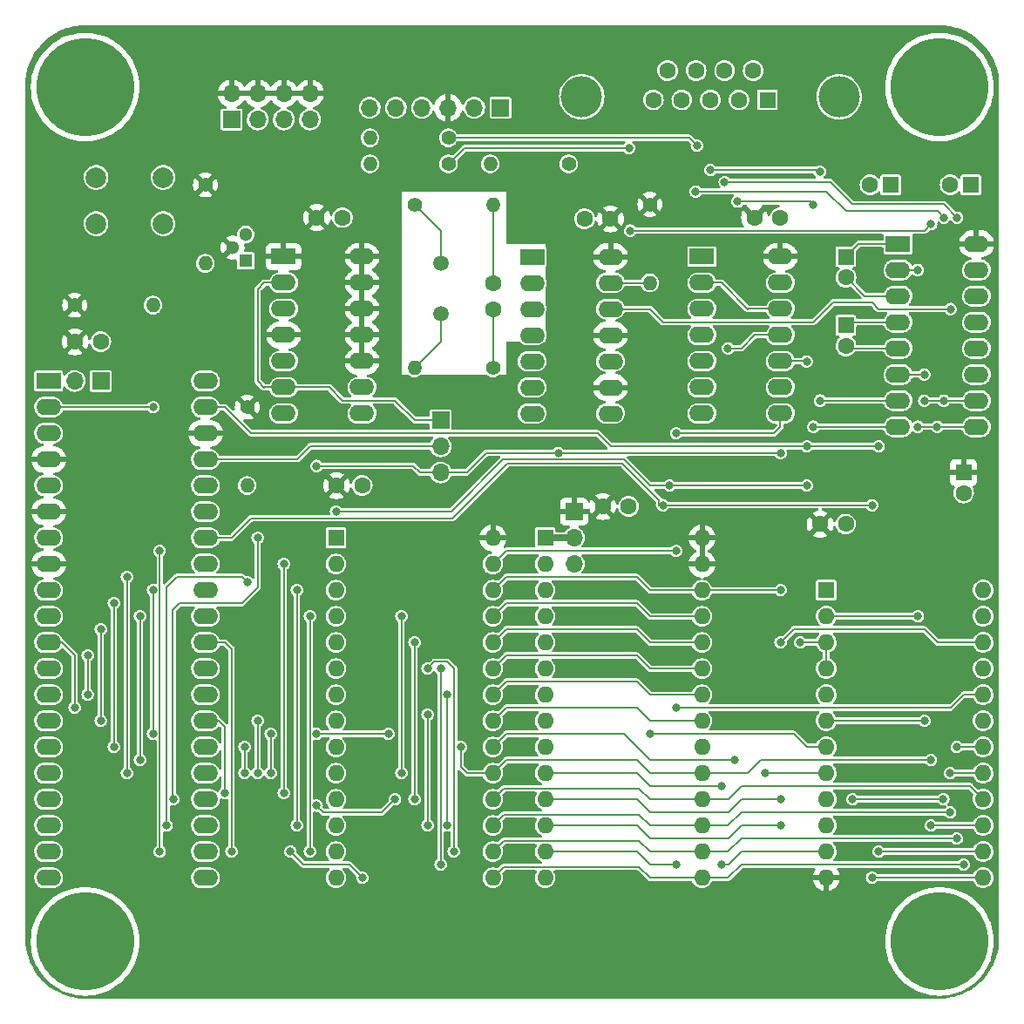
<source format=gtl>
G04 #@! TF.GenerationSoftware,KiCad,Pcbnew,(6.0.1)*
G04 #@! TF.CreationDate,2022-09-12T06:01:24-04:00*
G04 #@! TF.ProjectId,SIMPLE-65C02,53494d50-4c45-42d3-9635-4330322e6b69,1*
G04 #@! TF.SameCoordinates,Original*
G04 #@! TF.FileFunction,Copper,L1,Top*
G04 #@! TF.FilePolarity,Positive*
%FSLAX46Y46*%
G04 Gerber Fmt 4.6, Leading zero omitted, Abs format (unit mm)*
G04 Created by KiCad (PCBNEW (6.0.1)) date 2022-09-12 06:01:24*
%MOMM*%
%LPD*%
G01*
G04 APERTURE LIST*
G04 #@! TA.AperFunction,ComponentPad*
%ADD10C,4.000000*%
G04 #@! TD*
G04 #@! TA.AperFunction,ComponentPad*
%ADD11R,1.600000X1.600000*%
G04 #@! TD*
G04 #@! TA.AperFunction,ComponentPad*
%ADD12C,1.600000*%
G04 #@! TD*
G04 #@! TA.AperFunction,ComponentPad*
%ADD13R,2.400000X1.600000*%
G04 #@! TD*
G04 #@! TA.AperFunction,ComponentPad*
%ADD14O,2.400000X1.600000*%
G04 #@! TD*
G04 #@! TA.AperFunction,ComponentPad*
%ADD15C,1.400000*%
G04 #@! TD*
G04 #@! TA.AperFunction,ComponentPad*
%ADD16O,1.400000X1.400000*%
G04 #@! TD*
G04 #@! TA.AperFunction,ComponentPad*
%ADD17C,9.525000*%
G04 #@! TD*
G04 #@! TA.AperFunction,ComponentPad*
%ADD18R,1.300000X1.300000*%
G04 #@! TD*
G04 #@! TA.AperFunction,ComponentPad*
%ADD19C,1.300000*%
G04 #@! TD*
G04 #@! TA.AperFunction,ComponentPad*
%ADD20R,1.700000X1.700000*%
G04 #@! TD*
G04 #@! TA.AperFunction,ComponentPad*
%ADD21O,1.700000X1.700000*%
G04 #@! TD*
G04 #@! TA.AperFunction,ComponentPad*
%ADD22O,1.600000X1.600000*%
G04 #@! TD*
G04 #@! TA.AperFunction,ComponentPad*
%ADD23C,2.000000*%
G04 #@! TD*
G04 #@! TA.AperFunction,ComponentPad*
%ADD24C,1.500000*%
G04 #@! TD*
G04 #@! TA.AperFunction,ViaPad*
%ADD25C,0.800000*%
G04 #@! TD*
G04 #@! TA.AperFunction,Conductor*
%ADD26C,0.203200*%
G04 #@! TD*
G04 #@! TA.AperFunction,Conductor*
%ADD27C,0.635000*%
G04 #@! TD*
G04 APERTURE END LIST*
D10*
X143245000Y-54940000D03*
X168245000Y-54940000D03*
D11*
X161285000Y-55240000D03*
D12*
X158515000Y-55240000D03*
X155745000Y-55240000D03*
X152975000Y-55240000D03*
X150205000Y-55240000D03*
X159900000Y-52400000D03*
X157130000Y-52400000D03*
X154360000Y-52400000D03*
X151590000Y-52400000D03*
D13*
X173975000Y-69225000D03*
D14*
X173975000Y-71765000D03*
X173975000Y-74305000D03*
X173975000Y-76845000D03*
X173975000Y-79385000D03*
X173975000Y-81925000D03*
X173975000Y-84465000D03*
X173975000Y-87005000D03*
X181595000Y-87005000D03*
X181595000Y-84465000D03*
X181595000Y-81925000D03*
X181595000Y-79385000D03*
X181595000Y-76845000D03*
X181595000Y-74305000D03*
X181595000Y-71765000D03*
X181595000Y-69225000D03*
D12*
X121920000Y-92710000D03*
X119420000Y-92710000D03*
D15*
X134620000Y-81280000D03*
D16*
X127000000Y-81280000D03*
D15*
X106680000Y-63500000D03*
D16*
X106680000Y-71120000D03*
D12*
X96520000Y-78740000D03*
X94020000Y-78740000D03*
D17*
X95000000Y-54000000D03*
D15*
X110744000Y-85090000D03*
D16*
X110744000Y-92710000D03*
D15*
X149860000Y-65400000D03*
D16*
X149860000Y-73020000D03*
D12*
X119995000Y-66675000D03*
X117495000Y-66675000D03*
D18*
X110596000Y-70866000D03*
D19*
X109326000Y-69596000D03*
X110596000Y-68326000D03*
D15*
X141986000Y-61468000D03*
D16*
X134366000Y-61468000D03*
D13*
X91460000Y-82555000D03*
D14*
X91460000Y-85095000D03*
X91460000Y-87635000D03*
X91460000Y-90175000D03*
X91460000Y-92715000D03*
X91460000Y-95255000D03*
X91460000Y-97795000D03*
X91460000Y-100335000D03*
X91460000Y-102875000D03*
X91460000Y-105415000D03*
X91460000Y-107955000D03*
X91460000Y-110495000D03*
X91460000Y-113035000D03*
X91460000Y-115575000D03*
X91460000Y-118115000D03*
X91460000Y-120655000D03*
X91460000Y-123195000D03*
X91460000Y-125735000D03*
X91460000Y-128275000D03*
X91460000Y-130815000D03*
X106700000Y-130815000D03*
X106700000Y-128275000D03*
X106700000Y-125735000D03*
X106700000Y-123195000D03*
X106700000Y-120655000D03*
X106700000Y-118115000D03*
X106700000Y-115575000D03*
X106700000Y-113035000D03*
X106700000Y-110495000D03*
X106700000Y-107955000D03*
X106700000Y-105415000D03*
X106700000Y-102875000D03*
X106700000Y-100335000D03*
X106700000Y-97795000D03*
X106700000Y-95255000D03*
X106700000Y-92715000D03*
X106700000Y-90175000D03*
X106700000Y-87635000D03*
X106700000Y-85095000D03*
X106700000Y-82555000D03*
D20*
X109230000Y-57155000D03*
D21*
X109230000Y-54615000D03*
X111770000Y-57155000D03*
X111770000Y-54615000D03*
X114310000Y-57155000D03*
X114310000Y-54615000D03*
X116850000Y-57155000D03*
X116850000Y-54615000D03*
D12*
X147808000Y-94742000D03*
X145308000Y-94742000D03*
D11*
X119375000Y-97800000D03*
D22*
X119375000Y-100340000D03*
X119375000Y-102880000D03*
X119375000Y-105420000D03*
X119375000Y-107960000D03*
X119375000Y-110500000D03*
X119375000Y-113040000D03*
X119375000Y-115580000D03*
X119375000Y-118120000D03*
X119375000Y-120660000D03*
X119375000Y-123200000D03*
X119375000Y-125740000D03*
X119375000Y-128280000D03*
X119375000Y-130820000D03*
X134615000Y-130820000D03*
X134615000Y-128280000D03*
X134615000Y-125740000D03*
X134615000Y-123200000D03*
X134615000Y-120660000D03*
X134615000Y-118120000D03*
X134615000Y-115580000D03*
X134615000Y-113040000D03*
X134615000Y-110500000D03*
X134615000Y-107960000D03*
X134615000Y-105420000D03*
X134615000Y-102880000D03*
X134615000Y-100340000D03*
X134615000Y-97800000D03*
D11*
X168910000Y-70480000D03*
D12*
X168910000Y-72480000D03*
X134620000Y-75560000D03*
X134620000Y-73060000D03*
D11*
X167000000Y-102865000D03*
D22*
X167000000Y-105405000D03*
X167000000Y-107945000D03*
X167000000Y-110485000D03*
X167000000Y-113025000D03*
X167000000Y-115565000D03*
X167000000Y-118105000D03*
X167000000Y-120645000D03*
X167000000Y-123185000D03*
X167000000Y-125725000D03*
X167000000Y-128265000D03*
X167000000Y-130805000D03*
X182240000Y-130805000D03*
X182240000Y-128265000D03*
X182240000Y-125725000D03*
X182240000Y-123185000D03*
X182240000Y-120645000D03*
X182240000Y-118105000D03*
X182240000Y-115565000D03*
X182240000Y-113025000D03*
X182240000Y-110485000D03*
X182240000Y-107945000D03*
X182240000Y-105405000D03*
X182240000Y-102865000D03*
D11*
X168910000Y-77149888D03*
D12*
X168910000Y-79149888D03*
X162540000Y-66675000D03*
X160040000Y-66675000D03*
D17*
X95000000Y-137000000D03*
D20*
X135350000Y-56000000D03*
D21*
X132810000Y-56000000D03*
X130270000Y-56000000D03*
X127730000Y-56000000D03*
X125190000Y-56000000D03*
X122650000Y-56000000D03*
D20*
X96520000Y-82550000D03*
D21*
X93980000Y-82550000D03*
D11*
X139695000Y-97800000D03*
D22*
X139695000Y-100340000D03*
X139695000Y-102880000D03*
X139695000Y-105420000D03*
X139695000Y-107960000D03*
X139695000Y-110500000D03*
X139695000Y-113040000D03*
X139695000Y-115580000D03*
X139695000Y-118120000D03*
X139695000Y-120660000D03*
X139695000Y-123200000D03*
X139695000Y-125740000D03*
X139695000Y-128280000D03*
X139695000Y-130820000D03*
X154935000Y-130820000D03*
X154935000Y-128280000D03*
X154935000Y-125740000D03*
X154935000Y-123200000D03*
X154935000Y-120660000D03*
X154935000Y-118120000D03*
X154935000Y-115580000D03*
X154935000Y-113040000D03*
X154935000Y-110500000D03*
X154935000Y-107960000D03*
X154935000Y-105420000D03*
X154935000Y-102880000D03*
X154935000Y-100340000D03*
X154935000Y-97800000D03*
D23*
X96064000Y-62774000D03*
X102564000Y-62774000D03*
X96064000Y-67274000D03*
X102564000Y-67274000D03*
D13*
X154920000Y-70475000D03*
D14*
X154920000Y-73015000D03*
X154920000Y-75555000D03*
X154920000Y-78095000D03*
X154920000Y-80635000D03*
X154920000Y-83175000D03*
X154920000Y-85715000D03*
X162540000Y-85715000D03*
X162540000Y-83175000D03*
X162540000Y-80635000D03*
X162540000Y-78095000D03*
X162540000Y-75555000D03*
X162540000Y-73015000D03*
X162540000Y-70475000D03*
D17*
X178000000Y-54000000D03*
D20*
X129540000Y-86360000D03*
D21*
X129540000Y-88900000D03*
X129540000Y-91440000D03*
D12*
X143530000Y-66802000D03*
X146030000Y-66802000D03*
D15*
X130302000Y-58928000D03*
D16*
X122682000Y-58928000D03*
D17*
X178000000Y-137000000D03*
D11*
X180340000Y-91440000D03*
D12*
X180340000Y-93440000D03*
D11*
X181041113Y-63500000D03*
D12*
X179041113Y-63500000D03*
D15*
X126995000Y-65400000D03*
D16*
X134615000Y-65400000D03*
D13*
X138425000Y-70480000D03*
D14*
X138425000Y-73020000D03*
X138425000Y-75560000D03*
X138425000Y-78100000D03*
X138425000Y-80640000D03*
X138425000Y-83180000D03*
X138425000Y-85720000D03*
X146045000Y-85720000D03*
X146045000Y-83180000D03*
X146045000Y-80640000D03*
X146045000Y-78100000D03*
X146045000Y-75560000D03*
X146045000Y-73020000D03*
X146045000Y-70480000D03*
D20*
X142494000Y-95250000D03*
D21*
X142494000Y-97790000D03*
X142494000Y-100330000D03*
D15*
X130302000Y-61468000D03*
D16*
X122682000Y-61468000D03*
D24*
X129540000Y-71120000D03*
X129540000Y-76000000D03*
D12*
X168905000Y-96460000D03*
X166405000Y-96460000D03*
D15*
X93980000Y-75184000D03*
D16*
X101600000Y-75184000D03*
D13*
X114280000Y-70475000D03*
D14*
X114280000Y-73015000D03*
X114280000Y-75555000D03*
X114280000Y-78095000D03*
X114280000Y-80635000D03*
X114280000Y-83175000D03*
X114280000Y-85715000D03*
X121900000Y-85715000D03*
X121900000Y-83175000D03*
X121900000Y-80635000D03*
X121900000Y-78095000D03*
X121900000Y-75555000D03*
X121900000Y-73015000D03*
X121900000Y-70475000D03*
D11*
X173260000Y-63500000D03*
D12*
X171260000Y-63500000D03*
D25*
X129540000Y-129540000D03*
X129540000Y-110490000D03*
X102235000Y-128270000D03*
X102235000Y-99060000D03*
X162560000Y-102870000D03*
X102907011Y-125730000D03*
X110744000Y-102108000D03*
X151783500Y-92710000D03*
X103560511Y-123190000D03*
X119380000Y-95231500D03*
X165118500Y-92710000D03*
X111760000Y-97790000D03*
X161036000Y-120650000D03*
X158115000Y-119380000D03*
X111760000Y-115570000D03*
X111760000Y-120650000D03*
X117493500Y-116840000D03*
X124460000Y-116840000D03*
X179686500Y-118110000D03*
X179686500Y-127000000D03*
X128270000Y-110490000D03*
X130810000Y-128270000D03*
X109220000Y-128270000D03*
X114935000Y-128270000D03*
X121930000Y-130820000D03*
X180340000Y-129540000D03*
X179033000Y-120650000D03*
X179033000Y-124460000D03*
X130193500Y-125730000D03*
X130193500Y-113030000D03*
X125095000Y-123190000D03*
X117493500Y-123806500D03*
X108566500Y-122573500D03*
X156845000Y-129540000D03*
X113030000Y-116840000D03*
X156845000Y-121920000D03*
X101600000Y-116840000D03*
X101600000Y-102870000D03*
X113030000Y-120650000D03*
X100330000Y-119380000D03*
X100330000Y-105410000D03*
X152400000Y-129540000D03*
X152400000Y-114300000D03*
X116840000Y-105410000D03*
X116840000Y-128270000D03*
X93980000Y-114300000D03*
X110490000Y-118110000D03*
X131500511Y-118110000D03*
X110490000Y-120650000D03*
X177165000Y-119380000D03*
X177170000Y-125725000D03*
X114300000Y-100330000D03*
X162560000Y-123190000D03*
X162560000Y-107950000D03*
X114300000Y-122573500D03*
X95250000Y-109220000D03*
X95245000Y-113035000D03*
X169545000Y-123190000D03*
X115570000Y-125730000D03*
X115570000Y-102870000D03*
X178379500Y-123190000D03*
X162560000Y-125730000D03*
X96515000Y-115575000D03*
X96520000Y-106680000D03*
X97790000Y-118110000D03*
X97790000Y-104140000D03*
X99065000Y-120655000D03*
X99060000Y-101600000D03*
X125730000Y-105410000D03*
X125730000Y-120650000D03*
X127000000Y-107950000D03*
X127000000Y-123190000D03*
X128270000Y-114953500D03*
X128270000Y-125730000D03*
X175885000Y-71765000D03*
X164465000Y-107950000D03*
X140970000Y-89535000D03*
X117475000Y-90805000D03*
X162560000Y-89553500D03*
X149860000Y-116840000D03*
X147828000Y-59944000D03*
X175895000Y-105410000D03*
X177192011Y-67310000D03*
X147955000Y-67945000D03*
X175895000Y-86995000D03*
X177790000Y-87005000D03*
X154305000Y-64135000D03*
X154432000Y-59690000D03*
X178435000Y-66675000D03*
X176530000Y-84455000D03*
X178425000Y-84465000D03*
X176548511Y-115551489D03*
X179078500Y-75565000D03*
X157461500Y-79375000D03*
X152400000Y-99060000D03*
X152418500Y-87630000D03*
X171450000Y-130810000D03*
X151130000Y-94615000D03*
X171450000Y-94615000D03*
X165100000Y-80645000D03*
X172103500Y-128270000D03*
X165118500Y-88900000D03*
X172085000Y-88900000D03*
X176530000Y-81915000D03*
X165735000Y-65405000D03*
X158394880Y-65125120D03*
X165753500Y-86995000D03*
X155745000Y-62060000D03*
X166407000Y-84455000D03*
X166370000Y-62230000D03*
X157130000Y-63215000D03*
X179705000Y-66675000D03*
X101600000Y-85090000D03*
D26*
X134615000Y-110500000D02*
X135895000Y-109220000D01*
X154935000Y-110500000D02*
X149870000Y-110500000D01*
X129540000Y-129540000D02*
X129540000Y-110490000D01*
X135895000Y-109220000D02*
X148590000Y-109220000D01*
X149870000Y-110500000D02*
X148590000Y-109220000D01*
X102235000Y-128270000D02*
X102253511Y-128251489D01*
X102253511Y-99078511D02*
X102235000Y-99060000D01*
X102253511Y-128251489D02*
X102253511Y-99078511D01*
X149870000Y-102880000D02*
X162550000Y-102880000D01*
X103886000Y-101600000D02*
X110236000Y-101600000D01*
X162550000Y-102880000D02*
X162560000Y-102870000D01*
X149870000Y-102880000D02*
X148590000Y-101600000D01*
X134615000Y-102880000D02*
X135895000Y-101600000D01*
X110236000Y-101600000D02*
X110744000Y-102108000D01*
X102907011Y-125730000D02*
X102907011Y-102578989D01*
X102907011Y-102578989D02*
X103886000Y-101600000D01*
X135895000Y-101600000D02*
X148590000Y-101600000D01*
X147301489Y-90188511D02*
X135617489Y-90188511D01*
X111760000Y-102616000D02*
X111760000Y-97790000D01*
X135617489Y-90188511D02*
X130556000Y-95250000D01*
X149860000Y-92710000D02*
X147320000Y-90170000D01*
X165118500Y-92710000D02*
X151783500Y-92710000D01*
X119398500Y-95250000D02*
X119380000Y-95231500D01*
X110236000Y-104140000D02*
X111760000Y-102616000D01*
X147320000Y-90170000D02*
X147301489Y-90188511D01*
X130556000Y-95250000D02*
X119398500Y-95250000D01*
X103505000Y-104775000D02*
X104140000Y-104140000D01*
X104140000Y-104140000D02*
X110236000Y-104140000D01*
X151783500Y-92710000D02*
X149860000Y-92710000D01*
X103560511Y-123190000D02*
X103505000Y-123134489D01*
X103505000Y-123134489D02*
X103505000Y-104775000D01*
X111760000Y-115570000D02*
X111760000Y-120650000D01*
X117475000Y-116840000D02*
X124460000Y-116840000D01*
X147320000Y-116840000D02*
X135895000Y-116840000D01*
X135895000Y-116840000D02*
X134615000Y-118120000D01*
X158115000Y-119380000D02*
X149860000Y-119380000D01*
X149860000Y-119380000D02*
X147320000Y-116840000D01*
X161041000Y-120645000D02*
X161036000Y-120650000D01*
X167000000Y-120645000D02*
X161041000Y-120645000D01*
X149870000Y-128280000D02*
X148816489Y-127226489D01*
X130810000Y-128270000D02*
X130847011Y-128232989D01*
X148816489Y-127226489D02*
X135668511Y-127226489D01*
X157470000Y-128280000D02*
X154935000Y-128280000D01*
X179686500Y-118110000D02*
X179691500Y-118105000D01*
X128923511Y-109836489D02*
X128270000Y-110490000D01*
X130193511Y-109836489D02*
X128923511Y-109836489D01*
X154935000Y-128280000D02*
X149870000Y-128280000D01*
X158750000Y-127000000D02*
X157470000Y-128280000D01*
X130847011Y-110489989D02*
X130193511Y-109836489D01*
X135668511Y-127226489D02*
X134615000Y-128280000D01*
X130847011Y-128232989D02*
X130847011Y-110489989D01*
X179691500Y-118105000D02*
X182240000Y-118105000D01*
X179686500Y-127000000D02*
X158750000Y-127000000D01*
X109220000Y-108585000D02*
X108590000Y-107955000D01*
X109220000Y-128270000D02*
X109220000Y-108585000D01*
X149870000Y-130820000D02*
X148816489Y-129766489D01*
X120650000Y-129540000D02*
X116205000Y-129540000D01*
X157470000Y-130820000D02*
X158750000Y-129540000D01*
X154935000Y-130820000D02*
X157470000Y-130820000D01*
X116205000Y-129540000D02*
X114935000Y-128270000D01*
X180340000Y-129540000D02*
X158750000Y-129540000D01*
X121930000Y-130820000D02*
X120650000Y-129540000D01*
X148816489Y-129766489D02*
X135668511Y-129766489D01*
X108590000Y-107955000D02*
X106700000Y-107955000D01*
X154935000Y-130820000D02*
X149870000Y-130820000D01*
X135668511Y-129766489D02*
X134615000Y-130820000D01*
X179033000Y-120650000D02*
X179038000Y-120645000D01*
X130193500Y-113030000D02*
X130193500Y-125730000D01*
X179033000Y-124460000D02*
X158750000Y-124460000D01*
X157470000Y-125740000D02*
X154935000Y-125740000D01*
X154935000Y-125740000D02*
X149870000Y-125740000D01*
X179038000Y-120645000D02*
X182240000Y-120645000D01*
X148816489Y-124686489D02*
X135668511Y-124686489D01*
X135668511Y-124686489D02*
X134615000Y-125740000D01*
X149870000Y-125740000D02*
X148816489Y-124686489D01*
X158750000Y-124460000D02*
X157470000Y-125740000D01*
X182240000Y-123185000D02*
X180975000Y-121920000D01*
X148816489Y-122146489D02*
X135668511Y-122146489D01*
X117493500Y-123843500D02*
X117493500Y-123806500D01*
X154935000Y-123200000D02*
X149870000Y-123200000D01*
X149870000Y-123200000D02*
X148816489Y-122146489D01*
X135668511Y-122146489D02*
X134615000Y-123200000D01*
X123825000Y-124460000D02*
X118110000Y-124460000D01*
X158770000Y-121920000D02*
X157490000Y-123200000D01*
X157490000Y-123200000D02*
X154935000Y-123200000D01*
X108566500Y-122573500D02*
X108566500Y-116186500D01*
X107955000Y-115575000D02*
X106700000Y-115575000D01*
X125095000Y-123190000D02*
X123825000Y-124460000D01*
X108566500Y-116186500D02*
X107955000Y-115575000D01*
X118110000Y-124460000D02*
X117493500Y-123843500D01*
X180975000Y-121920000D02*
X158770000Y-121920000D01*
X158755000Y-128265000D02*
X157480000Y-129540000D01*
X113030000Y-116840000D02*
X113030000Y-120650000D01*
X101600000Y-102870000D02*
X101600000Y-116840000D01*
X148600000Y-120660000D02*
X149860000Y-121920000D01*
X167000000Y-128265000D02*
X158755000Y-128265000D01*
X139695000Y-120660000D02*
X148580000Y-120660000D01*
X157480000Y-129540000D02*
X156845000Y-129540000D01*
X148580000Y-120660000D02*
X148600000Y-120660000D01*
X149860000Y-121920000D02*
X156845000Y-121920000D01*
X100330000Y-119380000D02*
X100330000Y-105410000D01*
X149860000Y-129540000D02*
X152400000Y-129540000D01*
X180345000Y-113025000D02*
X182240000Y-113025000D01*
X152400000Y-114300000D02*
X179070000Y-114300000D01*
X148600000Y-128280000D02*
X149860000Y-129540000D01*
X179070000Y-114300000D02*
X180345000Y-113025000D01*
X139695000Y-128280000D02*
X148600000Y-128280000D01*
X116840000Y-105410000D02*
X116840000Y-128270000D01*
X92715000Y-107955000D02*
X91460000Y-107955000D01*
X93980000Y-114300000D02*
X93980000Y-109220000D01*
X93980000Y-109220000D02*
X92715000Y-107955000D01*
X148590000Y-119380000D02*
X149870000Y-120660000D01*
X160655000Y-119380000D02*
X177165000Y-119380000D01*
X131500511Y-118110000D02*
X131500511Y-120070511D01*
X110490000Y-118110000D02*
X110490000Y-120650000D01*
X160655000Y-119380000D02*
X159375000Y-120660000D01*
X131500511Y-120070511D02*
X132090000Y-120660000D01*
X132090000Y-120660000D02*
X134615000Y-120660000D01*
X134615000Y-120660000D02*
X135895000Y-119380000D01*
X159375000Y-120660000D02*
X154935000Y-120660000D01*
X182240000Y-125725000D02*
X177170000Y-125725000D01*
X154935000Y-120660000D02*
X149870000Y-120660000D01*
X135895000Y-119380000D02*
X148590000Y-119380000D01*
X177795000Y-107945000D02*
X176530000Y-106680000D01*
X158750000Y-123190000D02*
X157480000Y-124460000D01*
X157480000Y-124460000D02*
X149860000Y-124460000D01*
X182240000Y-107945000D02*
X177795000Y-107945000D01*
X149860000Y-124460000D02*
X148600000Y-123200000D01*
X163830000Y-106680000D02*
X176530000Y-106680000D01*
X148600000Y-123200000D02*
X139695000Y-123200000D01*
X114300000Y-122573500D02*
X114300000Y-100330000D01*
X162560000Y-107950000D02*
X163830000Y-106680000D01*
X162560000Y-123190000D02*
X158750000Y-123190000D01*
X95250000Y-109220000D02*
X95250000Y-113030000D01*
X95250000Y-113030000D02*
X95245000Y-113035000D01*
X162560000Y-125730000D02*
X158750000Y-125730000D01*
X149860000Y-127000000D02*
X157480000Y-127000000D01*
X169545000Y-123190000D02*
X178379500Y-123190000D01*
X158750000Y-125730000D02*
X157480000Y-127000000D01*
X148600000Y-125740000D02*
X149860000Y-127000000D01*
X139695000Y-125740000D02*
X148600000Y-125740000D01*
X115570000Y-125730000D02*
X115570000Y-102870000D01*
X96520000Y-106680000D02*
X96520000Y-115570000D01*
X96520000Y-115570000D02*
X96515000Y-115575000D01*
X97790000Y-104140000D02*
X97790000Y-118110000D01*
X99060000Y-101600000D02*
X99060000Y-120650000D01*
X99060000Y-120650000D02*
X99065000Y-120655000D01*
X154935000Y-105420000D02*
X149870000Y-105420000D01*
X125730000Y-105410000D02*
X125730000Y-120650000D01*
X149870000Y-105420000D02*
X148590000Y-104140000D01*
X134615000Y-105420000D02*
X135895000Y-104140000D01*
X135895000Y-104140000D02*
X148590000Y-104140000D01*
X134615000Y-107960000D02*
X135895000Y-106680000D01*
X135895000Y-106680000D02*
X148590000Y-106680000D01*
X154935000Y-107960000D02*
X149870000Y-107960000D01*
X127000000Y-123190000D02*
X127000000Y-107950000D01*
X149870000Y-107960000D02*
X148590000Y-106680000D01*
X149870000Y-115580000D02*
X148590000Y-114300000D01*
X135895000Y-114300000D02*
X148590000Y-114300000D01*
X134615000Y-115580000D02*
X135895000Y-114300000D01*
X128270000Y-114953500D02*
X128270000Y-125730000D01*
X154935000Y-115580000D02*
X149870000Y-115580000D01*
X116840000Y-88900000D02*
X129540000Y-88900000D01*
X106723511Y-90151489D02*
X115588511Y-90151489D01*
X115588511Y-90151489D02*
X116840000Y-88900000D01*
X173975000Y-69225000D02*
X170165000Y-69225000D01*
X170165000Y-69225000D02*
X168910000Y-70480000D01*
X173975000Y-74305000D02*
X170735000Y-74305000D01*
X170735000Y-74305000D02*
X168910000Y-72480000D01*
X173975000Y-76845000D02*
X169214888Y-76845000D01*
X173975000Y-79385000D02*
X169145112Y-79385000D01*
X173975000Y-71765000D02*
X175885000Y-71765000D01*
X134620000Y-81280000D02*
X134620000Y-75560000D01*
X134620000Y-73060000D02*
X134620000Y-65405000D01*
X140970000Y-89535000D02*
X133985000Y-89535000D01*
X133985000Y-89535000D02*
X132080000Y-91440000D01*
X117475000Y-90805000D02*
X126873000Y-90805000D01*
X164470000Y-107945000D02*
X164465000Y-107950000D01*
X126873000Y-90805000D02*
X127508000Y-91440000D01*
X140988500Y-89553500D02*
X140970000Y-89535000D01*
X167000000Y-107945000D02*
X164470000Y-107945000D01*
X162560000Y-89553500D02*
X140988500Y-89553500D01*
X127508000Y-91440000D02*
X129540000Y-91440000D01*
X167000000Y-107945000D02*
X167000000Y-110485000D01*
X132080000Y-91440000D02*
X129540000Y-91440000D01*
X129540000Y-67945000D02*
X129540000Y-71120000D01*
X126995000Y-65400000D02*
X129540000Y-67945000D01*
X129540000Y-78740000D02*
X127000000Y-81280000D01*
X129540000Y-76000000D02*
X129540000Y-78740000D01*
X149860000Y-116840000D02*
X163830000Y-116840000D01*
X163830000Y-116840000D02*
X165095000Y-118105000D01*
X165095000Y-118105000D02*
X167000000Y-118105000D01*
X146045000Y-73020000D02*
X149860000Y-73020000D01*
X156228511Y-67963511D02*
X176538500Y-67963511D01*
X175890000Y-105405000D02*
X175895000Y-105410000D01*
X147955000Y-67945000D02*
X156210000Y-67945000D01*
X176538500Y-67963511D02*
X177192011Y-67310000D01*
X167000000Y-105405000D02*
X175890000Y-105405000D01*
X177790000Y-87005000D02*
X181595000Y-87005000D01*
X175895000Y-86995000D02*
X175905000Y-87005000D01*
X175905000Y-87005000D02*
X177790000Y-87005000D01*
X131826000Y-59944000D02*
X130302000Y-61468000D01*
X156210000Y-67945000D02*
X156228511Y-67963511D01*
X147828000Y-59944000D02*
X131826000Y-59944000D01*
X177818511Y-66058511D02*
X178435000Y-66675000D01*
X176540000Y-84465000D02*
X176530000Y-84455000D01*
X154305000Y-64135000D02*
X167005000Y-64135000D01*
X167005000Y-64135000D02*
X168928511Y-66058511D01*
X176535000Y-115565000D02*
X176548511Y-115551489D01*
X181595000Y-84465000D02*
X178425000Y-84465000D01*
X168928511Y-66058511D02*
X177818511Y-66058511D01*
X167000000Y-115565000D02*
X176535000Y-115565000D01*
X130302000Y-58928000D02*
X153670000Y-58928000D01*
X153670000Y-58928000D02*
X154432000Y-59690000D01*
X178425000Y-84465000D02*
X176540000Y-84465000D01*
X179078500Y-75565000D02*
X172085000Y-75565000D01*
X149855000Y-75560000D02*
X146045000Y-75560000D01*
X165735000Y-76835000D02*
X151130000Y-76835000D01*
X167640000Y-74930000D02*
X165735000Y-76835000D01*
X171450000Y-74930000D02*
X167640000Y-74930000D01*
X172085000Y-75565000D02*
X171450000Y-74930000D01*
X151130000Y-76835000D02*
X149855000Y-75560000D01*
X160030000Y-78095000D02*
X162540000Y-78095000D01*
X158750000Y-79375000D02*
X160030000Y-78095000D01*
X134615000Y-113040000D02*
X135895000Y-111760000D01*
X154935000Y-113040000D02*
X149870000Y-113040000D01*
X149870000Y-113040000D02*
X148590000Y-111760000D01*
X135895000Y-111760000D02*
X148590000Y-111760000D01*
X157461500Y-79375000D02*
X158750000Y-79375000D01*
X161925000Y-87630000D02*
X162540000Y-87015000D01*
X162540000Y-87015000D02*
X162540000Y-85715000D01*
X135895000Y-99060000D02*
X152400000Y-99060000D01*
X134615000Y-100340000D02*
X135895000Y-99060000D01*
X152418500Y-87630000D02*
X161925000Y-87630000D01*
X159385000Y-75565000D02*
X159395000Y-75555000D01*
X150749000Y-94615000D02*
X150749000Y-94101216D01*
X150749000Y-94101216D02*
X147191415Y-90543631D01*
X147191415Y-90543631D02*
X136024369Y-90543631D01*
X151130000Y-94615000D02*
X171450000Y-94615000D01*
X171455000Y-130805000D02*
X171450000Y-130810000D01*
X136024369Y-90543631D02*
X130683000Y-95885000D01*
X151130000Y-94615000D02*
X150749000Y-94615000D01*
X130683000Y-95885000D02*
X111125000Y-95885000D01*
X156835000Y-73015000D02*
X159385000Y-75565000D01*
X159395000Y-75555000D02*
X162540000Y-75555000D01*
X109215000Y-97795000D02*
X106700000Y-97795000D01*
X111125000Y-95885000D02*
X109215000Y-97795000D01*
X182240000Y-130805000D02*
X171455000Y-130805000D01*
X154920000Y-73015000D02*
X156835000Y-73015000D01*
X182240000Y-128265000D02*
X172108500Y-128265000D01*
X108590000Y-85095000D02*
X111125000Y-87630000D01*
X162540000Y-80635000D02*
X165108500Y-80635000D01*
X146050000Y-88900000D02*
X172085000Y-88900000D01*
X106700000Y-85095000D02*
X108590000Y-85095000D01*
X144780000Y-87630000D02*
X146050000Y-88900000D01*
X172108500Y-128265000D02*
X172103500Y-128270000D01*
X111125000Y-87630000D02*
X144780000Y-87630000D01*
X173975000Y-81925000D02*
X176520000Y-81925000D01*
X176520000Y-81925000D02*
X176530000Y-81915000D01*
X118735000Y-83175000D02*
X120015000Y-84455000D01*
X111760000Y-73660000D02*
X111760000Y-82550000D01*
X120015000Y-84455000D02*
X125095000Y-84455000D01*
X112395000Y-83185000D02*
X112405000Y-83175000D01*
X125095000Y-84455000D02*
X127000000Y-86360000D01*
X112405000Y-73015000D02*
X111760000Y-73660000D01*
X127000000Y-86360000D02*
X129540000Y-86360000D01*
X114280000Y-73015000D02*
X112405000Y-73015000D01*
X112405000Y-83175000D02*
X114280000Y-83175000D01*
X111760000Y-82550000D02*
X112395000Y-83185000D01*
X114280000Y-83175000D02*
X118735000Y-83175000D01*
X165763500Y-87005000D02*
X173975000Y-87005000D01*
X165455120Y-65125120D02*
X158394880Y-65125120D01*
X165735000Y-65405000D02*
X165455120Y-65125120D01*
X165763500Y-87005000D02*
X165753500Y-86995000D01*
X166417000Y-84465000D02*
X166407000Y-84455000D01*
X166417000Y-84465000D02*
X173975000Y-84465000D01*
X166200000Y-62060000D02*
X166370000Y-62230000D01*
X155745000Y-62060000D02*
X166200000Y-62060000D01*
X157130000Y-63215000D02*
X167392022Y-63215000D01*
X169563511Y-65386489D02*
X178416489Y-65386489D01*
X167392022Y-63215000D02*
X169563511Y-65386489D01*
X178416489Y-65386489D02*
X179705000Y-66675000D01*
D27*
X139695000Y-97800000D02*
X142484000Y-97800000D01*
D26*
X142484000Y-97800000D02*
X142494000Y-97790000D01*
X101595000Y-85095000D02*
X101600000Y-85090000D01*
X91460000Y-85095000D02*
X101595000Y-85095000D01*
G04 #@! TA.AperFunction,Conductor*
G36*
X177980552Y-47975237D02*
G01*
X177985808Y-47975246D01*
X177999636Y-47978426D01*
X178013476Y-47975294D01*
X178027664Y-47975319D01*
X178027664Y-47975373D01*
X178035941Y-47974612D01*
X178174710Y-47980065D01*
X178449862Y-47990876D01*
X178459724Y-47991652D01*
X178901907Y-48043987D01*
X178911679Y-48045535D01*
X179134288Y-48089814D01*
X179348393Y-48132403D01*
X179357994Y-48134708D01*
X179645412Y-48215768D01*
X179786540Y-48255570D01*
X179795949Y-48258627D01*
X180213696Y-48412742D01*
X180222833Y-48416527D01*
X180627202Y-48602943D01*
X180636007Y-48607430D01*
X181024504Y-48824999D01*
X181032940Y-48830168D01*
X181403164Y-49077543D01*
X181411152Y-49083347D01*
X181561476Y-49201853D01*
X181760831Y-49359012D01*
X181768354Y-49365437D01*
X181915582Y-49501533D01*
X182095333Y-49667693D01*
X182102307Y-49674667D01*
X182107057Y-49679805D01*
X182404563Y-50001646D01*
X182410988Y-50009169D01*
X182568147Y-50208524D01*
X182616051Y-50269289D01*
X182686647Y-50358840D01*
X182692462Y-50366844D01*
X182939832Y-50737060D01*
X182945001Y-50745496D01*
X183162570Y-51133993D01*
X183167057Y-51142798D01*
X183332711Y-51502130D01*
X183353472Y-51547164D01*
X183357257Y-51556302D01*
X183360049Y-51563869D01*
X183511373Y-51974051D01*
X183514430Y-51983460D01*
X183519853Y-52002688D01*
X183635292Y-52412006D01*
X183637599Y-52421614D01*
X183724465Y-52858321D01*
X183726013Y-52868093D01*
X183778348Y-53310276D01*
X183779124Y-53320138D01*
X183795365Y-53733482D01*
X183794603Y-53741620D01*
X183794779Y-53741620D01*
X183794754Y-53755805D01*
X183791574Y-53769636D01*
X183794706Y-53783477D01*
X183794698Y-53787994D01*
X183796800Y-53806809D01*
X183796800Y-136719968D01*
X183794763Y-136737911D01*
X183794754Y-136743167D01*
X183791574Y-136756995D01*
X183794706Y-136770835D01*
X183794681Y-136785023D01*
X183794627Y-136785023D01*
X183795388Y-136793302D01*
X183779124Y-137207221D01*
X183778348Y-137217083D01*
X183726013Y-137659266D01*
X183724465Y-137669038D01*
X183637599Y-138105745D01*
X183635292Y-138115353D01*
X183628717Y-138138667D01*
X183514430Y-138543899D01*
X183511373Y-138553308D01*
X183357258Y-138971055D01*
X183353473Y-138980192D01*
X183237302Y-139232189D01*
X183167062Y-139384551D01*
X183162570Y-139393366D01*
X182945001Y-139781863D01*
X182939832Y-139790299D01*
X182692462Y-140160515D01*
X182686647Y-140168519D01*
X182410988Y-140518190D01*
X182404563Y-140525713D01*
X182268467Y-140672941D01*
X182102307Y-140852692D01*
X182095333Y-140859666D01*
X181965634Y-140979559D01*
X181768354Y-141161922D01*
X181760831Y-141168347D01*
X181583925Y-141307809D01*
X181411152Y-141444012D01*
X181403164Y-141449816D01*
X181226755Y-141567688D01*
X181032940Y-141697191D01*
X181024504Y-141702360D01*
X180636007Y-141919929D01*
X180627202Y-141924416D01*
X180254473Y-142096246D01*
X180222836Y-142110831D01*
X180213696Y-142114617D01*
X179795949Y-142268732D01*
X179786540Y-142271789D01*
X179645412Y-142311591D01*
X179357994Y-142392651D01*
X179348393Y-142394956D01*
X179134288Y-142437545D01*
X178911679Y-142481824D01*
X178901907Y-142483372D01*
X178459724Y-142535707D01*
X178449862Y-142536483D01*
X178036518Y-142552724D01*
X178028380Y-142551962D01*
X178028380Y-142552138D01*
X178014195Y-142552113D01*
X178000364Y-142548933D01*
X177986523Y-142552065D01*
X177982006Y-142552057D01*
X177963191Y-142554159D01*
X95037391Y-142554159D01*
X95019448Y-142552122D01*
X95014192Y-142552113D01*
X95000364Y-142548933D01*
X94986524Y-142552065D01*
X94972336Y-142552040D01*
X94972336Y-142551986D01*
X94964059Y-142552747D01*
X94825290Y-142547294D01*
X94550138Y-142536483D01*
X94540276Y-142535707D01*
X94098093Y-142483372D01*
X94088321Y-142481824D01*
X93865712Y-142437545D01*
X93651607Y-142394956D01*
X93642006Y-142392651D01*
X93354588Y-142311591D01*
X93213460Y-142271789D01*
X93204051Y-142268732D01*
X92786304Y-142114617D01*
X92777164Y-142110831D01*
X92745527Y-142096246D01*
X92372798Y-141924416D01*
X92363993Y-141919929D01*
X91975496Y-141702360D01*
X91967060Y-141697191D01*
X91773245Y-141567688D01*
X91596836Y-141449816D01*
X91588848Y-141444012D01*
X91416075Y-141307809D01*
X91239169Y-141168347D01*
X91231646Y-141161922D01*
X91034366Y-140979559D01*
X90904667Y-140859666D01*
X90897693Y-140852692D01*
X90731533Y-140672941D01*
X90595437Y-140525713D01*
X90589012Y-140518190D01*
X90313353Y-140168519D01*
X90307538Y-140160515D01*
X90060168Y-139790299D01*
X90054999Y-139781863D01*
X89837430Y-139393366D01*
X89832938Y-139384551D01*
X89762699Y-139232189D01*
X89646527Y-138980192D01*
X89642742Y-138971055D01*
X89488627Y-138553308D01*
X89485570Y-138543899D01*
X89371283Y-138138667D01*
X89364708Y-138115353D01*
X89362401Y-138105745D01*
X89275535Y-137669038D01*
X89273987Y-137659266D01*
X89221652Y-137217083D01*
X89220876Y-137207221D01*
X89212734Y-137000000D01*
X89723978Y-137000000D01*
X89724098Y-137002748D01*
X89733242Y-137212171D01*
X89744055Y-137459836D01*
X89804133Y-137916172D01*
X89903754Y-138365535D01*
X89904582Y-138368160D01*
X89904583Y-138368165D01*
X89973602Y-138587064D01*
X90042161Y-138804506D01*
X90218300Y-139229743D01*
X90430831Y-139638011D01*
X90678136Y-140026202D01*
X90958333Y-140391362D01*
X91269289Y-140730711D01*
X91608638Y-141041667D01*
X91610800Y-141043326D01*
X91610806Y-141043331D01*
X91734853Y-141138515D01*
X91973798Y-141321864D01*
X92361989Y-141569169D01*
X92770257Y-141781700D01*
X93195494Y-141957839D01*
X93198114Y-141958665D01*
X93198122Y-141958668D01*
X93631835Y-142095417D01*
X93631840Y-142095418D01*
X93634465Y-142096246D01*
X94083828Y-142195867D01*
X94086548Y-142196225D01*
X94086553Y-142196226D01*
X94257423Y-142218721D01*
X94540164Y-142255945D01*
X94542913Y-142256065D01*
X94542924Y-142256066D01*
X94997252Y-142275902D01*
X95000000Y-142276022D01*
X95002748Y-142275902D01*
X95457076Y-142256066D01*
X95457087Y-142256065D01*
X95459836Y-142255945D01*
X95742577Y-142218721D01*
X95913447Y-142196226D01*
X95913452Y-142196225D01*
X95916172Y-142195867D01*
X96365535Y-142096246D01*
X96368160Y-142095418D01*
X96368165Y-142095417D01*
X96801878Y-141958668D01*
X96801886Y-141958665D01*
X96804506Y-141957839D01*
X97229743Y-141781700D01*
X97638011Y-141569169D01*
X98026202Y-141321864D01*
X98265147Y-141138515D01*
X98389194Y-141043331D01*
X98389200Y-141043326D01*
X98391362Y-141041667D01*
X98730711Y-140730711D01*
X99041667Y-140391362D01*
X99321864Y-140026202D01*
X99569169Y-139638011D01*
X99781700Y-139229743D01*
X99957839Y-138804506D01*
X100026399Y-138587064D01*
X100095417Y-138368165D01*
X100095418Y-138368160D01*
X100096246Y-138365535D01*
X100195867Y-137916172D01*
X100255945Y-137459836D01*
X100266759Y-137212171D01*
X100275902Y-137002748D01*
X100276022Y-137000000D01*
X172723978Y-137000000D01*
X172724098Y-137002748D01*
X172733242Y-137212171D01*
X172744055Y-137459836D01*
X172804133Y-137916172D01*
X172903754Y-138365535D01*
X172904582Y-138368160D01*
X172904583Y-138368165D01*
X172973602Y-138587064D01*
X173042161Y-138804506D01*
X173218300Y-139229743D01*
X173430831Y-139638011D01*
X173678136Y-140026202D01*
X173958333Y-140391362D01*
X174269289Y-140730711D01*
X174608638Y-141041667D01*
X174610800Y-141043326D01*
X174610806Y-141043331D01*
X174734853Y-141138515D01*
X174973798Y-141321864D01*
X175361989Y-141569169D01*
X175770257Y-141781700D01*
X176195494Y-141957839D01*
X176198114Y-141958665D01*
X176198122Y-141958668D01*
X176631835Y-142095417D01*
X176631840Y-142095418D01*
X176634465Y-142096246D01*
X177083828Y-142195867D01*
X177086548Y-142196225D01*
X177086553Y-142196226D01*
X177257423Y-142218721D01*
X177540164Y-142255945D01*
X177542913Y-142256065D01*
X177542924Y-142256066D01*
X177997252Y-142275902D01*
X178000000Y-142276022D01*
X178002748Y-142275902D01*
X178457076Y-142256066D01*
X178457087Y-142256065D01*
X178459836Y-142255945D01*
X178742577Y-142218721D01*
X178913447Y-142196226D01*
X178913452Y-142196225D01*
X178916172Y-142195867D01*
X179365535Y-142096246D01*
X179368160Y-142095418D01*
X179368165Y-142095417D01*
X179801878Y-141958668D01*
X179801886Y-141958665D01*
X179804506Y-141957839D01*
X180229743Y-141781700D01*
X180638011Y-141569169D01*
X181026202Y-141321864D01*
X181265147Y-141138515D01*
X181389194Y-141043331D01*
X181389200Y-141043326D01*
X181391362Y-141041667D01*
X181730711Y-140730711D01*
X182041667Y-140391362D01*
X182321864Y-140026202D01*
X182569169Y-139638011D01*
X182781700Y-139229743D01*
X182957839Y-138804506D01*
X183026399Y-138587064D01*
X183095417Y-138368165D01*
X183095418Y-138368160D01*
X183096246Y-138365535D01*
X183195867Y-137916172D01*
X183255945Y-137459836D01*
X183266759Y-137212171D01*
X183275902Y-137002748D01*
X183276022Y-137000000D01*
X183275170Y-136980483D01*
X183256066Y-136542924D01*
X183256065Y-136542913D01*
X183255945Y-136540164D01*
X183195867Y-136083828D01*
X183096246Y-135634465D01*
X182957839Y-135195494D01*
X182781700Y-134770257D01*
X182569169Y-134361989D01*
X182321864Y-133973798D01*
X182041667Y-133608638D01*
X181730711Y-133269289D01*
X181391362Y-132958333D01*
X181389200Y-132956674D01*
X181389194Y-132956669D01*
X181265147Y-132861485D01*
X181026202Y-132678136D01*
X180638011Y-132430831D01*
X180229743Y-132218300D01*
X179804506Y-132042161D01*
X179801886Y-132041335D01*
X179801878Y-132041332D01*
X179368165Y-131904583D01*
X179368160Y-131904582D01*
X179365535Y-131903754D01*
X178916172Y-131804133D01*
X178913452Y-131803775D01*
X178913447Y-131803774D01*
X178707426Y-131776651D01*
X178459836Y-131744055D01*
X178457087Y-131743935D01*
X178457076Y-131743934D01*
X178002748Y-131724098D01*
X178000000Y-131723978D01*
X177997252Y-131724098D01*
X177542924Y-131743934D01*
X177542913Y-131743935D01*
X177540164Y-131744055D01*
X177292574Y-131776651D01*
X177086553Y-131803774D01*
X177086548Y-131803775D01*
X177083828Y-131804133D01*
X176634465Y-131903754D01*
X176631840Y-131904582D01*
X176631835Y-131904583D01*
X176198122Y-132041332D01*
X176198114Y-132041335D01*
X176195494Y-132042161D01*
X175770257Y-132218300D01*
X175361989Y-132430831D01*
X174973798Y-132678136D01*
X174734853Y-132861485D01*
X174610806Y-132956669D01*
X174610800Y-132956674D01*
X174608638Y-132958333D01*
X174269289Y-133269289D01*
X173958333Y-133608638D01*
X173678136Y-133973798D01*
X173430831Y-134361989D01*
X173218300Y-134770257D01*
X173042161Y-135195494D01*
X172903754Y-135634465D01*
X172804133Y-136083828D01*
X172744055Y-136540164D01*
X172743935Y-136542913D01*
X172743934Y-136542924D01*
X172724830Y-136980483D01*
X172723978Y-137000000D01*
X100276022Y-137000000D01*
X100275170Y-136980483D01*
X100256066Y-136542924D01*
X100256065Y-136542913D01*
X100255945Y-136540164D01*
X100195867Y-136083828D01*
X100096246Y-135634465D01*
X99957839Y-135195494D01*
X99781700Y-134770257D01*
X99569169Y-134361989D01*
X99321864Y-133973798D01*
X99041667Y-133608638D01*
X98730711Y-133269289D01*
X98391362Y-132958333D01*
X98389200Y-132956674D01*
X98389194Y-132956669D01*
X98265147Y-132861485D01*
X98026202Y-132678136D01*
X97638011Y-132430831D01*
X97229743Y-132218300D01*
X96804506Y-132042161D01*
X96801886Y-132041335D01*
X96801878Y-132041332D01*
X96368165Y-131904583D01*
X96368160Y-131904582D01*
X96365535Y-131903754D01*
X95916172Y-131804133D01*
X95913452Y-131803775D01*
X95913447Y-131803774D01*
X95707426Y-131776651D01*
X95459836Y-131744055D01*
X95457087Y-131743935D01*
X95457076Y-131743934D01*
X95002748Y-131724098D01*
X95000000Y-131723978D01*
X94997252Y-131724098D01*
X94542924Y-131743934D01*
X94542913Y-131743935D01*
X94540164Y-131744055D01*
X94292574Y-131776651D01*
X94086553Y-131803774D01*
X94086548Y-131803775D01*
X94083828Y-131804133D01*
X93634465Y-131903754D01*
X93631840Y-131904582D01*
X93631835Y-131904583D01*
X93198122Y-132041332D01*
X93198114Y-132041335D01*
X93195494Y-132042161D01*
X92770257Y-132218300D01*
X92361989Y-132430831D01*
X91973798Y-132678136D01*
X91734853Y-132861485D01*
X91610806Y-132956669D01*
X91610800Y-132956674D01*
X91608638Y-132958333D01*
X91269289Y-133269289D01*
X90958333Y-133608638D01*
X90678136Y-133973798D01*
X90430831Y-134361989D01*
X90218300Y-134770257D01*
X90042161Y-135195494D01*
X89903754Y-135634465D01*
X89804133Y-136083828D01*
X89744055Y-136540164D01*
X89743935Y-136542913D01*
X89743934Y-136542924D01*
X89724830Y-136980483D01*
X89723978Y-137000000D01*
X89212734Y-137000000D01*
X89204635Y-136793877D01*
X89205397Y-136785739D01*
X89205221Y-136785739D01*
X89205246Y-136771554D01*
X89208426Y-136757723D01*
X89205294Y-136743882D01*
X89205302Y-136739365D01*
X89203200Y-136720550D01*
X89203200Y-130864283D01*
X90052328Y-130864283D01*
X90082820Y-131065897D01*
X90085022Y-131071881D01*
X90085023Y-131071886D01*
X90147084Y-131240564D01*
X90153228Y-131257262D01*
X90260678Y-131430561D01*
X90265064Y-131435199D01*
X90359790Y-131535368D01*
X90400780Y-131578714D01*
X90567810Y-131695670D01*
X90754946Y-131776651D01*
X90800548Y-131786178D01*
X90949808Y-131817360D01*
X90949813Y-131817361D01*
X90954544Y-131818349D01*
X90959439Y-131818606D01*
X90959573Y-131818613D01*
X90959589Y-131818613D01*
X90961241Y-131818700D01*
X91910957Y-131818700D01*
X92026969Y-131806916D01*
X92056514Y-131803915D01*
X92056515Y-131803915D01*
X92062863Y-131803270D01*
X92257439Y-131742294D01*
X92435779Y-131643438D01*
X92590600Y-131510741D01*
X92594587Y-131505602D01*
X92698858Y-131371174D01*
X92715575Y-131349623D01*
X92805601Y-131166666D01*
X92815073Y-131130302D01*
X92855390Y-130975527D01*
X92855391Y-130975522D01*
X92857000Y-130969344D01*
X92862506Y-130864283D01*
X105292328Y-130864283D01*
X105322820Y-131065897D01*
X105325022Y-131071881D01*
X105325023Y-131071886D01*
X105387084Y-131240564D01*
X105393228Y-131257262D01*
X105500678Y-131430561D01*
X105505064Y-131435199D01*
X105599790Y-131535368D01*
X105640780Y-131578714D01*
X105807810Y-131695670D01*
X105994946Y-131776651D01*
X106040548Y-131786178D01*
X106189808Y-131817360D01*
X106189813Y-131817361D01*
X106194544Y-131818349D01*
X106199439Y-131818606D01*
X106199573Y-131818613D01*
X106199589Y-131818613D01*
X106201241Y-131818700D01*
X107150957Y-131818700D01*
X107266969Y-131806916D01*
X107296514Y-131803915D01*
X107296515Y-131803915D01*
X107302863Y-131803270D01*
X107497439Y-131742294D01*
X107675779Y-131643438D01*
X107830600Y-131510741D01*
X107834587Y-131505602D01*
X107938858Y-131371174D01*
X107955575Y-131349623D01*
X108045601Y-131166666D01*
X108055073Y-131130302D01*
X108095390Y-130975527D01*
X108095391Y-130975522D01*
X108097000Y-130969344D01*
X108104398Y-130828188D01*
X108107338Y-130772099D01*
X108107338Y-130772094D01*
X108107672Y-130765717D01*
X108077180Y-130564103D01*
X108074978Y-130558119D01*
X108074977Y-130558114D01*
X108008976Y-130378728D01*
X108008975Y-130378727D01*
X108006772Y-130372738D01*
X107999643Y-130361239D01*
X107946381Y-130275338D01*
X107899322Y-130199439D01*
X107790144Y-130083987D01*
X107763609Y-130055927D01*
X107763608Y-130055926D01*
X107759220Y-130051286D01*
X107592190Y-129934330D01*
X107405054Y-129853349D01*
X107318840Y-129835338D01*
X107210192Y-129812640D01*
X107210187Y-129812639D01*
X107205456Y-129811651D01*
X107200561Y-129811394D01*
X107200427Y-129811387D01*
X107200411Y-129811387D01*
X107198759Y-129811300D01*
X106249043Y-129811300D01*
X106197387Y-129816547D01*
X106103486Y-129826085D01*
X106103485Y-129826085D01*
X106097137Y-129826730D01*
X105902561Y-129887706D01*
X105724221Y-129986562D01*
X105569400Y-130119259D01*
X105565493Y-130124296D01*
X105565491Y-130124298D01*
X105516263Y-130187763D01*
X105444425Y-130280377D01*
X105354399Y-130463334D01*
X105352790Y-130469512D01*
X105352789Y-130469514D01*
X105304610Y-130654473D01*
X105304609Y-130654478D01*
X105303000Y-130660656D01*
X105298280Y-130750710D01*
X105293358Y-130844637D01*
X105292328Y-130864283D01*
X92862506Y-130864283D01*
X92864398Y-130828188D01*
X92867338Y-130772099D01*
X92867338Y-130772094D01*
X92867672Y-130765717D01*
X92837180Y-130564103D01*
X92834978Y-130558119D01*
X92834977Y-130558114D01*
X92768976Y-130378728D01*
X92768975Y-130378727D01*
X92766772Y-130372738D01*
X92759643Y-130361239D01*
X92706381Y-130275338D01*
X92659322Y-130199439D01*
X92550144Y-130083987D01*
X92523609Y-130055927D01*
X92523608Y-130055926D01*
X92519220Y-130051286D01*
X92352190Y-129934330D01*
X92165054Y-129853349D01*
X92078840Y-129835338D01*
X91970192Y-129812640D01*
X91970187Y-129812639D01*
X91965456Y-129811651D01*
X91960561Y-129811394D01*
X91960427Y-129811387D01*
X91960411Y-129811387D01*
X91958759Y-129811300D01*
X91009043Y-129811300D01*
X90957387Y-129816547D01*
X90863486Y-129826085D01*
X90863485Y-129826085D01*
X90857137Y-129826730D01*
X90662561Y-129887706D01*
X90484221Y-129986562D01*
X90329400Y-130119259D01*
X90325493Y-130124296D01*
X90325491Y-130124298D01*
X90276263Y-130187763D01*
X90204425Y-130280377D01*
X90114399Y-130463334D01*
X90112790Y-130469512D01*
X90112789Y-130469514D01*
X90064610Y-130654473D01*
X90064609Y-130654478D01*
X90063000Y-130660656D01*
X90058280Y-130750710D01*
X90053358Y-130844637D01*
X90052328Y-130864283D01*
X89203200Y-130864283D01*
X89203200Y-128324283D01*
X90052328Y-128324283D01*
X90082820Y-128525897D01*
X90085022Y-128531881D01*
X90085023Y-128531886D01*
X90147084Y-128700564D01*
X90153228Y-128717262D01*
X90260678Y-128890561D01*
X90286815Y-128918200D01*
X90359790Y-128995368D01*
X90400780Y-129038714D01*
X90567810Y-129155670D01*
X90754946Y-129236651D01*
X90783049Y-129242522D01*
X90949808Y-129277360D01*
X90949813Y-129277361D01*
X90954544Y-129278349D01*
X90959439Y-129278606D01*
X90959573Y-129278613D01*
X90959589Y-129278613D01*
X90961241Y-129278700D01*
X91910957Y-129278700D01*
X92013255Y-129268309D01*
X92056514Y-129263915D01*
X92056515Y-129263915D01*
X92062863Y-129263270D01*
X92257439Y-129202294D01*
X92435779Y-129103438D01*
X92590600Y-128970741D01*
X92594587Y-128965602D01*
X92677089Y-128859239D01*
X92715575Y-128809623D01*
X92805601Y-128626666D01*
X92815073Y-128590302D01*
X92855390Y-128435527D01*
X92855391Y-128435522D01*
X92857000Y-128429344D01*
X92864322Y-128289637D01*
X92867338Y-128232099D01*
X92867338Y-128232094D01*
X92867672Y-128225717D01*
X92837180Y-128024103D01*
X92834978Y-128018119D01*
X92834977Y-128018114D01*
X92768976Y-127838728D01*
X92768975Y-127838727D01*
X92766772Y-127832738D01*
X92752391Y-127809543D01*
X92701639Y-127727689D01*
X92659322Y-127659439D01*
X92550144Y-127543987D01*
X92523609Y-127515927D01*
X92523608Y-127515926D01*
X92519220Y-127511286D01*
X92352190Y-127394330D01*
X92165054Y-127313349D01*
X92071794Y-127293866D01*
X91970192Y-127272640D01*
X91970187Y-127272639D01*
X91965456Y-127271651D01*
X91960561Y-127271394D01*
X91960427Y-127271387D01*
X91960411Y-127271387D01*
X91958759Y-127271300D01*
X91009043Y-127271300D01*
X90957387Y-127276547D01*
X90863486Y-127286085D01*
X90863485Y-127286085D01*
X90857137Y-127286730D01*
X90662561Y-127347706D01*
X90484221Y-127446562D01*
X90329400Y-127579259D01*
X90325493Y-127584296D01*
X90325491Y-127584298D01*
X90307237Y-127607831D01*
X90204425Y-127740377D01*
X90114399Y-127923334D01*
X90112790Y-127929512D01*
X90112789Y-127929514D01*
X90064610Y-128114473D01*
X90064609Y-128114478D01*
X90063000Y-128120656D01*
X90062666Y-128127036D01*
X90053358Y-128304637D01*
X90052328Y-128324283D01*
X89203200Y-128324283D01*
X89203200Y-125784283D01*
X90052328Y-125784283D01*
X90082820Y-125985897D01*
X90085022Y-125991881D01*
X90085023Y-125991886D01*
X90147084Y-126160564D01*
X90153228Y-126177262D01*
X90156591Y-126182686D01*
X90156592Y-126182688D01*
X90182060Y-126223764D01*
X90260678Y-126350561D01*
X90265064Y-126355199D01*
X90359790Y-126455368D01*
X90400780Y-126498714D01*
X90567810Y-126615670D01*
X90754946Y-126696651D01*
X90783049Y-126702522D01*
X90949808Y-126737360D01*
X90949813Y-126737361D01*
X90954544Y-126738349D01*
X90959439Y-126738606D01*
X90959573Y-126738613D01*
X90959589Y-126738613D01*
X90961241Y-126738700D01*
X91910957Y-126738700D01*
X92013255Y-126728309D01*
X92056514Y-126723915D01*
X92056515Y-126723915D01*
X92062863Y-126723270D01*
X92257439Y-126662294D01*
X92435779Y-126563438D01*
X92590600Y-126430741D01*
X92594587Y-126425602D01*
X92680377Y-126315000D01*
X92715575Y-126269623D01*
X92805601Y-126086666D01*
X92815073Y-126050302D01*
X92855390Y-125895527D01*
X92855391Y-125895522D01*
X92857000Y-125889344D01*
X92864322Y-125749637D01*
X92867338Y-125692099D01*
X92867338Y-125692094D01*
X92867672Y-125685717D01*
X92837180Y-125484103D01*
X92834978Y-125478119D01*
X92834977Y-125478114D01*
X92768976Y-125298728D01*
X92768975Y-125298727D01*
X92766772Y-125292738D01*
X92659322Y-125119439D01*
X92550144Y-125003987D01*
X92523609Y-124975927D01*
X92523608Y-124975926D01*
X92519220Y-124971286D01*
X92352190Y-124854330D01*
X92165054Y-124773349D01*
X92085953Y-124756824D01*
X91970192Y-124732640D01*
X91970187Y-124732639D01*
X91965456Y-124731651D01*
X91960561Y-124731394D01*
X91960427Y-124731387D01*
X91960411Y-124731387D01*
X91958759Y-124731300D01*
X91009043Y-124731300D01*
X90957387Y-124736547D01*
X90863486Y-124746085D01*
X90863485Y-124746085D01*
X90857137Y-124746730D01*
X90662561Y-124807706D01*
X90484221Y-124906562D01*
X90329400Y-125039259D01*
X90325493Y-125044296D01*
X90325491Y-125044298D01*
X90307237Y-125067831D01*
X90204425Y-125200377D01*
X90114399Y-125383334D01*
X90112790Y-125389512D01*
X90112789Y-125389514D01*
X90064610Y-125574473D01*
X90064609Y-125574478D01*
X90063000Y-125580656D01*
X90062666Y-125587036D01*
X90053358Y-125764637D01*
X90052328Y-125784283D01*
X89203200Y-125784283D01*
X89203200Y-123244283D01*
X90052328Y-123244283D01*
X90082820Y-123445897D01*
X90085022Y-123451881D01*
X90085023Y-123451886D01*
X90147084Y-123620564D01*
X90153228Y-123637262D01*
X90156591Y-123642686D01*
X90156592Y-123642688D01*
X90182060Y-123683764D01*
X90260678Y-123810561D01*
X90278919Y-123829850D01*
X90359790Y-123915368D01*
X90400780Y-123958714D01*
X90406010Y-123962376D01*
X90406011Y-123962377D01*
X90444624Y-123989414D01*
X90567810Y-124075670D01*
X90754946Y-124156651D01*
X90783049Y-124162522D01*
X90949808Y-124197360D01*
X90949813Y-124197361D01*
X90954544Y-124198349D01*
X90959439Y-124198606D01*
X90959573Y-124198613D01*
X90959589Y-124198613D01*
X90961241Y-124198700D01*
X91910957Y-124198700D01*
X92013255Y-124188309D01*
X92056514Y-124183915D01*
X92056515Y-124183915D01*
X92062863Y-124183270D01*
X92257439Y-124122294D01*
X92435779Y-124023438D01*
X92590600Y-123890741D01*
X92594587Y-123885602D01*
X92675441Y-123781364D01*
X92715575Y-123729623D01*
X92805601Y-123546666D01*
X92813771Y-123515302D01*
X92855390Y-123355527D01*
X92855391Y-123355522D01*
X92857000Y-123349344D01*
X92862841Y-123237901D01*
X92867338Y-123152099D01*
X92867338Y-123152094D01*
X92867672Y-123145717D01*
X92837180Y-122944103D01*
X92834978Y-122938119D01*
X92834977Y-122938114D01*
X92768976Y-122758728D01*
X92768975Y-122758727D01*
X92766772Y-122752738D01*
X92749263Y-122724498D01*
X92706381Y-122655338D01*
X92659322Y-122579439D01*
X92549605Y-122463417D01*
X92523609Y-122435927D01*
X92523608Y-122435926D01*
X92519220Y-122431286D01*
X92486159Y-122408136D01*
X92428550Y-122367798D01*
X92352190Y-122314330D01*
X92165054Y-122233349D01*
X92071794Y-122213866D01*
X91970192Y-122192640D01*
X91970187Y-122192639D01*
X91965456Y-122191651D01*
X91960561Y-122191394D01*
X91960427Y-122191387D01*
X91960411Y-122191387D01*
X91958759Y-122191300D01*
X91009043Y-122191300D01*
X90952494Y-122197044D01*
X90863486Y-122206085D01*
X90863485Y-122206085D01*
X90857137Y-122206730D01*
X90662561Y-122267706D01*
X90484221Y-122366562D01*
X90329400Y-122499259D01*
X90325493Y-122504296D01*
X90325491Y-122504298D01*
X90307237Y-122527831D01*
X90204425Y-122660377D01*
X90114399Y-122843334D01*
X90112790Y-122849512D01*
X90112789Y-122849514D01*
X90064610Y-123034473D01*
X90064609Y-123034478D01*
X90063000Y-123040656D01*
X90060110Y-123095802D01*
X90053358Y-123224637D01*
X90052328Y-123244283D01*
X89203200Y-123244283D01*
X89203200Y-120704283D01*
X90052328Y-120704283D01*
X90082820Y-120905897D01*
X90085022Y-120911881D01*
X90085023Y-120911886D01*
X90146514Y-121079013D01*
X90153228Y-121097262D01*
X90260678Y-121270561D01*
X90265064Y-121275199D01*
X90359790Y-121375368D01*
X90400780Y-121418714D01*
X90567810Y-121535670D01*
X90754946Y-121616651D01*
X90783049Y-121622522D01*
X90949808Y-121657360D01*
X90949813Y-121657361D01*
X90954544Y-121658349D01*
X90959439Y-121658606D01*
X90959573Y-121658613D01*
X90959589Y-121658613D01*
X90961241Y-121658700D01*
X91910957Y-121658700D01*
X92013255Y-121648309D01*
X92056514Y-121643915D01*
X92056515Y-121643915D01*
X92062863Y-121643270D01*
X92257439Y-121582294D01*
X92435779Y-121483438D01*
X92590600Y-121350741D01*
X92594587Y-121345602D01*
X92698858Y-121211174D01*
X92715575Y-121189623D01*
X92805601Y-121006666D01*
X92811166Y-120985302D01*
X92855390Y-120815527D01*
X92855391Y-120815522D01*
X92857000Y-120809344D01*
X92864322Y-120669637D01*
X92867338Y-120612099D01*
X92867338Y-120612094D01*
X92867672Y-120605717D01*
X92837180Y-120404103D01*
X92834978Y-120398119D01*
X92834977Y-120398114D01*
X92768976Y-120218728D01*
X92768975Y-120218725D01*
X92766772Y-120212738D01*
X92756949Y-120196894D01*
X92706381Y-120115338D01*
X92659322Y-120039439D01*
X92550548Y-119924414D01*
X92523609Y-119895927D01*
X92523608Y-119895926D01*
X92519220Y-119891286D01*
X92352190Y-119774330D01*
X92165054Y-119693349D01*
X92085953Y-119676824D01*
X91970192Y-119652640D01*
X91970187Y-119652639D01*
X91965456Y-119651651D01*
X91960561Y-119651394D01*
X91960427Y-119651387D01*
X91960411Y-119651387D01*
X91958759Y-119651300D01*
X91009043Y-119651300D01*
X90952494Y-119657044D01*
X90863486Y-119666085D01*
X90863485Y-119666085D01*
X90857137Y-119666730D01*
X90662561Y-119727706D01*
X90484221Y-119826562D01*
X90329400Y-119959259D01*
X90325493Y-119964296D01*
X90325491Y-119964298D01*
X90312571Y-119980955D01*
X90204425Y-120120377D01*
X90114399Y-120303334D01*
X90112790Y-120309512D01*
X90112789Y-120309514D01*
X90064610Y-120494473D01*
X90064609Y-120494478D01*
X90063000Y-120500656D01*
X90062666Y-120507036D01*
X90053358Y-120684637D01*
X90052328Y-120704283D01*
X89203200Y-120704283D01*
X89203200Y-118164283D01*
X90052328Y-118164283D01*
X90082820Y-118365897D01*
X90085022Y-118371881D01*
X90085023Y-118371886D01*
X90147084Y-118540564D01*
X90153228Y-118557262D01*
X90260678Y-118730561D01*
X90265064Y-118735199D01*
X90359790Y-118835368D01*
X90400780Y-118878714D01*
X90567810Y-118995670D01*
X90754946Y-119076651D01*
X90783049Y-119082522D01*
X90949808Y-119117360D01*
X90949813Y-119117361D01*
X90954544Y-119118349D01*
X90959439Y-119118606D01*
X90959573Y-119118613D01*
X90959589Y-119118613D01*
X90961241Y-119118700D01*
X91910957Y-119118700D01*
X92013255Y-119108309D01*
X92056514Y-119103915D01*
X92056515Y-119103915D01*
X92062863Y-119103270D01*
X92257439Y-119042294D01*
X92435779Y-118943438D01*
X92590600Y-118810741D01*
X92594587Y-118805602D01*
X92698858Y-118671174D01*
X92715575Y-118649623D01*
X92805601Y-118466666D01*
X92807443Y-118459596D01*
X92855390Y-118275527D01*
X92855391Y-118275522D01*
X92857000Y-118269344D01*
X92864322Y-118129637D01*
X92865351Y-118110000D01*
X97181091Y-118110000D01*
X97201839Y-118267597D01*
X97204998Y-118275224D01*
X97204999Y-118275227D01*
X97225216Y-118324035D01*
X97262669Y-118414454D01*
X97297990Y-118460486D01*
X97351497Y-118530217D01*
X97359436Y-118540564D01*
X97485545Y-118637331D01*
X97542352Y-118660861D01*
X97624773Y-118695001D01*
X97624776Y-118695002D01*
X97632403Y-118698161D01*
X97790000Y-118718909D01*
X97798188Y-118717831D01*
X97939409Y-118699239D01*
X97947597Y-118698161D01*
X97955224Y-118695002D01*
X97955227Y-118695001D01*
X98037648Y-118660861D01*
X98094455Y-118637331D01*
X98220564Y-118540564D01*
X98228504Y-118530217D01*
X98282010Y-118460486D01*
X98317331Y-118414454D01*
X98354784Y-118324035D01*
X98375001Y-118275227D01*
X98375002Y-118275224D01*
X98378161Y-118267597D01*
X98398909Y-118110000D01*
X98378161Y-117952403D01*
X98366440Y-117924104D01*
X98320491Y-117813176D01*
X98317331Y-117805546D01*
X98248030Y-117715230D01*
X98225591Y-117685987D01*
X98225590Y-117685986D01*
X98220564Y-117679436D01*
X98144594Y-117621142D01*
X98102728Y-117563805D01*
X98095300Y-117521181D01*
X98095300Y-104728819D01*
X98115302Y-104660698D01*
X98144594Y-104628858D01*
X98220564Y-104570564D01*
X98227845Y-104561076D01*
X98282457Y-104489903D01*
X98317331Y-104444454D01*
X98378161Y-104297597D01*
X98398909Y-104140000D01*
X98378161Y-103982403D01*
X98368977Y-103960229D01*
X98345425Y-103903370D01*
X98317331Y-103835546D01*
X98255371Y-103754798D01*
X98225591Y-103715987D01*
X98225590Y-103715986D01*
X98220564Y-103709436D01*
X98094455Y-103612669D01*
X97981066Y-103565702D01*
X97955227Y-103554999D01*
X97955224Y-103554998D01*
X97947597Y-103551839D01*
X97790000Y-103531091D01*
X97632403Y-103551839D01*
X97624776Y-103554998D01*
X97624773Y-103554999D01*
X97574626Y-103575771D01*
X97485546Y-103612669D01*
X97359436Y-103709436D01*
X97262669Y-103835546D01*
X97234575Y-103903370D01*
X97211024Y-103960229D01*
X97201839Y-103982403D01*
X97181091Y-104140000D01*
X97201839Y-104297597D01*
X97262669Y-104444454D01*
X97297543Y-104489903D01*
X97352156Y-104561076D01*
X97359436Y-104570564D01*
X97435406Y-104628858D01*
X97477272Y-104686195D01*
X97484700Y-104728819D01*
X97484700Y-117521181D01*
X97464698Y-117589302D01*
X97435405Y-117621143D01*
X97359436Y-117679436D01*
X97262669Y-117805546D01*
X97259509Y-117813176D01*
X97213561Y-117924104D01*
X97201839Y-117952403D01*
X97181091Y-118110000D01*
X92865351Y-118110000D01*
X92867338Y-118072099D01*
X92867338Y-118072094D01*
X92867672Y-118065717D01*
X92837180Y-117864103D01*
X92834978Y-117858119D01*
X92834977Y-117858114D01*
X92768976Y-117678728D01*
X92768975Y-117678725D01*
X92766772Y-117672738D01*
X92756949Y-117656894D01*
X92706381Y-117575338D01*
X92659322Y-117499439D01*
X92608373Y-117445562D01*
X92523609Y-117355927D01*
X92523608Y-117355926D01*
X92519220Y-117351286D01*
X92352190Y-117234330D01*
X92165054Y-117153349D01*
X92071794Y-117133866D01*
X91970192Y-117112640D01*
X91970187Y-117112639D01*
X91965456Y-117111651D01*
X91960561Y-117111394D01*
X91960427Y-117111387D01*
X91960411Y-117111387D01*
X91958759Y-117111300D01*
X91009043Y-117111300D01*
X90952494Y-117117044D01*
X90863486Y-117126085D01*
X90863485Y-117126085D01*
X90857137Y-117126730D01*
X90662561Y-117187706D01*
X90484221Y-117286562D01*
X90329400Y-117419259D01*
X90325493Y-117424296D01*
X90325491Y-117424298D01*
X90308997Y-117445562D01*
X90204425Y-117580377D01*
X90114399Y-117763334D01*
X90112790Y-117769512D01*
X90112789Y-117769514D01*
X90064610Y-117954473D01*
X90064609Y-117954478D01*
X90063000Y-117960656D01*
X90062666Y-117967036D01*
X90053358Y-118144637D01*
X90052328Y-118164283D01*
X89203200Y-118164283D01*
X89203200Y-115624283D01*
X90052328Y-115624283D01*
X90082820Y-115825897D01*
X90085022Y-115831881D01*
X90085023Y-115831886D01*
X90145404Y-115995998D01*
X90153228Y-116017262D01*
X90260678Y-116190561D01*
X90265064Y-116195199D01*
X90376426Y-116312960D01*
X90400780Y-116338714D01*
X90567810Y-116455670D01*
X90754946Y-116536651D01*
X90783049Y-116542522D01*
X90949808Y-116577360D01*
X90949813Y-116577361D01*
X90954544Y-116578349D01*
X90959439Y-116578606D01*
X90959573Y-116578613D01*
X90959589Y-116578613D01*
X90961241Y-116578700D01*
X91910957Y-116578700D01*
X92013255Y-116568309D01*
X92056514Y-116563915D01*
X92056515Y-116563915D01*
X92062863Y-116563270D01*
X92257439Y-116502294D01*
X92435779Y-116403438D01*
X92590600Y-116270741D01*
X92594587Y-116265602D01*
X92687076Y-116146364D01*
X92715575Y-116109623D01*
X92805601Y-115926666D01*
X92815073Y-115890302D01*
X92855390Y-115735527D01*
X92855391Y-115735522D01*
X92857000Y-115729344D01*
X92864322Y-115589637D01*
X92865089Y-115575000D01*
X95906091Y-115575000D01*
X95926839Y-115732597D01*
X95929998Y-115740224D01*
X95929999Y-115740227D01*
X95952395Y-115794296D01*
X95987669Y-115879454D01*
X96007503Y-115905302D01*
X96075573Y-115994013D01*
X96084436Y-116005564D01*
X96210545Y-116102331D01*
X96252063Y-116119528D01*
X96349773Y-116160001D01*
X96349776Y-116160002D01*
X96357403Y-116163161D01*
X96515000Y-116183909D01*
X96523188Y-116182831D01*
X96664409Y-116164239D01*
X96672597Y-116163161D01*
X96680224Y-116160002D01*
X96680227Y-116160001D01*
X96777937Y-116119528D01*
X96819455Y-116102331D01*
X96945564Y-116005564D01*
X96954428Y-115994013D01*
X97022497Y-115905302D01*
X97042331Y-115879454D01*
X97077605Y-115794296D01*
X97100001Y-115740227D01*
X97100002Y-115740224D01*
X97103161Y-115732597D01*
X97123909Y-115575000D01*
X97103161Y-115417403D01*
X97097930Y-115404773D01*
X97070425Y-115338370D01*
X97042331Y-115270546D01*
X96974170Y-115181716D01*
X96950591Y-115150987D01*
X96950590Y-115150986D01*
X96945564Y-115144436D01*
X96939013Y-115139409D01*
X96939011Y-115139407D01*
X96874596Y-115089980D01*
X96832729Y-115032642D01*
X96825300Y-114990018D01*
X96825300Y-107268819D01*
X96845302Y-107200698D01*
X96874594Y-107168858D01*
X96950564Y-107110564D01*
X96957845Y-107101076D01*
X97012457Y-107029903D01*
X97047331Y-106984454D01*
X97108161Y-106837597D01*
X97128909Y-106680000D01*
X97108161Y-106522403D01*
X97098977Y-106500229D01*
X97075425Y-106443370D01*
X97047331Y-106375546D01*
X96986040Y-106295670D01*
X96955591Y-106255987D01*
X96955590Y-106255986D01*
X96950564Y-106249436D01*
X96824455Y-106152669D01*
X96711066Y-106105702D01*
X96685227Y-106094999D01*
X96685224Y-106094998D01*
X96677597Y-106091839D01*
X96520000Y-106071091D01*
X96362403Y-106091839D01*
X96354776Y-106094998D01*
X96354773Y-106094999D01*
X96304626Y-106115771D01*
X96215546Y-106152669D01*
X96089436Y-106249436D01*
X95992669Y-106375546D01*
X95964575Y-106443370D01*
X95941024Y-106500229D01*
X95931839Y-106522403D01*
X95911091Y-106680000D01*
X95931839Y-106837597D01*
X95992669Y-106984454D01*
X96027543Y-107029903D01*
X96082156Y-107101076D01*
X96089436Y-107110564D01*
X96165406Y-107168858D01*
X96207272Y-107226195D01*
X96214700Y-107268819D01*
X96214700Y-114982344D01*
X96194698Y-115050465D01*
X96165404Y-115082306D01*
X96090986Y-115139409D01*
X96090982Y-115139413D01*
X96084436Y-115144436D01*
X95987669Y-115270546D01*
X95959575Y-115338370D01*
X95932071Y-115404773D01*
X95926839Y-115417403D01*
X95906091Y-115575000D01*
X92865089Y-115575000D01*
X92867338Y-115532099D01*
X92867338Y-115532094D01*
X92867672Y-115525717D01*
X92837180Y-115324103D01*
X92834978Y-115318119D01*
X92834977Y-115318114D01*
X92768976Y-115138728D01*
X92768975Y-115138725D01*
X92766772Y-115132738D01*
X92659322Y-114959439D01*
X92550548Y-114844414D01*
X92523609Y-114815927D01*
X92523608Y-114815926D01*
X92519220Y-114811286D01*
X92352190Y-114694330D01*
X92165054Y-114613349D01*
X92071794Y-114593866D01*
X91970192Y-114572640D01*
X91970187Y-114572639D01*
X91965456Y-114571651D01*
X91960561Y-114571394D01*
X91960427Y-114571387D01*
X91960411Y-114571387D01*
X91958759Y-114571300D01*
X91009043Y-114571300D01*
X90957387Y-114576547D01*
X90863486Y-114586085D01*
X90863485Y-114586085D01*
X90857137Y-114586730D01*
X90662561Y-114647706D01*
X90484221Y-114746562D01*
X90329400Y-114879259D01*
X90325493Y-114884296D01*
X90325491Y-114884298D01*
X90279447Y-114943658D01*
X90204425Y-115040377D01*
X90114399Y-115223334D01*
X90112790Y-115229512D01*
X90112789Y-115229514D01*
X90064610Y-115414473D01*
X90064609Y-115414478D01*
X90063000Y-115420656D01*
X90062666Y-115427036D01*
X90053358Y-115604637D01*
X90052328Y-115624283D01*
X89203200Y-115624283D01*
X89203200Y-113084283D01*
X90052328Y-113084283D01*
X90082820Y-113285897D01*
X90085022Y-113291881D01*
X90085023Y-113291886D01*
X90146514Y-113459013D01*
X90153228Y-113477262D01*
X90156591Y-113482686D01*
X90156592Y-113482688D01*
X90182060Y-113523764D01*
X90260678Y-113650561D01*
X90265064Y-113655199D01*
X90359790Y-113755368D01*
X90400780Y-113798714D01*
X90567810Y-113915670D01*
X90754946Y-113996651D01*
X90783049Y-114002522D01*
X90949808Y-114037360D01*
X90949813Y-114037361D01*
X90954544Y-114038349D01*
X90959439Y-114038606D01*
X90959573Y-114038613D01*
X90959589Y-114038613D01*
X90961241Y-114038700D01*
X91910957Y-114038700D01*
X92013255Y-114028309D01*
X92056514Y-114023915D01*
X92056515Y-114023915D01*
X92062863Y-114023270D01*
X92257439Y-113962294D01*
X92435779Y-113863438D01*
X92590600Y-113730741D01*
X92594587Y-113725602D01*
X92698858Y-113591174D01*
X92715575Y-113569623D01*
X92805601Y-113386666D01*
X92815073Y-113350302D01*
X92855390Y-113195527D01*
X92855391Y-113195522D01*
X92857000Y-113189344D01*
X92864322Y-113049637D01*
X92867338Y-112992099D01*
X92867338Y-112992094D01*
X92867672Y-112985717D01*
X92837180Y-112784103D01*
X92834978Y-112778119D01*
X92834977Y-112778114D01*
X92768976Y-112598728D01*
X92768975Y-112598727D01*
X92766772Y-112592738D01*
X92659322Y-112419439D01*
X92633185Y-112391800D01*
X92523609Y-112275927D01*
X92523608Y-112275926D01*
X92519220Y-112271286D01*
X92352190Y-112154330D01*
X92165054Y-112073349D01*
X92071794Y-112053866D01*
X91970192Y-112032640D01*
X91970187Y-112032639D01*
X91965456Y-112031651D01*
X91960561Y-112031394D01*
X91960427Y-112031387D01*
X91960411Y-112031387D01*
X91958759Y-112031300D01*
X91009043Y-112031300D01*
X90952494Y-112037044D01*
X90863486Y-112046085D01*
X90863485Y-112046085D01*
X90857137Y-112046730D01*
X90662561Y-112107706D01*
X90484221Y-112206562D01*
X90329400Y-112339259D01*
X90325493Y-112344296D01*
X90325491Y-112344298D01*
X90270804Y-112414801D01*
X90204425Y-112500377D01*
X90114399Y-112683334D01*
X90112790Y-112689512D01*
X90112789Y-112689514D01*
X90064610Y-112874473D01*
X90064609Y-112874478D01*
X90063000Y-112880656D01*
X90062666Y-112887036D01*
X90053358Y-113064637D01*
X90052328Y-113084283D01*
X89203200Y-113084283D01*
X89203200Y-110544283D01*
X90052328Y-110544283D01*
X90082820Y-110745897D01*
X90085022Y-110751881D01*
X90085023Y-110751886D01*
X90147084Y-110920564D01*
X90153228Y-110937262D01*
X90260678Y-111110561D01*
X90265064Y-111115199D01*
X90359790Y-111215368D01*
X90400780Y-111258714D01*
X90567810Y-111375670D01*
X90754946Y-111456651D01*
X90783049Y-111462522D01*
X90949808Y-111497360D01*
X90949813Y-111497361D01*
X90954544Y-111498349D01*
X90959439Y-111498606D01*
X90959573Y-111498613D01*
X90959589Y-111498613D01*
X90961241Y-111498700D01*
X91910957Y-111498700D01*
X92013255Y-111488309D01*
X92056514Y-111483915D01*
X92056515Y-111483915D01*
X92062863Y-111483270D01*
X92257439Y-111422294D01*
X92435779Y-111323438D01*
X92590600Y-111190741D01*
X92594587Y-111185602D01*
X92698858Y-111051174D01*
X92715575Y-111029623D01*
X92805601Y-110846666D01*
X92811166Y-110825302D01*
X92855390Y-110655527D01*
X92855391Y-110655522D01*
X92857000Y-110649344D01*
X92863351Y-110528161D01*
X92867338Y-110452099D01*
X92867338Y-110452094D01*
X92867672Y-110445717D01*
X92837180Y-110244103D01*
X92834978Y-110238119D01*
X92834977Y-110238114D01*
X92768976Y-110058728D01*
X92768975Y-110058727D01*
X92766772Y-110052738D01*
X92659322Y-109879439D01*
X92550548Y-109764414D01*
X92523609Y-109735927D01*
X92523608Y-109735926D01*
X92519220Y-109731286D01*
X92352190Y-109614330D01*
X92165054Y-109533349D01*
X92071794Y-109513866D01*
X91970192Y-109492640D01*
X91970187Y-109492639D01*
X91965456Y-109491651D01*
X91960561Y-109491394D01*
X91960427Y-109491387D01*
X91960411Y-109491387D01*
X91958759Y-109491300D01*
X91009043Y-109491300D01*
X90952494Y-109497044D01*
X90863486Y-109506085D01*
X90863485Y-109506085D01*
X90857137Y-109506730D01*
X90662561Y-109567706D01*
X90484221Y-109666562D01*
X90329400Y-109799259D01*
X90325493Y-109804296D01*
X90325491Y-109804298D01*
X90284020Y-109857763D01*
X90204425Y-109960377D01*
X90114399Y-110143334D01*
X90112790Y-110149512D01*
X90112789Y-110149514D01*
X90064610Y-110334473D01*
X90064609Y-110334478D01*
X90063000Y-110340656D01*
X90060230Y-110393509D01*
X90052796Y-110535361D01*
X90052328Y-110544283D01*
X89203200Y-110544283D01*
X89203200Y-108004283D01*
X90052328Y-108004283D01*
X90082820Y-108205897D01*
X90085022Y-108211881D01*
X90085023Y-108211886D01*
X90145542Y-108376372D01*
X90153228Y-108397262D01*
X90156591Y-108402686D01*
X90156592Y-108402688D01*
X90167564Y-108420384D01*
X90260678Y-108570561D01*
X90265064Y-108575199D01*
X90359790Y-108675368D01*
X90400780Y-108718714D01*
X90567810Y-108835670D01*
X90754946Y-108916651D01*
X90783049Y-108922522D01*
X90949808Y-108957360D01*
X90949813Y-108957361D01*
X90954544Y-108958349D01*
X90959439Y-108958606D01*
X90959573Y-108958613D01*
X90959589Y-108958613D01*
X90961241Y-108958700D01*
X91910957Y-108958700D01*
X92013255Y-108948309D01*
X92056514Y-108943915D01*
X92056515Y-108943915D01*
X92062863Y-108943270D01*
X92257439Y-108882294D01*
X92274365Y-108872912D01*
X92348157Y-108832008D01*
X92435779Y-108783438D01*
X92590600Y-108650741D01*
X92594509Y-108645702D01*
X92672663Y-108544946D01*
X92730220Y-108503379D01*
X92801112Y-108499529D01*
X92861318Y-108533077D01*
X93637795Y-109309554D01*
X93671821Y-109371866D01*
X93674700Y-109398649D01*
X93674700Y-113711181D01*
X93654698Y-113779302D01*
X93625405Y-113811143D01*
X93549436Y-113869436D01*
X93452669Y-113995546D01*
X93424575Y-114063370D01*
X93401024Y-114120229D01*
X93391839Y-114142403D01*
X93371091Y-114300000D01*
X93372169Y-114308188D01*
X93388364Y-114431198D01*
X93391839Y-114457597D01*
X93394998Y-114465224D01*
X93394999Y-114465227D01*
X93416823Y-114517913D01*
X93452669Y-114604454D01*
X93487543Y-114649903D01*
X93542156Y-114721076D01*
X93549436Y-114730564D01*
X93675545Y-114827331D01*
X93740744Y-114854337D01*
X93814773Y-114885001D01*
X93814776Y-114885002D01*
X93822403Y-114888161D01*
X93980000Y-114908909D01*
X93988188Y-114907831D01*
X94129409Y-114889239D01*
X94137597Y-114888161D01*
X94145224Y-114885002D01*
X94145227Y-114885001D01*
X94219256Y-114854337D01*
X94284455Y-114827331D01*
X94410564Y-114730564D01*
X94417845Y-114721076D01*
X94472457Y-114649903D01*
X94507331Y-114604454D01*
X94543177Y-114517913D01*
X94565001Y-114465227D01*
X94565002Y-114465224D01*
X94568161Y-114457597D01*
X94571637Y-114431198D01*
X94587831Y-114308188D01*
X94588909Y-114300000D01*
X94568161Y-114142403D01*
X94558977Y-114120229D01*
X94535425Y-114063370D01*
X94507331Y-113995546D01*
X94446040Y-113915670D01*
X94415591Y-113875987D01*
X94415590Y-113875986D01*
X94410564Y-113869436D01*
X94334594Y-113811142D01*
X94292728Y-113753805D01*
X94285300Y-113711181D01*
X94285300Y-113035000D01*
X94636091Y-113035000D01*
X94656839Y-113192597D01*
X94659998Y-113200224D01*
X94659999Y-113200227D01*
X94682395Y-113254296D01*
X94717669Y-113339454D01*
X94814436Y-113465564D01*
X94940545Y-113562331D01*
X94985281Y-113580861D01*
X95079773Y-113620001D01*
X95079776Y-113620002D01*
X95087403Y-113623161D01*
X95245000Y-113643909D01*
X95253188Y-113642831D01*
X95394409Y-113624239D01*
X95402597Y-113623161D01*
X95410224Y-113620002D01*
X95410227Y-113620001D01*
X95504719Y-113580861D01*
X95549455Y-113562331D01*
X95675564Y-113465564D01*
X95772331Y-113339454D01*
X95807605Y-113254296D01*
X95830001Y-113200227D01*
X95830002Y-113200224D01*
X95833161Y-113192597D01*
X95853909Y-113035000D01*
X95833161Y-112877403D01*
X95809976Y-112821428D01*
X95794515Y-112784103D01*
X95772331Y-112730546D01*
X95704916Y-112642688D01*
X95680591Y-112610987D01*
X95680590Y-112610986D01*
X95675564Y-112604436D01*
X95669013Y-112599409D01*
X95669011Y-112599407D01*
X95604596Y-112549980D01*
X95562729Y-112492642D01*
X95555300Y-112450018D01*
X95555300Y-109808819D01*
X95575302Y-109740698D01*
X95604594Y-109708858D01*
X95680564Y-109650564D01*
X95687845Y-109641076D01*
X95742457Y-109569903D01*
X95777331Y-109524454D01*
X95807746Y-109451026D01*
X95835001Y-109385227D01*
X95835002Y-109385224D01*
X95838161Y-109377597D01*
X95858909Y-109220000D01*
X95838161Y-109062403D01*
X95831873Y-109047221D01*
X95805381Y-108983264D01*
X95777331Y-108915546D01*
X95716040Y-108835670D01*
X95685591Y-108795987D01*
X95685590Y-108795986D01*
X95680564Y-108789436D01*
X95554455Y-108692669D01*
X95441066Y-108645702D01*
X95415227Y-108634999D01*
X95415224Y-108634998D01*
X95407597Y-108631839D01*
X95250000Y-108611091D01*
X95092403Y-108631839D01*
X95084776Y-108634998D01*
X95084773Y-108634999D01*
X95034626Y-108655771D01*
X94945546Y-108692669D01*
X94819436Y-108789436D01*
X94722669Y-108915546D01*
X94694619Y-108983264D01*
X94668128Y-109047221D01*
X94661839Y-109062403D01*
X94641091Y-109220000D01*
X94661839Y-109377597D01*
X94664998Y-109385224D01*
X94664999Y-109385227D01*
X94692254Y-109451026D01*
X94722669Y-109524454D01*
X94757543Y-109569903D01*
X94812156Y-109641076D01*
X94819436Y-109650564D01*
X94895406Y-109708858D01*
X94937272Y-109766195D01*
X94944700Y-109808819D01*
X94944700Y-112442344D01*
X94924698Y-112510465D01*
X94895404Y-112542306D01*
X94820986Y-112599409D01*
X94820982Y-112599413D01*
X94814436Y-112604436D01*
X94717669Y-112730546D01*
X94695485Y-112784103D01*
X94680025Y-112821428D01*
X94656839Y-112877403D01*
X94636091Y-113035000D01*
X94285300Y-113035000D01*
X94285300Y-109273281D01*
X94285507Y-109270462D01*
X94287255Y-109265371D01*
X94285389Y-109215658D01*
X94285300Y-109210932D01*
X94285300Y-109191607D01*
X94284409Y-109186821D01*
X94284167Y-109183092D01*
X94283425Y-109163342D01*
X94282989Y-109151718D01*
X94278397Y-109141029D01*
X94277478Y-109136952D01*
X94273399Y-109123525D01*
X94271894Y-109119626D01*
X94269764Y-109108189D01*
X94256547Y-109086747D01*
X94248039Y-109070368D01*
X94241607Y-109055396D01*
X94241604Y-109055392D01*
X94238094Y-109047221D01*
X94234015Y-109042256D01*
X94231689Y-109039930D01*
X94231598Y-109039815D01*
X94229777Y-109037807D01*
X94229913Y-109037684D01*
X94222060Y-109027750D01*
X94216190Y-109021277D01*
X94210085Y-109011372D01*
X94187842Y-108994458D01*
X94175023Y-108983264D01*
X93572324Y-108380564D01*
X92968560Y-107776800D01*
X92966709Y-107774655D01*
X92964345Y-107769820D01*
X92949909Y-107756428D01*
X92927863Y-107735978D01*
X92924458Y-107732698D01*
X92910803Y-107719043D01*
X92906784Y-107716286D01*
X92903992Y-107713834D01*
X92889493Y-107700384D01*
X92889490Y-107700382D01*
X92880963Y-107692472D01*
X92870159Y-107688161D01*
X92860327Y-107681946D01*
X92862041Y-107679234D01*
X92820940Y-107646992D01*
X92805239Y-107617289D01*
X92768975Y-107518725D01*
X92768974Y-107518723D01*
X92766772Y-107512738D01*
X92659322Y-107339439D01*
X92550548Y-107224414D01*
X92523609Y-107195927D01*
X92523608Y-107195926D01*
X92519220Y-107191286D01*
X92352190Y-107074330D01*
X92165054Y-106993349D01*
X92071794Y-106973866D01*
X91970192Y-106952640D01*
X91970187Y-106952639D01*
X91965456Y-106951651D01*
X91960561Y-106951394D01*
X91960427Y-106951387D01*
X91960411Y-106951387D01*
X91958759Y-106951300D01*
X91009043Y-106951300D01*
X90952494Y-106957044D01*
X90863486Y-106966085D01*
X90863485Y-106966085D01*
X90857137Y-106966730D01*
X90662561Y-107027706D01*
X90484221Y-107126562D01*
X90329400Y-107259259D01*
X90325493Y-107264296D01*
X90325491Y-107264298D01*
X90284019Y-107317764D01*
X90204425Y-107420377D01*
X90114399Y-107603334D01*
X90112790Y-107609512D01*
X90112789Y-107609514D01*
X90064610Y-107794473D01*
X90064609Y-107794478D01*
X90063000Y-107800656D01*
X90062666Y-107807036D01*
X90053358Y-107984637D01*
X90052328Y-108004283D01*
X89203200Y-108004283D01*
X89203200Y-105464283D01*
X90052328Y-105464283D01*
X90082820Y-105665897D01*
X90085022Y-105671881D01*
X90085023Y-105671886D01*
X90147084Y-105840564D01*
X90153228Y-105857262D01*
X90260678Y-106030561D01*
X90265064Y-106035199D01*
X90359790Y-106135368D01*
X90400780Y-106178714D01*
X90567810Y-106295670D01*
X90754946Y-106376651D01*
X90783049Y-106382522D01*
X90949808Y-106417360D01*
X90949813Y-106417361D01*
X90954544Y-106418349D01*
X90959439Y-106418606D01*
X90959573Y-106418613D01*
X90959589Y-106418613D01*
X90961241Y-106418700D01*
X91910957Y-106418700D01*
X92013255Y-106408309D01*
X92056514Y-106403915D01*
X92056515Y-106403915D01*
X92062863Y-106403270D01*
X92257439Y-106342294D01*
X92435779Y-106243438D01*
X92590600Y-106110741D01*
X92594587Y-106105602D01*
X92698858Y-105971174D01*
X92715575Y-105949623D01*
X92805601Y-105766666D01*
X92815073Y-105730302D01*
X92855390Y-105575527D01*
X92855391Y-105575522D01*
X92857000Y-105569344D01*
X92864322Y-105429637D01*
X92867338Y-105372099D01*
X92867338Y-105372094D01*
X92867672Y-105365717D01*
X92837180Y-105164103D01*
X92834978Y-105158119D01*
X92834977Y-105158114D01*
X92768976Y-104978728D01*
X92768975Y-104978727D01*
X92766772Y-104972738D01*
X92659322Y-104799439D01*
X92548907Y-104682679D01*
X92523609Y-104655927D01*
X92523608Y-104655926D01*
X92519220Y-104651286D01*
X92489241Y-104630294D01*
X92428550Y-104587798D01*
X92352190Y-104534330D01*
X92165054Y-104453349D01*
X92071794Y-104433866D01*
X91970192Y-104412640D01*
X91970187Y-104412639D01*
X91965456Y-104411651D01*
X91960561Y-104411394D01*
X91960427Y-104411387D01*
X91960411Y-104411387D01*
X91958759Y-104411300D01*
X91009043Y-104411300D01*
X90957387Y-104416547D01*
X90863486Y-104426085D01*
X90863485Y-104426085D01*
X90857137Y-104426730D01*
X90662561Y-104487706D01*
X90484221Y-104586562D01*
X90329400Y-104719259D01*
X90325493Y-104724296D01*
X90325491Y-104724298D01*
X90270804Y-104794801D01*
X90204425Y-104880377D01*
X90114399Y-105063334D01*
X90112790Y-105069512D01*
X90112789Y-105069514D01*
X90064610Y-105254473D01*
X90064609Y-105254478D01*
X90063000Y-105260656D01*
X90062666Y-105267036D01*
X90053358Y-105444637D01*
X90052328Y-105464283D01*
X89203200Y-105464283D01*
X89203200Y-100601522D01*
X89777273Y-100601522D01*
X89824764Y-100778761D01*
X89828510Y-100789053D01*
X89920586Y-100986511D01*
X89926069Y-100996007D01*
X90051028Y-101174467D01*
X90058084Y-101182875D01*
X90212125Y-101336916D01*
X90220533Y-101343972D01*
X90398993Y-101468931D01*
X90408489Y-101474414D01*
X90605947Y-101566490D01*
X90616239Y-101570236D01*
X90826688Y-101626625D01*
X90837480Y-101628528D01*
X90885848Y-101632760D01*
X90951966Y-101658624D01*
X90993605Y-101716127D01*
X90997546Y-101787014D01*
X90962537Y-101848779D01*
X90899692Y-101881811D01*
X90887600Y-101883636D01*
X90874841Y-101884932D01*
X90863486Y-101886085D01*
X90863485Y-101886085D01*
X90857137Y-101886730D01*
X90662561Y-101947706D01*
X90484221Y-102046562D01*
X90479372Y-102050718D01*
X90474802Y-102054635D01*
X90329400Y-102179259D01*
X90325493Y-102184296D01*
X90325491Y-102184298D01*
X90270804Y-102254801D01*
X90204425Y-102340377D01*
X90114399Y-102523334D01*
X90112790Y-102529512D01*
X90112789Y-102529514D01*
X90064610Y-102714473D01*
X90064609Y-102714478D01*
X90063000Y-102720656D01*
X90061890Y-102741832D01*
X90053358Y-102904637D01*
X90052328Y-102924283D01*
X90082820Y-103125897D01*
X90085022Y-103131881D01*
X90085023Y-103131886D01*
X90147084Y-103300564D01*
X90153228Y-103317262D01*
X90156591Y-103322686D01*
X90156592Y-103322688D01*
X90198760Y-103390698D01*
X90260678Y-103490561D01*
X90265064Y-103495199D01*
X90376494Y-103613032D01*
X90400780Y-103638714D01*
X90567810Y-103755670D01*
X90754946Y-103836651D01*
X90783049Y-103842522D01*
X90949808Y-103877360D01*
X90949813Y-103877361D01*
X90954544Y-103878349D01*
X90959439Y-103878606D01*
X90959573Y-103878613D01*
X90959589Y-103878613D01*
X90961241Y-103878700D01*
X91910957Y-103878700D01*
X92006541Y-103868991D01*
X92056514Y-103863915D01*
X92056515Y-103863915D01*
X92062863Y-103863270D01*
X92257439Y-103802294D01*
X92435779Y-103703438D01*
X92590600Y-103570741D01*
X92594587Y-103565602D01*
X92698858Y-103431174D01*
X92715575Y-103409623D01*
X92805601Y-103226666D01*
X92811166Y-103205302D01*
X92855390Y-103035527D01*
X92855391Y-103035522D01*
X92857000Y-103029344D01*
X92863536Y-102904637D01*
X92867338Y-102832099D01*
X92867338Y-102832094D01*
X92867672Y-102825717D01*
X92837180Y-102624103D01*
X92834978Y-102618119D01*
X92834977Y-102618114D01*
X92768976Y-102438728D01*
X92768975Y-102438727D01*
X92766772Y-102432738D01*
X92754196Y-102412454D01*
X92702851Y-102329644D01*
X92659322Y-102259439D01*
X92550548Y-102144414D01*
X92523609Y-102115927D01*
X92523608Y-102115926D01*
X92519220Y-102111286D01*
X92352190Y-101994330D01*
X92165054Y-101913349D01*
X92158803Y-101912043D01*
X92014995Y-101882000D01*
X91952405Y-101848490D01*
X91917867Y-101786461D01*
X91922347Y-101715606D01*
X91964424Y-101658421D01*
X92029781Y-101633142D01*
X92082520Y-101628528D01*
X92093312Y-101626625D01*
X92192679Y-101600000D01*
X98451091Y-101600000D01*
X98471839Y-101757597D01*
X98474998Y-101765224D01*
X98474999Y-101765227D01*
X98502254Y-101831026D01*
X98532669Y-101904454D01*
X98567543Y-101949903D01*
X98622156Y-102021076D01*
X98629436Y-102030564D01*
X98705406Y-102088858D01*
X98747272Y-102146195D01*
X98754700Y-102188819D01*
X98754700Y-120070018D01*
X98734698Y-120138139D01*
X98705403Y-120169981D01*
X98640985Y-120219410D01*
X98640981Y-120219414D01*
X98634436Y-120224436D01*
X98537669Y-120350546D01*
X98514028Y-120407620D01*
X98482071Y-120484773D01*
X98476839Y-120497403D01*
X98456091Y-120655000D01*
X98476839Y-120812597D01*
X98479998Y-120820224D01*
X98479999Y-120820227D01*
X98502395Y-120874296D01*
X98537669Y-120959454D01*
X98543656Y-120967256D01*
X98625573Y-121074013D01*
X98634436Y-121085564D01*
X98760545Y-121182331D01*
X98805281Y-121200861D01*
X98899773Y-121240001D01*
X98899776Y-121240002D01*
X98907403Y-121243161D01*
X99065000Y-121263909D01*
X99073188Y-121262831D01*
X99214409Y-121244239D01*
X99222597Y-121243161D01*
X99230224Y-121240002D01*
X99230227Y-121240001D01*
X99324719Y-121200861D01*
X99369455Y-121182331D01*
X99495564Y-121085564D01*
X99504428Y-121074013D01*
X99586344Y-120967256D01*
X99592331Y-120959454D01*
X99627605Y-120874296D01*
X99650001Y-120820227D01*
X99650002Y-120820224D01*
X99653161Y-120812597D01*
X99673909Y-120655000D01*
X99653161Y-120497403D01*
X99647930Y-120484773D01*
X99615972Y-120407620D01*
X99592331Y-120350546D01*
X99523628Y-120261010D01*
X99500591Y-120230987D01*
X99500590Y-120230986D01*
X99495564Y-120224436D01*
X99414596Y-120162307D01*
X99372729Y-120104969D01*
X99365300Y-120062345D01*
X99365300Y-119380000D01*
X99721091Y-119380000D01*
X99741839Y-119537597D01*
X99802669Y-119684454D01*
X99837543Y-119729903D01*
X99892156Y-119801076D01*
X99899436Y-119810564D01*
X100025545Y-119907331D01*
X100090744Y-119934337D01*
X100164773Y-119965001D01*
X100164776Y-119965002D01*
X100172403Y-119968161D01*
X100330000Y-119988909D01*
X100338188Y-119987831D01*
X100479409Y-119969239D01*
X100487597Y-119968161D01*
X100495224Y-119965002D01*
X100495227Y-119965001D01*
X100569256Y-119934337D01*
X100634455Y-119907331D01*
X100760564Y-119810564D01*
X100767845Y-119801076D01*
X100822457Y-119729903D01*
X100857331Y-119684454D01*
X100918161Y-119537597D01*
X100938909Y-119380000D01*
X100918161Y-119222403D01*
X100908977Y-119200229D01*
X100885425Y-119143370D01*
X100857331Y-119075546D01*
X100796040Y-118995670D01*
X100765591Y-118955987D01*
X100765590Y-118955986D01*
X100760564Y-118949436D01*
X100684594Y-118891142D01*
X100642728Y-118833805D01*
X100635300Y-118791181D01*
X100635300Y-116840000D01*
X100991091Y-116840000D01*
X101011839Y-116997597D01*
X101072669Y-117144454D01*
X101107543Y-117189903D01*
X101162156Y-117261076D01*
X101169436Y-117270564D01*
X101295545Y-117367331D01*
X101360744Y-117394337D01*
X101434773Y-117425001D01*
X101434776Y-117425002D01*
X101442403Y-117428161D01*
X101600000Y-117448909D01*
X101608188Y-117447831D01*
X101749409Y-117429239D01*
X101757597Y-117428161D01*
X101765225Y-117425001D01*
X101765230Y-117425000D01*
X101773996Y-117421369D01*
X101844586Y-117413782D01*
X101908072Y-117445562D01*
X101944298Y-117506621D01*
X101948211Y-117537779D01*
X101948211Y-127666977D01*
X101928209Y-127735098D01*
X101898915Y-127766940D01*
X101830159Y-127819698D01*
X101804436Y-127839436D01*
X101707669Y-127965546D01*
X101677312Y-128038834D01*
X101651231Y-128101800D01*
X101646839Y-128112403D01*
X101626091Y-128270000D01*
X101646839Y-128427597D01*
X101649998Y-128435224D01*
X101649999Y-128435227D01*
X101677093Y-128500637D01*
X101707669Y-128574454D01*
X101742990Y-128620486D01*
X101796497Y-128690217D01*
X101804436Y-128700564D01*
X101930545Y-128797331D01*
X101987352Y-128820861D01*
X102069773Y-128855001D01*
X102069776Y-128855002D01*
X102077403Y-128858161D01*
X102235000Y-128878909D01*
X102243188Y-128877831D01*
X102384409Y-128859239D01*
X102392597Y-128858161D01*
X102400224Y-128855002D01*
X102400227Y-128855001D01*
X102482648Y-128820861D01*
X102539455Y-128797331D01*
X102665564Y-128700564D01*
X102673504Y-128690217D01*
X102727010Y-128620486D01*
X102762331Y-128574454D01*
X102792907Y-128500637D01*
X102820001Y-128435227D01*
X102820002Y-128435224D01*
X102823161Y-128427597D01*
X102836763Y-128324283D01*
X105292328Y-128324283D01*
X105322820Y-128525897D01*
X105325022Y-128531881D01*
X105325023Y-128531886D01*
X105387084Y-128700564D01*
X105393228Y-128717262D01*
X105500678Y-128890561D01*
X105526815Y-128918200D01*
X105599790Y-128995368D01*
X105640780Y-129038714D01*
X105807810Y-129155670D01*
X105994946Y-129236651D01*
X106023049Y-129242522D01*
X106189808Y-129277360D01*
X106189813Y-129277361D01*
X106194544Y-129278349D01*
X106199439Y-129278606D01*
X106199573Y-129278613D01*
X106199589Y-129278613D01*
X106201241Y-129278700D01*
X107150957Y-129278700D01*
X107253255Y-129268309D01*
X107296514Y-129263915D01*
X107296515Y-129263915D01*
X107302863Y-129263270D01*
X107497439Y-129202294D01*
X107675779Y-129103438D01*
X107830600Y-128970741D01*
X107834587Y-128965602D01*
X107917089Y-128859239D01*
X107955575Y-128809623D01*
X108045601Y-128626666D01*
X108055073Y-128590302D01*
X108095390Y-128435527D01*
X108095391Y-128435522D01*
X108097000Y-128429344D01*
X108104322Y-128289637D01*
X108107338Y-128232099D01*
X108107338Y-128232094D01*
X108107672Y-128225717D01*
X108077180Y-128024103D01*
X108074978Y-128018119D01*
X108074977Y-128018114D01*
X108008976Y-127838728D01*
X108008975Y-127838727D01*
X108006772Y-127832738D01*
X107992391Y-127809543D01*
X107941639Y-127727689D01*
X107899322Y-127659439D01*
X107790144Y-127543987D01*
X107763609Y-127515927D01*
X107763608Y-127515926D01*
X107759220Y-127511286D01*
X107592190Y-127394330D01*
X107405054Y-127313349D01*
X107311794Y-127293866D01*
X107210192Y-127272640D01*
X107210187Y-127272639D01*
X107205456Y-127271651D01*
X107200561Y-127271394D01*
X107200427Y-127271387D01*
X107200411Y-127271387D01*
X107198759Y-127271300D01*
X106249043Y-127271300D01*
X106197387Y-127276547D01*
X106103486Y-127286085D01*
X106103485Y-127286085D01*
X106097137Y-127286730D01*
X105902561Y-127347706D01*
X105724221Y-127446562D01*
X105569400Y-127579259D01*
X105565493Y-127584296D01*
X105565491Y-127584298D01*
X105547237Y-127607831D01*
X105444425Y-127740377D01*
X105354399Y-127923334D01*
X105352790Y-127929512D01*
X105352789Y-127929514D01*
X105304610Y-128114473D01*
X105304609Y-128114478D01*
X105303000Y-128120656D01*
X105302666Y-128127036D01*
X105293358Y-128304637D01*
X105292328Y-128324283D01*
X102836763Y-128324283D01*
X102843909Y-128270000D01*
X102823161Y-128112403D01*
X102818770Y-128101800D01*
X102792688Y-128038834D01*
X102762331Y-127965546D01*
X102693030Y-127875230D01*
X102670591Y-127845987D01*
X102670590Y-127845986D01*
X102665564Y-127839436D01*
X102608105Y-127795346D01*
X102566239Y-127738009D01*
X102558811Y-127695385D01*
X102558811Y-126427783D01*
X102578813Y-126359662D01*
X102632469Y-126313169D01*
X102702743Y-126303065D01*
X102733026Y-126311373D01*
X102749414Y-126318161D01*
X102907011Y-126338909D01*
X102915199Y-126337831D01*
X103056420Y-126319239D01*
X103064608Y-126318161D01*
X103072235Y-126315002D01*
X103072238Y-126315001D01*
X103154659Y-126280861D01*
X103211466Y-126257331D01*
X103337575Y-126160564D01*
X103345515Y-126150217D01*
X103399021Y-126080486D01*
X103434342Y-126034454D01*
X103464918Y-125960637D01*
X103492012Y-125895227D01*
X103492013Y-125895224D01*
X103495172Y-125887597D01*
X103508774Y-125784283D01*
X105292328Y-125784283D01*
X105322820Y-125985897D01*
X105325022Y-125991881D01*
X105325023Y-125991886D01*
X105387084Y-126160564D01*
X105393228Y-126177262D01*
X105396591Y-126182686D01*
X105396592Y-126182688D01*
X105422060Y-126223764D01*
X105500678Y-126350561D01*
X105505064Y-126355199D01*
X105599790Y-126455368D01*
X105640780Y-126498714D01*
X105807810Y-126615670D01*
X105994946Y-126696651D01*
X106023049Y-126702522D01*
X106189808Y-126737360D01*
X106189813Y-126737361D01*
X106194544Y-126738349D01*
X106199439Y-126738606D01*
X106199573Y-126738613D01*
X106199589Y-126738613D01*
X106201241Y-126738700D01*
X107150957Y-126738700D01*
X107253255Y-126728309D01*
X107296514Y-126723915D01*
X107296515Y-126723915D01*
X107302863Y-126723270D01*
X107497439Y-126662294D01*
X107675779Y-126563438D01*
X107830600Y-126430741D01*
X107834587Y-126425602D01*
X107920377Y-126315000D01*
X107955575Y-126269623D01*
X108045601Y-126086666D01*
X108055073Y-126050302D01*
X108095390Y-125895527D01*
X108095391Y-125895522D01*
X108097000Y-125889344D01*
X108104322Y-125749637D01*
X108107338Y-125692099D01*
X108107338Y-125692094D01*
X108107672Y-125685717D01*
X108077180Y-125484103D01*
X108074978Y-125478119D01*
X108074977Y-125478114D01*
X108008976Y-125298728D01*
X108008975Y-125298727D01*
X108006772Y-125292738D01*
X107899322Y-125119439D01*
X107790144Y-125003987D01*
X107763609Y-124975927D01*
X107763608Y-124975926D01*
X107759220Y-124971286D01*
X107592190Y-124854330D01*
X107405054Y-124773349D01*
X107325953Y-124756824D01*
X107210192Y-124732640D01*
X107210187Y-124732639D01*
X107205456Y-124731651D01*
X107200561Y-124731394D01*
X107200427Y-124731387D01*
X107200411Y-124731387D01*
X107198759Y-124731300D01*
X106249043Y-124731300D01*
X106197387Y-124736547D01*
X106103486Y-124746085D01*
X106103485Y-124746085D01*
X106097137Y-124746730D01*
X105902561Y-124807706D01*
X105724221Y-124906562D01*
X105569400Y-125039259D01*
X105565493Y-125044296D01*
X105565491Y-125044298D01*
X105547237Y-125067831D01*
X105444425Y-125200377D01*
X105354399Y-125383334D01*
X105352790Y-125389512D01*
X105352789Y-125389514D01*
X105304610Y-125574473D01*
X105304609Y-125574478D01*
X105303000Y-125580656D01*
X105302666Y-125587036D01*
X105293358Y-125764637D01*
X105292328Y-125784283D01*
X103508774Y-125784283D01*
X103515920Y-125730000D01*
X103495172Y-125572403D01*
X103490781Y-125561800D01*
X103456990Y-125480223D01*
X103434342Y-125425546D01*
X103363757Y-125333557D01*
X103342602Y-125305987D01*
X103342601Y-125305986D01*
X103337575Y-125299436D01*
X103261605Y-125241142D01*
X103219739Y-125183805D01*
X103212311Y-125141181D01*
X103212311Y-123887783D01*
X103232313Y-123819662D01*
X103285969Y-123773169D01*
X103356243Y-123763065D01*
X103386526Y-123771373D01*
X103402914Y-123778161D01*
X103560511Y-123798909D01*
X103568699Y-123797831D01*
X103709920Y-123779239D01*
X103718108Y-123778161D01*
X103725735Y-123775002D01*
X103725738Y-123775001D01*
X103808159Y-123740861D01*
X103864966Y-123717331D01*
X103991075Y-123620564D01*
X103999015Y-123610217D01*
X104058875Y-123532205D01*
X104087842Y-123494454D01*
X104118418Y-123420637D01*
X104145512Y-123355227D01*
X104145513Y-123355224D01*
X104148672Y-123347597D01*
X104162274Y-123244283D01*
X105292328Y-123244283D01*
X105322820Y-123445897D01*
X105325022Y-123451881D01*
X105325023Y-123451886D01*
X105387084Y-123620564D01*
X105393228Y-123637262D01*
X105396591Y-123642686D01*
X105396592Y-123642688D01*
X105422060Y-123683764D01*
X105500678Y-123810561D01*
X105518919Y-123829850D01*
X105599790Y-123915368D01*
X105640780Y-123958714D01*
X105646010Y-123962376D01*
X105646011Y-123962377D01*
X105684624Y-123989414D01*
X105807810Y-124075670D01*
X105994946Y-124156651D01*
X106023049Y-124162522D01*
X106189808Y-124197360D01*
X106189813Y-124197361D01*
X106194544Y-124198349D01*
X106199439Y-124198606D01*
X106199573Y-124198613D01*
X106199589Y-124198613D01*
X106201241Y-124198700D01*
X107150957Y-124198700D01*
X107253255Y-124188309D01*
X107296514Y-124183915D01*
X107296515Y-124183915D01*
X107302863Y-124183270D01*
X107497439Y-124122294D01*
X107675779Y-124023438D01*
X107830600Y-123890741D01*
X107834587Y-123885602D01*
X107915441Y-123781364D01*
X107955575Y-123729623D01*
X108045601Y-123546666D01*
X108053771Y-123515302D01*
X108095390Y-123355527D01*
X108095391Y-123355522D01*
X108097000Y-123349344D01*
X108103923Y-123217241D01*
X108127462Y-123150261D01*
X108183478Y-123106640D01*
X108254184Y-123100228D01*
X108277967Y-123107427D01*
X108401270Y-123158500D01*
X108401275Y-123158501D01*
X108408903Y-123161661D01*
X108566500Y-123182409D01*
X108574688Y-123181331D01*
X108586371Y-123179793D01*
X108724097Y-123161661D01*
X108740483Y-123154874D01*
X108811071Y-123147285D01*
X108874558Y-123179064D01*
X108910786Y-123240122D01*
X108914700Y-123271283D01*
X108914700Y-127681181D01*
X108894698Y-127749302D01*
X108865405Y-127781143D01*
X108789436Y-127839436D01*
X108692669Y-127965546D01*
X108662312Y-128038834D01*
X108636231Y-128101800D01*
X108631839Y-128112403D01*
X108611091Y-128270000D01*
X108631839Y-128427597D01*
X108634998Y-128435224D01*
X108634999Y-128435227D01*
X108662093Y-128500637D01*
X108692669Y-128574454D01*
X108727990Y-128620486D01*
X108781497Y-128690217D01*
X108789436Y-128700564D01*
X108915545Y-128797331D01*
X108972352Y-128820861D01*
X109054773Y-128855001D01*
X109054776Y-128855002D01*
X109062403Y-128858161D01*
X109220000Y-128878909D01*
X109228188Y-128877831D01*
X109369409Y-128859239D01*
X109377597Y-128858161D01*
X109385224Y-128855002D01*
X109385227Y-128855001D01*
X109467648Y-128820861D01*
X109524455Y-128797331D01*
X109650564Y-128700564D01*
X109658504Y-128690217D01*
X109712010Y-128620486D01*
X109747331Y-128574454D01*
X109777907Y-128500637D01*
X109805001Y-128435227D01*
X109805002Y-128435224D01*
X109808161Y-128427597D01*
X109828909Y-128270000D01*
X114326091Y-128270000D01*
X114346839Y-128427597D01*
X114349998Y-128435224D01*
X114349999Y-128435227D01*
X114377093Y-128500637D01*
X114407669Y-128574454D01*
X114442990Y-128620486D01*
X114496497Y-128690217D01*
X114504436Y-128700564D01*
X114630545Y-128797331D01*
X114687352Y-128820861D01*
X114769773Y-128855001D01*
X114769776Y-128855002D01*
X114777403Y-128858161D01*
X114935000Y-128878909D01*
X115029938Y-128866410D01*
X115100085Y-128877349D01*
X115135478Y-128902237D01*
X115951437Y-129718196D01*
X115953291Y-129720343D01*
X115955655Y-129725180D01*
X115964184Y-129733092D01*
X115964185Y-129733093D01*
X115992151Y-129759035D01*
X115995543Y-129762302D01*
X116009197Y-129775956D01*
X116013213Y-129778711D01*
X116016007Y-129781164D01*
X116039037Y-129802528D01*
X116049843Y-129806839D01*
X116053378Y-129809074D01*
X116065751Y-129815681D01*
X116069576Y-129817376D01*
X116079168Y-129823956D01*
X116098901Y-129828639D01*
X116103675Y-129829772D01*
X116121271Y-129835337D01*
X116136413Y-129841378D01*
X116136416Y-129841379D01*
X116144673Y-129844673D01*
X116151068Y-129845300D01*
X116154362Y-129845300D01*
X116154513Y-129845318D01*
X116157220Y-129845450D01*
X116157211Y-129845633D01*
X116169766Y-129847103D01*
X116178507Y-129847530D01*
X116189827Y-129850217D01*
X116201356Y-129848648D01*
X116201357Y-129848648D01*
X116217499Y-129846451D01*
X116234490Y-129845300D01*
X118627607Y-129845300D01*
X118695728Y-129865302D01*
X118742221Y-129918958D01*
X118752325Y-129989232D01*
X118722831Y-130053812D01*
X118706559Y-130069496D01*
X118674156Y-130095549D01*
X118674151Y-130095554D01*
X118669350Y-130099414D01*
X118542827Y-130250199D01*
X118448001Y-130422688D01*
X118446140Y-130428555D01*
X118446139Y-130428557D01*
X118423571Y-130499700D01*
X118388483Y-130610309D01*
X118366542Y-130805918D01*
X118367058Y-130812062D01*
X118380785Y-130975527D01*
X118383013Y-131002064D01*
X118384712Y-131007989D01*
X118433664Y-131178705D01*
X118437268Y-131191274D01*
X118440087Y-131196759D01*
X118524424Y-131360861D01*
X118524427Y-131360866D01*
X118527242Y-131366343D01*
X118649506Y-131520602D01*
X118654200Y-131524597D01*
X118671319Y-131539166D01*
X118799403Y-131648175D01*
X118804781Y-131651181D01*
X118804783Y-131651182D01*
X118834439Y-131667756D01*
X118971226Y-131744203D01*
X118977085Y-131746107D01*
X118977088Y-131746108D01*
X119037201Y-131765640D01*
X119158427Y-131805029D01*
X119164537Y-131805758D01*
X119164539Y-131805758D01*
X119256153Y-131816682D01*
X119353878Y-131828335D01*
X119360013Y-131827863D01*
X119360015Y-131827863D01*
X119543992Y-131813707D01*
X119543996Y-131813706D01*
X119550134Y-131813234D01*
X119739719Y-131760301D01*
X119915411Y-131671552D01*
X119934611Y-131656552D01*
X120065659Y-131554166D01*
X120065660Y-131554165D01*
X120070520Y-131550368D01*
X120199136Y-131401364D01*
X120210701Y-131381006D01*
X120293316Y-131235580D01*
X120293318Y-131235575D01*
X120296362Y-131230217D01*
X120358493Y-131043444D01*
X120369109Y-130959409D01*
X120382721Y-130851664D01*
X120382722Y-130851655D01*
X120383163Y-130848161D01*
X120383556Y-130820000D01*
X120364348Y-130624104D01*
X120362031Y-130616428D01*
X120325278Y-130494698D01*
X120307456Y-130435669D01*
X120215048Y-130261874D01*
X120145182Y-130176210D01*
X120094537Y-130114112D01*
X120094534Y-130114109D01*
X120090642Y-130109337D01*
X120084352Y-130104133D01*
X120041139Y-130068385D01*
X120001401Y-130009552D01*
X119999778Y-129938574D01*
X120036787Y-129877986D01*
X120100677Y-129847025D01*
X120121454Y-129845300D01*
X120471351Y-129845300D01*
X120539472Y-129865302D01*
X120560446Y-129882205D01*
X121297763Y-130619522D01*
X121331789Y-130681834D01*
X121333590Y-130725061D01*
X121321091Y-130820000D01*
X121322169Y-130828188D01*
X121339445Y-130959409D01*
X121341839Y-130977597D01*
X121344998Y-130985224D01*
X121344999Y-130985227D01*
X121356157Y-131012165D01*
X121402669Y-131124454D01*
X121407696Y-131131005D01*
X121476429Y-131220580D01*
X121499436Y-131250564D01*
X121625545Y-131347331D01*
X121683108Y-131371174D01*
X121764773Y-131405001D01*
X121764776Y-131405002D01*
X121772403Y-131408161D01*
X121930000Y-131428909D01*
X121938188Y-131427831D01*
X122079409Y-131409239D01*
X122087597Y-131408161D01*
X122095224Y-131405002D01*
X122095227Y-131405001D01*
X122176892Y-131371174D01*
X122234455Y-131347331D01*
X122360564Y-131250564D01*
X122383572Y-131220580D01*
X122452304Y-131131005D01*
X122457331Y-131124454D01*
X122503843Y-131012165D01*
X122515001Y-130985227D01*
X122515002Y-130985224D01*
X122518161Y-130977597D01*
X122520556Y-130959409D01*
X122537831Y-130828188D01*
X122538909Y-130820000D01*
X122518161Y-130662403D01*
X122514877Y-130654473D01*
X122472016Y-130551000D01*
X122457331Y-130515546D01*
X122394932Y-130434225D01*
X122365591Y-130395987D01*
X122365590Y-130395986D01*
X122360564Y-130389436D01*
X122234455Y-130292669D01*
X122144950Y-130255595D01*
X122095227Y-130234999D01*
X122095224Y-130234998D01*
X122087597Y-130231839D01*
X121930000Y-130211091D01*
X121835063Y-130223590D01*
X121764916Y-130212651D01*
X121729522Y-130187763D01*
X121336376Y-129794616D01*
X120903556Y-129361796D01*
X120901709Y-129359656D01*
X120899345Y-129354820D01*
X120874906Y-129332149D01*
X120862863Y-129320978D01*
X120859458Y-129317698D01*
X120845803Y-129304043D01*
X120841784Y-129301286D01*
X120838992Y-129298834D01*
X120824493Y-129285384D01*
X120824490Y-129285382D01*
X120815963Y-129277472D01*
X120805161Y-129273162D01*
X120801633Y-129270932D01*
X120789240Y-129264316D01*
X120785428Y-129262627D01*
X120775832Y-129256044D01*
X120751317Y-129250226D01*
X120733730Y-129244663D01*
X120710327Y-129235327D01*
X120703932Y-129234700D01*
X120700636Y-129234700D01*
X120700483Y-129234682D01*
X120697780Y-129234550D01*
X120697789Y-129234367D01*
X120685232Y-129232897D01*
X120676493Y-129232470D01*
X120665172Y-129229783D01*
X120653643Y-129231352D01*
X120653642Y-129231352D01*
X120637500Y-129233549D01*
X120620509Y-129234700D01*
X120149098Y-129234700D01*
X120080977Y-129214698D01*
X120034484Y-129161042D01*
X120024380Y-129090768D01*
X120053874Y-129026188D01*
X120062209Y-129017451D01*
X120065658Y-129014166D01*
X120070520Y-129010368D01*
X120185338Y-128877349D01*
X120195112Y-128866026D01*
X120195112Y-128866025D01*
X120199136Y-128861364D01*
X120210701Y-128841006D01*
X120293316Y-128695580D01*
X120293318Y-128695575D01*
X120296362Y-128690217D01*
X120358493Y-128503444D01*
X120375991Y-128364934D01*
X120382721Y-128311664D01*
X120382722Y-128311655D01*
X120383163Y-128308161D01*
X120383556Y-128280000D01*
X120364348Y-128084104D01*
X120362031Y-128076428D01*
X120336935Y-127993309D01*
X120307456Y-127895669D01*
X120215048Y-127721874D01*
X120106874Y-127589239D01*
X120094537Y-127574112D01*
X120094534Y-127574109D01*
X120090642Y-127569337D01*
X120085893Y-127565408D01*
X119943727Y-127447798D01*
X119943723Y-127447796D01*
X119938977Y-127443869D01*
X119765831Y-127350249D01*
X119654817Y-127315885D01*
X119583685Y-127293866D01*
X119583682Y-127293865D01*
X119577798Y-127292044D01*
X119571673Y-127291400D01*
X119571672Y-127291400D01*
X119388169Y-127272113D01*
X119388168Y-127272113D01*
X119382041Y-127271469D01*
X119309275Y-127278091D01*
X119192153Y-127288749D01*
X119192149Y-127288750D01*
X119186015Y-127289308D01*
X118997188Y-127344883D01*
X118822752Y-127436076D01*
X118669350Y-127559414D01*
X118542827Y-127710199D01*
X118448001Y-127882688D01*
X118446140Y-127888555D01*
X118446139Y-127888557D01*
X118423599Y-127959611D01*
X118388483Y-128070309D01*
X118366542Y-128265918D01*
X118367058Y-128272062D01*
X118380785Y-128435527D01*
X118383013Y-128462064D01*
X118384712Y-128467989D01*
X118433664Y-128638705D01*
X118437268Y-128651274D01*
X118440087Y-128656759D01*
X118524424Y-128820861D01*
X118524427Y-128820866D01*
X118527242Y-128826343D01*
X118649506Y-128980602D01*
X118687185Y-129012669D01*
X118687275Y-129012746D01*
X118726188Y-129072129D01*
X118726819Y-129143123D01*
X118688967Y-129203188D01*
X118624651Y-129233253D01*
X118605612Y-129234700D01*
X116383650Y-129234700D01*
X116315529Y-129214698D01*
X116294554Y-129197795D01*
X115567236Y-128470476D01*
X115533211Y-128408164D01*
X115531410Y-128364938D01*
X115543909Y-128270000D01*
X116231091Y-128270000D01*
X116251839Y-128427597D01*
X116254998Y-128435224D01*
X116254999Y-128435227D01*
X116282093Y-128500637D01*
X116312669Y-128574454D01*
X116347990Y-128620486D01*
X116401497Y-128690217D01*
X116409436Y-128700564D01*
X116535545Y-128797331D01*
X116592352Y-128820861D01*
X116674773Y-128855001D01*
X116674776Y-128855002D01*
X116682403Y-128858161D01*
X116840000Y-128878909D01*
X116848188Y-128877831D01*
X116989409Y-128859239D01*
X116997597Y-128858161D01*
X117005224Y-128855002D01*
X117005227Y-128855001D01*
X117087648Y-128820861D01*
X117144455Y-128797331D01*
X117270564Y-128700564D01*
X117278504Y-128690217D01*
X117332010Y-128620486D01*
X117367331Y-128574454D01*
X117397907Y-128500637D01*
X117425001Y-128435227D01*
X117425002Y-128435224D01*
X117428161Y-128427597D01*
X117448909Y-128270000D01*
X117428161Y-128112403D01*
X117423770Y-128101800D01*
X117397688Y-128038834D01*
X117367331Y-127965546D01*
X117298030Y-127875230D01*
X117275591Y-127845987D01*
X117275590Y-127845986D01*
X117270564Y-127839436D01*
X117194594Y-127781142D01*
X117152728Y-127723805D01*
X117145300Y-127681181D01*
X117145300Y-124504283D01*
X117165302Y-124436162D01*
X117218958Y-124389669D01*
X117289232Y-124379565D01*
X117319515Y-124387873D01*
X117335903Y-124394661D01*
X117344091Y-124395739D01*
X117375295Y-124399847D01*
X117493500Y-124415409D01*
X117555741Y-124407215D01*
X117625890Y-124418154D01*
X117661282Y-124443042D01*
X117856440Y-124638200D01*
X117858291Y-124640345D01*
X117860655Y-124645180D01*
X117869184Y-124653092D01*
X117869185Y-124653093D01*
X117897137Y-124679022D01*
X117900542Y-124682302D01*
X117914197Y-124695957D01*
X117918216Y-124698714D01*
X117921008Y-124701166D01*
X117935505Y-124714615D01*
X117935510Y-124714618D01*
X117944037Y-124722528D01*
X117954841Y-124726838D01*
X117958387Y-124729080D01*
X117970755Y-124735684D01*
X117974578Y-124737378D01*
X117984168Y-124743957D01*
X117995482Y-124746642D01*
X117995485Y-124746643D01*
X118008682Y-124749774D01*
X118026276Y-124755338D01*
X118049673Y-124764673D01*
X118056068Y-124765300D01*
X118059364Y-124765300D01*
X118059517Y-124765318D01*
X118062220Y-124765450D01*
X118062211Y-124765633D01*
X118074768Y-124767103D01*
X118083507Y-124767530D01*
X118094828Y-124770217D01*
X118106357Y-124768648D01*
X118106358Y-124768648D01*
X118122500Y-124766451D01*
X118139491Y-124765300D01*
X118627607Y-124765300D01*
X118695728Y-124785302D01*
X118742221Y-124838958D01*
X118752325Y-124909232D01*
X118722831Y-124973812D01*
X118706559Y-124989496D01*
X118674156Y-125015549D01*
X118674151Y-125015554D01*
X118669350Y-125019414D01*
X118542827Y-125170199D01*
X118448001Y-125342688D01*
X118446140Y-125348555D01*
X118446139Y-125348557D01*
X118421625Y-125425833D01*
X118388483Y-125530309D01*
X118366542Y-125725918D01*
X118367432Y-125736513D01*
X118381238Y-125900922D01*
X118383013Y-125922064D01*
X118384712Y-125927989D01*
X118434540Y-126101759D01*
X118437268Y-126111274D01*
X118440087Y-126116759D01*
X118524424Y-126280861D01*
X118524427Y-126280866D01*
X118527242Y-126286343D01*
X118649506Y-126440602D01*
X118654200Y-126444597D01*
X118671319Y-126459166D01*
X118799403Y-126568175D01*
X118804781Y-126571181D01*
X118804783Y-126571182D01*
X118834439Y-126587756D01*
X118971226Y-126664203D01*
X118977085Y-126666107D01*
X118977088Y-126666108D01*
X119037201Y-126685640D01*
X119158427Y-126725029D01*
X119164537Y-126725758D01*
X119164539Y-126725758D01*
X119231203Y-126733707D01*
X119353878Y-126748335D01*
X119360013Y-126747863D01*
X119360015Y-126747863D01*
X119543992Y-126733707D01*
X119543996Y-126733706D01*
X119550134Y-126733234D01*
X119739719Y-126680301D01*
X119915411Y-126591552D01*
X119934611Y-126576552D01*
X120065659Y-126474166D01*
X120065660Y-126474165D01*
X120070520Y-126470368D01*
X120199136Y-126321364D01*
X120203184Y-126314239D01*
X120293316Y-126155580D01*
X120293318Y-126155575D01*
X120296362Y-126150217D01*
X120358493Y-125963444D01*
X120364867Y-125912989D01*
X120382721Y-125771664D01*
X120382722Y-125771655D01*
X120383163Y-125768161D01*
X120383556Y-125740000D01*
X120382575Y-125730000D01*
X127661091Y-125730000D01*
X127681839Y-125887597D01*
X127684998Y-125895224D01*
X127684999Y-125895227D01*
X127712093Y-125960637D01*
X127742669Y-126034454D01*
X127777990Y-126080486D01*
X127831497Y-126150217D01*
X127839436Y-126160564D01*
X127965545Y-126257331D01*
X128022352Y-126280861D01*
X128104773Y-126315001D01*
X128104776Y-126315002D01*
X128112403Y-126318161D01*
X128270000Y-126338909D01*
X128278188Y-126337831D01*
X128419409Y-126319239D01*
X128427597Y-126318161D01*
X128435224Y-126315002D01*
X128435227Y-126315001D01*
X128517648Y-126280861D01*
X128574455Y-126257331D01*
X128700564Y-126160564D01*
X128708504Y-126150217D01*
X128762010Y-126080486D01*
X128797331Y-126034454D01*
X128827907Y-125960637D01*
X128855001Y-125895227D01*
X128855002Y-125895224D01*
X128858161Y-125887597D01*
X128878909Y-125730000D01*
X128858161Y-125572403D01*
X128853770Y-125561800D01*
X128819979Y-125480223D01*
X128797331Y-125425546D01*
X128726746Y-125333557D01*
X128705591Y-125305987D01*
X128705590Y-125305986D01*
X128700564Y-125299436D01*
X128624594Y-125241142D01*
X128582728Y-125183805D01*
X128575300Y-125141181D01*
X128575300Y-115542319D01*
X128595302Y-115474198D01*
X128624594Y-115442358D01*
X128700564Y-115384064D01*
X128706424Y-115376428D01*
X128771940Y-115291044D01*
X128797331Y-115257954D01*
X128846717Y-115138725D01*
X128855001Y-115118727D01*
X128855002Y-115118724D01*
X128858161Y-115111097D01*
X128878909Y-114953500D01*
X128862299Y-114827331D01*
X128859239Y-114804091D01*
X128858161Y-114795903D01*
X128837724Y-114746562D01*
X128815038Y-114691795D01*
X128797331Y-114649046D01*
X128737923Y-114571623D01*
X128705591Y-114529487D01*
X128705590Y-114529486D01*
X128700564Y-114522936D01*
X128574455Y-114426169D01*
X128501026Y-114395754D01*
X128435227Y-114368499D01*
X128435224Y-114368498D01*
X128427597Y-114365339D01*
X128270000Y-114344591D01*
X128112403Y-114365339D01*
X128104776Y-114368498D01*
X128104773Y-114368499D01*
X128038975Y-114395754D01*
X127965546Y-114426169D01*
X127958995Y-114431196D01*
X127867946Y-114501060D01*
X127839436Y-114522936D01*
X127742669Y-114649046D01*
X127724962Y-114691795D01*
X127702277Y-114746562D01*
X127681839Y-114795903D01*
X127680761Y-114804091D01*
X127677701Y-114827331D01*
X127661091Y-114953500D01*
X127681839Y-115111097D01*
X127684998Y-115118724D01*
X127684999Y-115118727D01*
X127693283Y-115138725D01*
X127742669Y-115257954D01*
X127768060Y-115291044D01*
X127833577Y-115376428D01*
X127839436Y-115384064D01*
X127915406Y-115442358D01*
X127957272Y-115499695D01*
X127964700Y-115542319D01*
X127964700Y-125141181D01*
X127944698Y-125209302D01*
X127915405Y-125241143D01*
X127839436Y-125299436D01*
X127742669Y-125425546D01*
X127720021Y-125480223D01*
X127686231Y-125561800D01*
X127681839Y-125572403D01*
X127661091Y-125730000D01*
X120382575Y-125730000D01*
X120364348Y-125544104D01*
X120362031Y-125536428D01*
X120336950Y-125453358D01*
X120307456Y-125355669D01*
X120215048Y-125181874D01*
X120106874Y-125049239D01*
X120094537Y-125034112D01*
X120094534Y-125034109D01*
X120090642Y-125029337D01*
X120084352Y-125024133D01*
X120043685Y-124990491D01*
X120041138Y-124988384D01*
X120001401Y-124929552D01*
X119999778Y-124858574D01*
X120036787Y-124797986D01*
X120100677Y-124767025D01*
X120121454Y-124765300D01*
X123771710Y-124765300D01*
X123774535Y-124765507D01*
X123779628Y-124767256D01*
X123829357Y-124765389D01*
X123834083Y-124765300D01*
X123853393Y-124765300D01*
X123858180Y-124764408D01*
X123861898Y-124764167D01*
X123893282Y-124762989D01*
X123903974Y-124758395D01*
X123908059Y-124757475D01*
X123921475Y-124753399D01*
X123925374Y-124751894D01*
X123936811Y-124749764D01*
X123958253Y-124736547D01*
X123974632Y-124728039D01*
X123989604Y-124721607D01*
X123989608Y-124721604D01*
X123997779Y-124718094D01*
X124002744Y-124714015D01*
X124005070Y-124711689D01*
X124005185Y-124711598D01*
X124007193Y-124709777D01*
X124007316Y-124709913D01*
X124017250Y-124702060D01*
X124023723Y-124696190D01*
X124033628Y-124690085D01*
X124050542Y-124667842D01*
X124061736Y-124655023D01*
X124894522Y-123822237D01*
X124956834Y-123788211D01*
X125000061Y-123786410D01*
X125095000Y-123798909D01*
X125103188Y-123797831D01*
X125244409Y-123779239D01*
X125252597Y-123778161D01*
X125260224Y-123775002D01*
X125260227Y-123775001D01*
X125342648Y-123740861D01*
X125399455Y-123717331D01*
X125525564Y-123620564D01*
X125533504Y-123610217D01*
X125593364Y-123532205D01*
X125622331Y-123494454D01*
X125652907Y-123420637D01*
X125680001Y-123355227D01*
X125680002Y-123355224D01*
X125683161Y-123347597D01*
X125703909Y-123190000D01*
X126391091Y-123190000D01*
X126411839Y-123347597D01*
X126414998Y-123355224D01*
X126414999Y-123355227D01*
X126442093Y-123420637D01*
X126472669Y-123494454D01*
X126501636Y-123532205D01*
X126561497Y-123610217D01*
X126569436Y-123620564D01*
X126695545Y-123717331D01*
X126752352Y-123740861D01*
X126834773Y-123775001D01*
X126834776Y-123775002D01*
X126842403Y-123778161D01*
X127000000Y-123798909D01*
X127008188Y-123797831D01*
X127149409Y-123779239D01*
X127157597Y-123778161D01*
X127165224Y-123775002D01*
X127165227Y-123775001D01*
X127247648Y-123740861D01*
X127304455Y-123717331D01*
X127430564Y-123620564D01*
X127438504Y-123610217D01*
X127498364Y-123532205D01*
X127527331Y-123494454D01*
X127557907Y-123420637D01*
X127585001Y-123355227D01*
X127585002Y-123355224D01*
X127588161Y-123347597D01*
X127608909Y-123190000D01*
X127588161Y-123032403D01*
X127583770Y-123021800D01*
X127549979Y-122940223D01*
X127527331Y-122885546D01*
X127456746Y-122793557D01*
X127435591Y-122765987D01*
X127435590Y-122765986D01*
X127430564Y-122759436D01*
X127354594Y-122701142D01*
X127312728Y-122643805D01*
X127305300Y-122601181D01*
X127305300Y-110490000D01*
X127661091Y-110490000D01*
X127681839Y-110647597D01*
X127684998Y-110655224D01*
X127684999Y-110655227D01*
X127712093Y-110720637D01*
X127742669Y-110794454D01*
X127777990Y-110840486D01*
X127831497Y-110910217D01*
X127839436Y-110920564D01*
X127965545Y-111017331D01*
X128022352Y-111040861D01*
X128104773Y-111075001D01*
X128104776Y-111075002D01*
X128112403Y-111078161D01*
X128270000Y-111098909D01*
X128278188Y-111097831D01*
X128419409Y-111079239D01*
X128427597Y-111078161D01*
X128435224Y-111075002D01*
X128435227Y-111075001D01*
X128517648Y-111040861D01*
X128574455Y-111017331D01*
X128700564Y-110920564D01*
X128708504Y-110910217D01*
X128762010Y-110840486D01*
X128797331Y-110794454D01*
X128798033Y-110792759D01*
X128847260Y-110745818D01*
X128916974Y-110732380D01*
X128982885Y-110758765D01*
X129011624Y-110791932D01*
X129012669Y-110794454D01*
X129047990Y-110840486D01*
X129101497Y-110910217D01*
X129109436Y-110920564D01*
X129185406Y-110978858D01*
X129227272Y-111036195D01*
X129234700Y-111078819D01*
X129234700Y-128951181D01*
X129214698Y-129019302D01*
X129185405Y-129051143D01*
X129109436Y-129109436D01*
X129012669Y-129235546D01*
X128984575Y-129303370D01*
X128960375Y-129361796D01*
X128951839Y-129382403D01*
X128931091Y-129540000D01*
X128951839Y-129697597D01*
X128954998Y-129705224D01*
X128954999Y-129705227D01*
X128977951Y-129760637D01*
X129012669Y-129844454D01*
X129047320Y-129889612D01*
X129102156Y-129961076D01*
X129109436Y-129970564D01*
X129235545Y-130067331D01*
X129294597Y-130091791D01*
X129374773Y-130125001D01*
X129374776Y-130125002D01*
X129382403Y-130128161D01*
X129540000Y-130148909D01*
X129548188Y-130147831D01*
X129566297Y-130145447D01*
X129697597Y-130128161D01*
X129705224Y-130125002D01*
X129705227Y-130125001D01*
X129785403Y-130091791D01*
X129844455Y-130067331D01*
X129970564Y-129970564D01*
X129977845Y-129961076D01*
X130032680Y-129889612D01*
X130067331Y-129844454D01*
X130102049Y-129760637D01*
X130125001Y-129705227D01*
X130125002Y-129705224D01*
X130128161Y-129697597D01*
X130148909Y-129540000D01*
X130128161Y-129382403D01*
X130119626Y-129361796D01*
X130095425Y-129303370D01*
X130067331Y-129235546D01*
X130006040Y-129155670D01*
X129975591Y-129115987D01*
X129975590Y-129115986D01*
X129970564Y-129109436D01*
X129894594Y-129051142D01*
X129852728Y-128993805D01*
X129845300Y-128951181D01*
X129845300Y-126427783D01*
X129865302Y-126359662D01*
X129918958Y-126313169D01*
X129989232Y-126303065D01*
X130019515Y-126311373D01*
X130035903Y-126318161D01*
X130193500Y-126338909D01*
X130201688Y-126337831D01*
X130342909Y-126319239D01*
X130351097Y-126318161D01*
X130358725Y-126315001D01*
X130358730Y-126315000D01*
X130367496Y-126311369D01*
X130438086Y-126303782D01*
X130501572Y-126335562D01*
X130537798Y-126396621D01*
X130541711Y-126427779D01*
X130541711Y-127652782D01*
X130521709Y-127720903D01*
X130492414Y-127752745D01*
X130385985Y-127834410D01*
X130385982Y-127834413D01*
X130379436Y-127839436D01*
X130282669Y-127965546D01*
X130252312Y-128038834D01*
X130226231Y-128101800D01*
X130221839Y-128112403D01*
X130201091Y-128270000D01*
X130221839Y-128427597D01*
X130224998Y-128435224D01*
X130224999Y-128435227D01*
X130252093Y-128500637D01*
X130282669Y-128574454D01*
X130317990Y-128620486D01*
X130371497Y-128690217D01*
X130379436Y-128700564D01*
X130505545Y-128797331D01*
X130562352Y-128820861D01*
X130644773Y-128855001D01*
X130644776Y-128855002D01*
X130652403Y-128858161D01*
X130810000Y-128878909D01*
X130818188Y-128877831D01*
X130959409Y-128859239D01*
X130967597Y-128858161D01*
X130975224Y-128855002D01*
X130975227Y-128855001D01*
X131057648Y-128820861D01*
X131114455Y-128797331D01*
X131240564Y-128700564D01*
X131248504Y-128690217D01*
X131302010Y-128620486D01*
X131337331Y-128574454D01*
X131367907Y-128500637D01*
X131395001Y-128435227D01*
X131395002Y-128435224D01*
X131398161Y-128427597D01*
X131418909Y-128270000D01*
X131398161Y-128112403D01*
X131393770Y-128101800D01*
X131367688Y-128038834D01*
X131337331Y-127965546D01*
X131268030Y-127875230D01*
X131245591Y-127845987D01*
X131245590Y-127845986D01*
X131240564Y-127839436D01*
X131234014Y-127834410D01*
X131234011Y-127834407D01*
X131201607Y-127809543D01*
X131159740Y-127752205D01*
X131152311Y-127709581D01*
X131152311Y-120458260D01*
X131172313Y-120390139D01*
X131225969Y-120343646D01*
X131296243Y-120333542D01*
X131360823Y-120363036D01*
X131367406Y-120369165D01*
X131836437Y-120838196D01*
X131838291Y-120840343D01*
X131840655Y-120845180D01*
X131849184Y-120853092D01*
X131849185Y-120853093D01*
X131877151Y-120879035D01*
X131880556Y-120882315D01*
X131894197Y-120895956D01*
X131898213Y-120898711D01*
X131901007Y-120901164D01*
X131924037Y-120922528D01*
X131934843Y-120926839D01*
X131938378Y-120929074D01*
X131950751Y-120935681D01*
X131954576Y-120937376D01*
X131964168Y-120943956D01*
X131986129Y-120949168D01*
X131988675Y-120949772D01*
X132006271Y-120955337D01*
X132021413Y-120961378D01*
X132021416Y-120961379D01*
X132029673Y-120964673D01*
X132036068Y-120965300D01*
X132039362Y-120965300D01*
X132039513Y-120965318D01*
X132042220Y-120965450D01*
X132042211Y-120965633D01*
X132054766Y-120967103D01*
X132063507Y-120967530D01*
X132074827Y-120970217D01*
X132086356Y-120968648D01*
X132086357Y-120968648D01*
X132102499Y-120966451D01*
X132119490Y-120965300D01*
X133566451Y-120965300D01*
X133634572Y-120985302D01*
X133678517Y-121033705D01*
X133764424Y-121200861D01*
X133764427Y-121200866D01*
X133767242Y-121206343D01*
X133889506Y-121360602D01*
X133894200Y-121364597D01*
X133911319Y-121379166D01*
X134039403Y-121488175D01*
X134044781Y-121491181D01*
X134044783Y-121491182D01*
X134074439Y-121507756D01*
X134211226Y-121584203D01*
X134217085Y-121586107D01*
X134217088Y-121586108D01*
X134277201Y-121605640D01*
X134398427Y-121645029D01*
X134404537Y-121645758D01*
X134404539Y-121645758D01*
X134471203Y-121653707D01*
X134593878Y-121668335D01*
X134600013Y-121667863D01*
X134600015Y-121667863D01*
X134783992Y-121653707D01*
X134783996Y-121653706D01*
X134790134Y-121653234D01*
X134979719Y-121600301D01*
X135155411Y-121511552D01*
X135174611Y-121496552D01*
X135305659Y-121394166D01*
X135305660Y-121394165D01*
X135310520Y-121390368D01*
X135439136Y-121241364D01*
X135450701Y-121221006D01*
X135533316Y-121075580D01*
X135533318Y-121075575D01*
X135536362Y-121070217D01*
X135598493Y-120883444D01*
X135608075Y-120807597D01*
X135622721Y-120691664D01*
X135622722Y-120691655D01*
X135623163Y-120688161D01*
X135623556Y-120660000D01*
X135604348Y-120464104D01*
X135602031Y-120456428D01*
X135576950Y-120373358D01*
X135547456Y-120275669D01*
X135545018Y-120271083D01*
X135537587Y-120200814D01*
X135572451Y-120134308D01*
X135984554Y-119722205D01*
X136046866Y-119688179D01*
X136073649Y-119685300D01*
X138947607Y-119685300D01*
X139015728Y-119705302D01*
X139062221Y-119758958D01*
X139072325Y-119829232D01*
X139042831Y-119893812D01*
X139026559Y-119909496D01*
X138994156Y-119935549D01*
X138994151Y-119935554D01*
X138989350Y-119939414D01*
X138862827Y-120090199D01*
X138768001Y-120262688D01*
X138766140Y-120268555D01*
X138766139Y-120268557D01*
X138743571Y-120339700D01*
X138708483Y-120450309D01*
X138686542Y-120645918D01*
X138687058Y-120652062D01*
X138700785Y-120815527D01*
X138703013Y-120842064D01*
X138704712Y-120847989D01*
X138753664Y-121018705D01*
X138757268Y-121031274D01*
X138760087Y-121036759D01*
X138844424Y-121200861D01*
X138844427Y-121200866D01*
X138847242Y-121206343D01*
X138969506Y-121360602D01*
X138974200Y-121364597D01*
X138991319Y-121379166D01*
X139119403Y-121488175D01*
X139124781Y-121491181D01*
X139124783Y-121491182D01*
X139154439Y-121507756D01*
X139291226Y-121584203D01*
X139297085Y-121586107D01*
X139297088Y-121586108D01*
X139325551Y-121595356D01*
X139384156Y-121635430D01*
X139411793Y-121700827D01*
X139399686Y-121770783D01*
X139351680Y-121823089D01*
X139286614Y-121841189D01*
X135721801Y-121841189D01*
X135718976Y-121840982D01*
X135713883Y-121839233D01*
X135664155Y-121841100D01*
X135659428Y-121841189D01*
X135640118Y-121841189D01*
X135635330Y-121842081D01*
X135631616Y-121842322D01*
X135600230Y-121843500D01*
X135589541Y-121848092D01*
X135585464Y-121849011D01*
X135572031Y-121853092D01*
X135568136Y-121854595D01*
X135556700Y-121856725D01*
X135535246Y-121869949D01*
X135518889Y-121878446D01*
X135495733Y-121888395D01*
X135490767Y-121892473D01*
X135488438Y-121894802D01*
X135488325Y-121894892D01*
X135486307Y-121896721D01*
X135486183Y-121896584D01*
X135476262Y-121904427D01*
X135469785Y-121910300D01*
X135459883Y-121916404D01*
X135442979Y-121938634D01*
X135431778Y-121951462D01*
X135140687Y-122242553D01*
X135078375Y-122276579D01*
X135005938Y-122269904D01*
X135005831Y-122270249D01*
X135004201Y-122269744D01*
X135004199Y-122269744D01*
X134982878Y-122263144D01*
X134823685Y-122213866D01*
X134823682Y-122213865D01*
X134817798Y-122212044D01*
X134811673Y-122211400D01*
X134811672Y-122211400D01*
X134628169Y-122192113D01*
X134628168Y-122192113D01*
X134622041Y-122191469D01*
X134549275Y-122198091D01*
X134432153Y-122208749D01*
X134432149Y-122208750D01*
X134426015Y-122209308D01*
X134237188Y-122264883D01*
X134062752Y-122356076D01*
X133909350Y-122479414D01*
X133782827Y-122630199D01*
X133688001Y-122802688D01*
X133686140Y-122808555D01*
X133686139Y-122808557D01*
X133661625Y-122885833D01*
X133628483Y-122990309D01*
X133606542Y-123185918D01*
X133609530Y-123221498D01*
X133621238Y-123360922D01*
X133623013Y-123382064D01*
X133624712Y-123387989D01*
X133674540Y-123561759D01*
X133677268Y-123571274D01*
X133680087Y-123576759D01*
X133764424Y-123740861D01*
X133764427Y-123740866D01*
X133767242Y-123746343D01*
X133889506Y-123900602D01*
X133894200Y-123904597D01*
X133953924Y-123955426D01*
X134039403Y-124028175D01*
X134044781Y-124031181D01*
X134044783Y-124031182D01*
X134059976Y-124039673D01*
X134211226Y-124124203D01*
X134217085Y-124126107D01*
X134217088Y-124126108D01*
X134277201Y-124145640D01*
X134398427Y-124185029D01*
X134404537Y-124185758D01*
X134404539Y-124185758D01*
X134471203Y-124193707D01*
X134593878Y-124208335D01*
X134600013Y-124207863D01*
X134600015Y-124207863D01*
X134783992Y-124193707D01*
X134783996Y-124193706D01*
X134790134Y-124193234D01*
X134979719Y-124140301D01*
X135155411Y-124051552D01*
X135170616Y-124039673D01*
X135305659Y-123934166D01*
X135305660Y-123934165D01*
X135310520Y-123930368D01*
X135433226Y-123788211D01*
X135435112Y-123786026D01*
X135435112Y-123786025D01*
X135439136Y-123781364D01*
X135442751Y-123775001D01*
X135533316Y-123615580D01*
X135533318Y-123615575D01*
X135536362Y-123610217D01*
X135598493Y-123423444D01*
X135605130Y-123370908D01*
X135622721Y-123231664D01*
X135622722Y-123231655D01*
X135623163Y-123228161D01*
X135623556Y-123200000D01*
X135604348Y-123004104D01*
X135602031Y-122996428D01*
X135576597Y-122912188D01*
X135547456Y-122815669D01*
X135545018Y-122811083D01*
X135537587Y-122740814D01*
X135572451Y-122674308D01*
X135758065Y-122488694D01*
X135820377Y-122454668D01*
X135847160Y-122451789D01*
X138747854Y-122451789D01*
X138815975Y-122471791D01*
X138862468Y-122525447D01*
X138872572Y-122595721D01*
X138858269Y-122638490D01*
X138768001Y-122802688D01*
X138766140Y-122808555D01*
X138766139Y-122808557D01*
X138741625Y-122885833D01*
X138708483Y-122990309D01*
X138686542Y-123185918D01*
X138689530Y-123221498D01*
X138701238Y-123360922D01*
X138703013Y-123382064D01*
X138704712Y-123387989D01*
X138754540Y-123561759D01*
X138757268Y-123571274D01*
X138760087Y-123576759D01*
X138844424Y-123740861D01*
X138844427Y-123740866D01*
X138847242Y-123746343D01*
X138969506Y-123900602D01*
X138974200Y-123904597D01*
X139033924Y-123955426D01*
X139119403Y-124028175D01*
X139124781Y-124031181D01*
X139124783Y-124031182D01*
X139139976Y-124039673D01*
X139291226Y-124124203D01*
X139297085Y-124126107D01*
X139297088Y-124126108D01*
X139325551Y-124135356D01*
X139384156Y-124175430D01*
X139411793Y-124240827D01*
X139399686Y-124310783D01*
X139351680Y-124363089D01*
X139286614Y-124381189D01*
X135721801Y-124381189D01*
X135718976Y-124380982D01*
X135713883Y-124379233D01*
X135664155Y-124381100D01*
X135659428Y-124381189D01*
X135640118Y-124381189D01*
X135635330Y-124382081D01*
X135631616Y-124382322D01*
X135600230Y-124383500D01*
X135589541Y-124388092D01*
X135585464Y-124389011D01*
X135572031Y-124393092D01*
X135568136Y-124394595D01*
X135556700Y-124396725D01*
X135535246Y-124409949D01*
X135518889Y-124418446D01*
X135495733Y-124428395D01*
X135490767Y-124432473D01*
X135488438Y-124434802D01*
X135488325Y-124434892D01*
X135486307Y-124436721D01*
X135486183Y-124436584D01*
X135476262Y-124444427D01*
X135469785Y-124450300D01*
X135459883Y-124456404D01*
X135442979Y-124478634D01*
X135431778Y-124491462D01*
X135140687Y-124782553D01*
X135078375Y-124816579D01*
X135005938Y-124809904D01*
X135005831Y-124810249D01*
X135004201Y-124809744D01*
X135004199Y-124809744D01*
X134940038Y-124789883D01*
X134823685Y-124753866D01*
X134823682Y-124753865D01*
X134817798Y-124752044D01*
X134811673Y-124751400D01*
X134811672Y-124751400D01*
X134628169Y-124732113D01*
X134628168Y-124732113D01*
X134622041Y-124731469D01*
X134549275Y-124738091D01*
X134432153Y-124748749D01*
X134432149Y-124748750D01*
X134426015Y-124749308D01*
X134237188Y-124804883D01*
X134062752Y-124896076D01*
X133909350Y-125019414D01*
X133782827Y-125170199D01*
X133688001Y-125342688D01*
X133686140Y-125348555D01*
X133686139Y-125348557D01*
X133661625Y-125425833D01*
X133628483Y-125530309D01*
X133606542Y-125725918D01*
X133607432Y-125736513D01*
X133621238Y-125900922D01*
X133623013Y-125922064D01*
X133624712Y-125927989D01*
X133674540Y-126101759D01*
X133677268Y-126111274D01*
X133680087Y-126116759D01*
X133764424Y-126280861D01*
X133764427Y-126280866D01*
X133767242Y-126286343D01*
X133889506Y-126440602D01*
X133894200Y-126444597D01*
X133911319Y-126459166D01*
X134039403Y-126568175D01*
X134044781Y-126571181D01*
X134044783Y-126571182D01*
X134074439Y-126587756D01*
X134211226Y-126664203D01*
X134217085Y-126666107D01*
X134217088Y-126666108D01*
X134277201Y-126685640D01*
X134398427Y-126725029D01*
X134404537Y-126725758D01*
X134404539Y-126725758D01*
X134471203Y-126733707D01*
X134593878Y-126748335D01*
X134600013Y-126747863D01*
X134600015Y-126747863D01*
X134783992Y-126733707D01*
X134783996Y-126733706D01*
X134790134Y-126733234D01*
X134979719Y-126680301D01*
X135155411Y-126591552D01*
X135174611Y-126576552D01*
X135305659Y-126474166D01*
X135305660Y-126474165D01*
X135310520Y-126470368D01*
X135439136Y-126321364D01*
X135443184Y-126314239D01*
X135533316Y-126155580D01*
X135533318Y-126155575D01*
X135536362Y-126150217D01*
X135598493Y-125963444D01*
X135604867Y-125912989D01*
X135622721Y-125771664D01*
X135622722Y-125771655D01*
X135623163Y-125768161D01*
X135623556Y-125740000D01*
X135604348Y-125544104D01*
X135602031Y-125536428D01*
X135576950Y-125453358D01*
X135547456Y-125355669D01*
X135545018Y-125351083D01*
X135537587Y-125280814D01*
X135572451Y-125214308D01*
X135758065Y-125028694D01*
X135820377Y-124994668D01*
X135847160Y-124991789D01*
X138747854Y-124991789D01*
X138815975Y-125011791D01*
X138862468Y-125065447D01*
X138872572Y-125135721D01*
X138858269Y-125178490D01*
X138768001Y-125342688D01*
X138766140Y-125348555D01*
X138766139Y-125348557D01*
X138741625Y-125425833D01*
X138708483Y-125530309D01*
X138686542Y-125725918D01*
X138687432Y-125736513D01*
X138701238Y-125900922D01*
X138703013Y-125922064D01*
X138704712Y-125927989D01*
X138754540Y-126101759D01*
X138757268Y-126111274D01*
X138760087Y-126116759D01*
X138844424Y-126280861D01*
X138844427Y-126280866D01*
X138847242Y-126286343D01*
X138969506Y-126440602D01*
X138974200Y-126444597D01*
X138991319Y-126459166D01*
X139119403Y-126568175D01*
X139124781Y-126571181D01*
X139124783Y-126571182D01*
X139154439Y-126587756D01*
X139291226Y-126664203D01*
X139297085Y-126666107D01*
X139297088Y-126666108D01*
X139325551Y-126675356D01*
X139384156Y-126715430D01*
X139411793Y-126780827D01*
X139399686Y-126850783D01*
X139351680Y-126903089D01*
X139286614Y-126921189D01*
X135721801Y-126921189D01*
X135718976Y-126920982D01*
X135713883Y-126919233D01*
X135664155Y-126921100D01*
X135659428Y-126921189D01*
X135640118Y-126921189D01*
X135635330Y-126922081D01*
X135631616Y-126922322D01*
X135600230Y-126923500D01*
X135589541Y-126928092D01*
X135585464Y-126929011D01*
X135572031Y-126933092D01*
X135568136Y-126934595D01*
X135556700Y-126936725D01*
X135535246Y-126949949D01*
X135518889Y-126958446D01*
X135495733Y-126968395D01*
X135490767Y-126972473D01*
X135488438Y-126974802D01*
X135488325Y-126974892D01*
X135486307Y-126976721D01*
X135486183Y-126976584D01*
X135476262Y-126984427D01*
X135469785Y-126990300D01*
X135459883Y-126996404D01*
X135442979Y-127018634D01*
X135431778Y-127031462D01*
X135140687Y-127322553D01*
X135078375Y-127356579D01*
X135005938Y-127349904D01*
X135005831Y-127350249D01*
X135004201Y-127349744D01*
X135004199Y-127349744D01*
X134940038Y-127329883D01*
X134823685Y-127293866D01*
X134823682Y-127293865D01*
X134817798Y-127292044D01*
X134811673Y-127291400D01*
X134811672Y-127291400D01*
X134628169Y-127272113D01*
X134628168Y-127272113D01*
X134622041Y-127271469D01*
X134549275Y-127278091D01*
X134432153Y-127288749D01*
X134432149Y-127288750D01*
X134426015Y-127289308D01*
X134237188Y-127344883D01*
X134062752Y-127436076D01*
X133909350Y-127559414D01*
X133782827Y-127710199D01*
X133688001Y-127882688D01*
X133686140Y-127888555D01*
X133686139Y-127888557D01*
X133663599Y-127959611D01*
X133628483Y-128070309D01*
X133606542Y-128265918D01*
X133607058Y-128272062D01*
X133620785Y-128435527D01*
X133623013Y-128462064D01*
X133624712Y-128467989D01*
X133673664Y-128638705D01*
X133677268Y-128651274D01*
X133680087Y-128656759D01*
X133764424Y-128820861D01*
X133764427Y-128820866D01*
X133767242Y-128826343D01*
X133889506Y-128980602D01*
X133894200Y-128984597D01*
X133911319Y-128999166D01*
X134039403Y-129108175D01*
X134044781Y-129111181D01*
X134044783Y-129111182D01*
X134063832Y-129121828D01*
X134211226Y-129204203D01*
X134217085Y-129206107D01*
X134217088Y-129206108D01*
X134273493Y-129224435D01*
X134398427Y-129265029D01*
X134404537Y-129265758D01*
X134404539Y-129265758D01*
X134471203Y-129273707D01*
X134593878Y-129288335D01*
X134600013Y-129287863D01*
X134600015Y-129287863D01*
X134783992Y-129273707D01*
X134783996Y-129273706D01*
X134790134Y-129273234D01*
X134979719Y-129220301D01*
X135155411Y-129131552D01*
X135167858Y-129121828D01*
X135305659Y-129014166D01*
X135305660Y-129014165D01*
X135310520Y-129010368D01*
X135425338Y-128877349D01*
X135435112Y-128866026D01*
X135435112Y-128866025D01*
X135439136Y-128861364D01*
X135450701Y-128841006D01*
X135533316Y-128695580D01*
X135533318Y-128695575D01*
X135536362Y-128690217D01*
X135598493Y-128503444D01*
X135615991Y-128364934D01*
X135622721Y-128311664D01*
X135622722Y-128311655D01*
X135623163Y-128308161D01*
X135623556Y-128280000D01*
X135604348Y-128084104D01*
X135602031Y-128076428D01*
X135576935Y-127993309D01*
X135547456Y-127895669D01*
X135545018Y-127891083D01*
X135537587Y-127820814D01*
X135572451Y-127754308D01*
X135758065Y-127568694D01*
X135820377Y-127534668D01*
X135847160Y-127531789D01*
X138747854Y-127531789D01*
X138815975Y-127551791D01*
X138862468Y-127605447D01*
X138872572Y-127675721D01*
X138858269Y-127718490D01*
X138768001Y-127882688D01*
X138766140Y-127888555D01*
X138766139Y-127888557D01*
X138743599Y-127959611D01*
X138708483Y-128070309D01*
X138686542Y-128265918D01*
X138687058Y-128272062D01*
X138700785Y-128435527D01*
X138703013Y-128462064D01*
X138704712Y-128467989D01*
X138753664Y-128638705D01*
X138757268Y-128651274D01*
X138760087Y-128656759D01*
X138844424Y-128820861D01*
X138844427Y-128820866D01*
X138847242Y-128826343D01*
X138969506Y-128980602D01*
X138974200Y-128984597D01*
X138991319Y-128999166D01*
X139119403Y-129108175D01*
X139124781Y-129111181D01*
X139124783Y-129111182D01*
X139143832Y-129121828D01*
X139291226Y-129204203D01*
X139297085Y-129206107D01*
X139297088Y-129206108D01*
X139325551Y-129215356D01*
X139384156Y-129255430D01*
X139411793Y-129320827D01*
X139399686Y-129390783D01*
X139351680Y-129443089D01*
X139286614Y-129461189D01*
X135721801Y-129461189D01*
X135718976Y-129460982D01*
X135713883Y-129459233D01*
X135664155Y-129461100D01*
X135659428Y-129461189D01*
X135640118Y-129461189D01*
X135635330Y-129462081D01*
X135631616Y-129462322D01*
X135600230Y-129463500D01*
X135589541Y-129468092D01*
X135585464Y-129469011D01*
X135572031Y-129473092D01*
X135568136Y-129474595D01*
X135556700Y-129476725D01*
X135535246Y-129489949D01*
X135518889Y-129498446D01*
X135495733Y-129508395D01*
X135490767Y-129512473D01*
X135488438Y-129514802D01*
X135488325Y-129514892D01*
X135486307Y-129516721D01*
X135486183Y-129516584D01*
X135476262Y-129524427D01*
X135469785Y-129530300D01*
X135459883Y-129536404D01*
X135442979Y-129558634D01*
X135431778Y-129571462D01*
X135140687Y-129862553D01*
X135078375Y-129896579D01*
X135005938Y-129889904D01*
X135005831Y-129890249D01*
X135004201Y-129889744D01*
X135004199Y-129889744D01*
X134940038Y-129869883D01*
X134823685Y-129833866D01*
X134823682Y-129833865D01*
X134817798Y-129832044D01*
X134811673Y-129831400D01*
X134811672Y-129831400D01*
X134628169Y-129812113D01*
X134628168Y-129812113D01*
X134622041Y-129811469D01*
X134549275Y-129818091D01*
X134432153Y-129828749D01*
X134432149Y-129828750D01*
X134426015Y-129829308D01*
X134237188Y-129884883D01*
X134062752Y-129976076D01*
X133909350Y-130099414D01*
X133782827Y-130250199D01*
X133688001Y-130422688D01*
X133686140Y-130428555D01*
X133686139Y-130428557D01*
X133663571Y-130499700D01*
X133628483Y-130610309D01*
X133606542Y-130805918D01*
X133607058Y-130812062D01*
X133620785Y-130975527D01*
X133623013Y-131002064D01*
X133624712Y-131007989D01*
X133673664Y-131178705D01*
X133677268Y-131191274D01*
X133680087Y-131196759D01*
X133764424Y-131360861D01*
X133764427Y-131360866D01*
X133767242Y-131366343D01*
X133889506Y-131520602D01*
X133894200Y-131524597D01*
X133911319Y-131539166D01*
X134039403Y-131648175D01*
X134044781Y-131651181D01*
X134044783Y-131651182D01*
X134074439Y-131667756D01*
X134211226Y-131744203D01*
X134217085Y-131746107D01*
X134217088Y-131746108D01*
X134277201Y-131765640D01*
X134398427Y-131805029D01*
X134404537Y-131805758D01*
X134404539Y-131805758D01*
X134496153Y-131816682D01*
X134593878Y-131828335D01*
X134600013Y-131827863D01*
X134600015Y-131827863D01*
X134783992Y-131813707D01*
X134783996Y-131813706D01*
X134790134Y-131813234D01*
X134979719Y-131760301D01*
X135155411Y-131671552D01*
X135174611Y-131656552D01*
X135305659Y-131554166D01*
X135305660Y-131554165D01*
X135310520Y-131550368D01*
X135439136Y-131401364D01*
X135450701Y-131381006D01*
X135533316Y-131235580D01*
X135533318Y-131235575D01*
X135536362Y-131230217D01*
X135598493Y-131043444D01*
X135609109Y-130959409D01*
X135622721Y-130851664D01*
X135622722Y-130851655D01*
X135623163Y-130848161D01*
X135623556Y-130820000D01*
X135604348Y-130624104D01*
X135602031Y-130616428D01*
X135565278Y-130494698D01*
X135547456Y-130435669D01*
X135545018Y-130431083D01*
X135537587Y-130360814D01*
X135572451Y-130294308D01*
X135758065Y-130108694D01*
X135820377Y-130074668D01*
X135847160Y-130071789D01*
X138747854Y-130071789D01*
X138815975Y-130091791D01*
X138862468Y-130145447D01*
X138872572Y-130215721D01*
X138858269Y-130258490D01*
X138768001Y-130422688D01*
X138766140Y-130428555D01*
X138766139Y-130428557D01*
X138743571Y-130499700D01*
X138708483Y-130610309D01*
X138686542Y-130805918D01*
X138687058Y-130812062D01*
X138700785Y-130975527D01*
X138703013Y-131002064D01*
X138704712Y-131007989D01*
X138753664Y-131178705D01*
X138757268Y-131191274D01*
X138760087Y-131196759D01*
X138844424Y-131360861D01*
X138844427Y-131360866D01*
X138847242Y-131366343D01*
X138969506Y-131520602D01*
X138974200Y-131524597D01*
X138991319Y-131539166D01*
X139119403Y-131648175D01*
X139124781Y-131651181D01*
X139124783Y-131651182D01*
X139154439Y-131667756D01*
X139291226Y-131744203D01*
X139297085Y-131746107D01*
X139297088Y-131746108D01*
X139357201Y-131765640D01*
X139478427Y-131805029D01*
X139484537Y-131805758D01*
X139484539Y-131805758D01*
X139576153Y-131816682D01*
X139673878Y-131828335D01*
X139680013Y-131827863D01*
X139680015Y-131827863D01*
X139863992Y-131813707D01*
X139863996Y-131813706D01*
X139870134Y-131813234D01*
X140059719Y-131760301D01*
X140235411Y-131671552D01*
X140254611Y-131656552D01*
X140385659Y-131554166D01*
X140385660Y-131554165D01*
X140390520Y-131550368D01*
X140519136Y-131401364D01*
X140530701Y-131381006D01*
X140613316Y-131235580D01*
X140613318Y-131235575D01*
X140616362Y-131230217D01*
X140678493Y-131043444D01*
X140689109Y-130959409D01*
X140702721Y-130851664D01*
X140702722Y-130851655D01*
X140703163Y-130848161D01*
X140703556Y-130820000D01*
X140684348Y-130624104D01*
X140682031Y-130616428D01*
X140645278Y-130494698D01*
X140627456Y-130435669D01*
X140535048Y-130261874D01*
X140536145Y-130261291D01*
X140517038Y-130199711D01*
X140535998Y-130131293D01*
X140588938Y-130083987D01*
X140643023Y-130071789D01*
X148637840Y-130071789D01*
X148705961Y-130091791D01*
X148726935Y-130108694D01*
X149616437Y-130998196D01*
X149618291Y-131000343D01*
X149620655Y-131005180D01*
X149629184Y-131013092D01*
X149629185Y-131013093D01*
X149657151Y-131039035D01*
X149660556Y-131042315D01*
X149674198Y-131055957D01*
X149678219Y-131058716D01*
X149680982Y-131061142D01*
X149704037Y-131082528D01*
X149714844Y-131086840D01*
X149718383Y-131089077D01*
X149730767Y-131095689D01*
X149734578Y-131097378D01*
X149744169Y-131103957D01*
X149768688Y-131109776D01*
X149786274Y-131115338D01*
X149801412Y-131121378D01*
X149801418Y-131121379D01*
X149809673Y-131124673D01*
X149816068Y-131125300D01*
X149819364Y-131125300D01*
X149819517Y-131125318D01*
X149822220Y-131125450D01*
X149822211Y-131125633D01*
X149834768Y-131127103D01*
X149843507Y-131127530D01*
X149854828Y-131130217D01*
X149866357Y-131128648D01*
X149866358Y-131128648D01*
X149882500Y-131126451D01*
X149899491Y-131125300D01*
X153886451Y-131125300D01*
X153954572Y-131145302D01*
X153998517Y-131193705D01*
X154084424Y-131360861D01*
X154084427Y-131360866D01*
X154087242Y-131366343D01*
X154209506Y-131520602D01*
X154214200Y-131524597D01*
X154231319Y-131539166D01*
X154359403Y-131648175D01*
X154364781Y-131651181D01*
X154364783Y-131651182D01*
X154394439Y-131667756D01*
X154531226Y-131744203D01*
X154537085Y-131746107D01*
X154537088Y-131746108D01*
X154597201Y-131765640D01*
X154718427Y-131805029D01*
X154724537Y-131805758D01*
X154724539Y-131805758D01*
X154816153Y-131816682D01*
X154913878Y-131828335D01*
X154920013Y-131827863D01*
X154920015Y-131827863D01*
X155103992Y-131813707D01*
X155103996Y-131813706D01*
X155110134Y-131813234D01*
X155299719Y-131760301D01*
X155475411Y-131671552D01*
X155494611Y-131656552D01*
X155625659Y-131554166D01*
X155625660Y-131554165D01*
X155630520Y-131550368D01*
X155759136Y-131401364D01*
X155770701Y-131381006D01*
X155853316Y-131235580D01*
X155853318Y-131235575D01*
X155856362Y-131230217D01*
X155862579Y-131211528D01*
X155903060Y-131153204D01*
X155968648Y-131126024D01*
X155982137Y-131125300D01*
X157416710Y-131125300D01*
X157419535Y-131125507D01*
X157424628Y-131127256D01*
X157474357Y-131125389D01*
X157479083Y-131125300D01*
X157498393Y-131125300D01*
X157503180Y-131124408D01*
X157506898Y-131124167D01*
X157538282Y-131122989D01*
X157548974Y-131118395D01*
X157553059Y-131117475D01*
X157566475Y-131113399D01*
X157570374Y-131111894D01*
X157581811Y-131109764D01*
X157603253Y-131096547D01*
X157619632Y-131088039D01*
X157634604Y-131081607D01*
X157634608Y-131081604D01*
X157642779Y-131078094D01*
X157647744Y-131074015D01*
X157650070Y-131071689D01*
X157650185Y-131071598D01*
X157650269Y-131071522D01*
X165717273Y-131071522D01*
X165764764Y-131248761D01*
X165768510Y-131259053D01*
X165860586Y-131456511D01*
X165866069Y-131466007D01*
X165991028Y-131644467D01*
X165998084Y-131652875D01*
X166152125Y-131806916D01*
X166160533Y-131813972D01*
X166338993Y-131938931D01*
X166348489Y-131944414D01*
X166545947Y-132036490D01*
X166556239Y-132040236D01*
X166728503Y-132086394D01*
X166742599Y-132086058D01*
X166746000Y-132078116D01*
X166746000Y-132072967D01*
X167254000Y-132072967D01*
X167257973Y-132086498D01*
X167266522Y-132087727D01*
X167443761Y-132040236D01*
X167454053Y-132036490D01*
X167651511Y-131944414D01*
X167661007Y-131938931D01*
X167839467Y-131813972D01*
X167847875Y-131806916D01*
X168001916Y-131652875D01*
X168008972Y-131644467D01*
X168133931Y-131466007D01*
X168139414Y-131456511D01*
X168231490Y-131259053D01*
X168235236Y-131248761D01*
X168281394Y-131076497D01*
X168281058Y-131062401D01*
X168273116Y-131059000D01*
X167272115Y-131059000D01*
X167256876Y-131063475D01*
X167255671Y-131064865D01*
X167254000Y-131072548D01*
X167254000Y-132072967D01*
X166746000Y-132072967D01*
X166746000Y-131077115D01*
X166741525Y-131061876D01*
X166740135Y-131060671D01*
X166732452Y-131059000D01*
X165732033Y-131059000D01*
X165718502Y-131062973D01*
X165717273Y-131071522D01*
X157650269Y-131071522D01*
X157652193Y-131069777D01*
X157652316Y-131069913D01*
X157662250Y-131062060D01*
X157668723Y-131056190D01*
X157678628Y-131050085D01*
X157695542Y-131027842D01*
X157706736Y-131015023D01*
X157911759Y-130810000D01*
X170841091Y-130810000D01*
X170861839Y-130967597D01*
X170864998Y-130975224D01*
X170864999Y-130975227D01*
X170892093Y-131040637D01*
X170922669Y-131114454D01*
X170957990Y-131160486D01*
X171011497Y-131230217D01*
X171019436Y-131240564D01*
X171145545Y-131337331D01*
X171202352Y-131360861D01*
X171284773Y-131395001D01*
X171284776Y-131395002D01*
X171292403Y-131398161D01*
X171450000Y-131418909D01*
X171458188Y-131417831D01*
X171599409Y-131399239D01*
X171607597Y-131398161D01*
X171615224Y-131395002D01*
X171615227Y-131395001D01*
X171697648Y-131360861D01*
X171754455Y-131337331D01*
X171880564Y-131240564D01*
X171885591Y-131234013D01*
X171885595Y-131234009D01*
X171942694Y-131159596D01*
X172000032Y-131117729D01*
X172042656Y-131110300D01*
X181191451Y-131110300D01*
X181259572Y-131130302D01*
X181303517Y-131178705D01*
X181389424Y-131345861D01*
X181389427Y-131345866D01*
X181392242Y-131351343D01*
X181514506Y-131505602D01*
X181519200Y-131509597D01*
X181567106Y-131550368D01*
X181664403Y-131633175D01*
X181669781Y-131636181D01*
X181669783Y-131636182D01*
X181696623Y-131651182D01*
X181836226Y-131729203D01*
X181842085Y-131731107D01*
X181842088Y-131731108D01*
X181902201Y-131750640D01*
X182023427Y-131790029D01*
X182029537Y-131790758D01*
X182029539Y-131790758D01*
X182096203Y-131798707D01*
X182218878Y-131813335D01*
X182225013Y-131812863D01*
X182225015Y-131812863D01*
X182408992Y-131798707D01*
X182408996Y-131798706D01*
X182415134Y-131798234D01*
X182604719Y-131745301D01*
X182780411Y-131656552D01*
X182787285Y-131651182D01*
X182930659Y-131539166D01*
X182930660Y-131539165D01*
X182935520Y-131535368D01*
X183064136Y-131386364D01*
X183078624Y-131360861D01*
X183158316Y-131220580D01*
X183158318Y-131220575D01*
X183161362Y-131215217D01*
X183223493Y-131028444D01*
X183232214Y-130959409D01*
X183247721Y-130836664D01*
X183247722Y-130836655D01*
X183248163Y-130833161D01*
X183248556Y-130805000D01*
X183229348Y-130609104D01*
X183172456Y-130420669D01*
X183080048Y-130246874D01*
X182985783Y-130131293D01*
X182959537Y-130099112D01*
X182959534Y-130099109D01*
X182955642Y-130094337D01*
X182950893Y-130090408D01*
X182808727Y-129972798D01*
X182808723Y-129972796D01*
X182803977Y-129968869D01*
X182630831Y-129875249D01*
X182521410Y-129841378D01*
X182448685Y-129818866D01*
X182448682Y-129818865D01*
X182442798Y-129817044D01*
X182436673Y-129816400D01*
X182436672Y-129816400D01*
X182253169Y-129797113D01*
X182253168Y-129797113D01*
X182247041Y-129796469D01*
X182180461Y-129802528D01*
X182057153Y-129813749D01*
X182057149Y-129813750D01*
X182051015Y-129814308D01*
X181862188Y-129869883D01*
X181687752Y-129961076D01*
X181534350Y-130084414D01*
X181407827Y-130235199D01*
X181313001Y-130407688D01*
X181311139Y-130413557D01*
X181308710Y-130419225D01*
X181307146Y-130418555D01*
X181272035Y-130470681D01*
X181206834Y-130498775D01*
X181191595Y-130499700D01*
X172034982Y-130499700D01*
X171966861Y-130479698D01*
X171935019Y-130450403D01*
X171885594Y-130385990D01*
X171885590Y-130385986D01*
X171880564Y-130379436D01*
X171754455Y-130282669D01*
X171676065Y-130250199D01*
X171615227Y-130224999D01*
X171615224Y-130224998D01*
X171607597Y-130221839D01*
X171450000Y-130201091D01*
X171292403Y-130221839D01*
X171284776Y-130224998D01*
X171284773Y-130224999D01*
X171243493Y-130242098D01*
X171145546Y-130282669D01*
X171019436Y-130379436D01*
X170922669Y-130505546D01*
X170900895Y-130558114D01*
X170873561Y-130624104D01*
X170861839Y-130652403D01*
X170860761Y-130660591D01*
X170857964Y-130681834D01*
X170841091Y-130810000D01*
X157911759Y-130810000D01*
X158839554Y-129882205D01*
X158901866Y-129848179D01*
X158928649Y-129845300D01*
X165833173Y-129845300D01*
X165901294Y-129865302D01*
X165947787Y-129918958D01*
X165957891Y-129989232D01*
X165936386Y-130043571D01*
X165866069Y-130143994D01*
X165860586Y-130153489D01*
X165768510Y-130350947D01*
X165764764Y-130361239D01*
X165718606Y-130533503D01*
X165718942Y-130547599D01*
X165726884Y-130551000D01*
X168267967Y-130551000D01*
X168281498Y-130547027D01*
X168282727Y-130538478D01*
X168235236Y-130361239D01*
X168231490Y-130350947D01*
X168139414Y-130153489D01*
X168133931Y-130143994D01*
X168063614Y-130043571D01*
X168040926Y-129976297D01*
X168058211Y-129907437D01*
X168109980Y-129858852D01*
X168166827Y-129845300D01*
X179751181Y-129845300D01*
X179819302Y-129865302D01*
X179851144Y-129894596D01*
X179902156Y-129961076D01*
X179909436Y-129970564D01*
X180035545Y-130067331D01*
X180094597Y-130091791D01*
X180174773Y-130125001D01*
X180174776Y-130125002D01*
X180182403Y-130128161D01*
X180340000Y-130148909D01*
X180348188Y-130147831D01*
X180366297Y-130145447D01*
X180497597Y-130128161D01*
X180505224Y-130125002D01*
X180505227Y-130125001D01*
X180585403Y-130091791D01*
X180644455Y-130067331D01*
X180770564Y-129970564D01*
X180777845Y-129961076D01*
X180832680Y-129889612D01*
X180867331Y-129844454D01*
X180902049Y-129760637D01*
X180925001Y-129705227D01*
X180925002Y-129705224D01*
X180928161Y-129697597D01*
X180948909Y-129540000D01*
X180928161Y-129382403D01*
X180919626Y-129361796D01*
X180895425Y-129303370D01*
X180867331Y-129235546D01*
X180806040Y-129155670D01*
X180775591Y-129115987D01*
X180775590Y-129115986D01*
X180770564Y-129109436D01*
X180644455Y-129012669D01*
X180531066Y-128965702D01*
X180505227Y-128954999D01*
X180505224Y-128954998D01*
X180497597Y-128951839D01*
X180340000Y-128931091D01*
X180182403Y-128951839D01*
X180174776Y-128954998D01*
X180174773Y-128954999D01*
X180124626Y-128975771D01*
X180035546Y-129012669D01*
X179909436Y-129109436D01*
X179904413Y-129115982D01*
X179851144Y-129185404D01*
X179793806Y-129227271D01*
X179751181Y-129234700D01*
X167755119Y-129234700D01*
X167686998Y-129214698D01*
X167640505Y-129161042D01*
X167630401Y-129090768D01*
X167659895Y-129026188D01*
X167677542Y-129009414D01*
X167695520Y-128995368D01*
X167824136Y-128846364D01*
X167838624Y-128820861D01*
X167918316Y-128680580D01*
X167918318Y-128680575D01*
X167921362Y-128675217D01*
X167983493Y-128488444D01*
X167999096Y-128364934D01*
X168007721Y-128296664D01*
X168007722Y-128296655D01*
X168008163Y-128293161D01*
X168008486Y-128270000D01*
X171494591Y-128270000D01*
X171515339Y-128427597D01*
X171518498Y-128435224D01*
X171518499Y-128435227D01*
X171545593Y-128500637D01*
X171576169Y-128574454D01*
X171611490Y-128620486D01*
X171664997Y-128690217D01*
X171672936Y-128700564D01*
X171799045Y-128797331D01*
X171855852Y-128820861D01*
X171938273Y-128855001D01*
X171938276Y-128855002D01*
X171945903Y-128858161D01*
X172103500Y-128878909D01*
X172111688Y-128877831D01*
X172252909Y-128859239D01*
X172261097Y-128858161D01*
X172268724Y-128855002D01*
X172268727Y-128855001D01*
X172351148Y-128820861D01*
X172407955Y-128797331D01*
X172534064Y-128700564D01*
X172539091Y-128694013D01*
X172539095Y-128694009D01*
X172596194Y-128619596D01*
X172653532Y-128577729D01*
X172696156Y-128570300D01*
X181191451Y-128570300D01*
X181259572Y-128590302D01*
X181303517Y-128638705D01*
X181389424Y-128805861D01*
X181389427Y-128805866D01*
X181392242Y-128811343D01*
X181514506Y-128965602D01*
X181519200Y-128969597D01*
X181570571Y-129013317D01*
X181664403Y-129093175D01*
X181669781Y-129096181D01*
X181669783Y-129096182D01*
X181706231Y-129116552D01*
X181836226Y-129189203D01*
X181842085Y-129191107D01*
X181842088Y-129191108D01*
X181902201Y-129210640D01*
X182023427Y-129250029D01*
X182029537Y-129250758D01*
X182029539Y-129250758D01*
X182096203Y-129258707D01*
X182218878Y-129273335D01*
X182225013Y-129272863D01*
X182225015Y-129272863D01*
X182408992Y-129258707D01*
X182408996Y-129258706D01*
X182415134Y-129258234D01*
X182604719Y-129205301D01*
X182780411Y-129116552D01*
X182787285Y-129111182D01*
X182930659Y-128999166D01*
X182930660Y-128999165D01*
X182935520Y-128995368D01*
X183064136Y-128846364D01*
X183078624Y-128820861D01*
X183158316Y-128680580D01*
X183158318Y-128680575D01*
X183161362Y-128675217D01*
X183223493Y-128488444D01*
X183239096Y-128364934D01*
X183247721Y-128296664D01*
X183247722Y-128296655D01*
X183248163Y-128293161D01*
X183248556Y-128265000D01*
X183229348Y-128069104D01*
X183225905Y-128057698D01*
X183201035Y-127975327D01*
X183172456Y-127880669D01*
X183080048Y-127706874D01*
X182985783Y-127591293D01*
X182959537Y-127559112D01*
X182959534Y-127559109D01*
X182955642Y-127554337D01*
X182950893Y-127550408D01*
X182808727Y-127432798D01*
X182808723Y-127432796D01*
X182803977Y-127428869D01*
X182630831Y-127335249D01*
X182526614Y-127302989D01*
X182448685Y-127278866D01*
X182448682Y-127278865D01*
X182442798Y-127277044D01*
X182436673Y-127276400D01*
X182436672Y-127276400D01*
X182253169Y-127257113D01*
X182253168Y-127257113D01*
X182247041Y-127256469D01*
X182180461Y-127262528D01*
X182057153Y-127273749D01*
X182057149Y-127273750D01*
X182051015Y-127274308D01*
X181862188Y-127329883D01*
X181687752Y-127421076D01*
X181534350Y-127544414D01*
X181407827Y-127695199D01*
X181313001Y-127867688D01*
X181311139Y-127873557D01*
X181308710Y-127879225D01*
X181307146Y-127878555D01*
X181272035Y-127930681D01*
X181206834Y-127958775D01*
X181191595Y-127959700D01*
X172688482Y-127959700D01*
X172620361Y-127939698D01*
X172588519Y-127910403D01*
X172539094Y-127845990D01*
X172539090Y-127845986D01*
X172534064Y-127839436D01*
X172407955Y-127742669D01*
X172328073Y-127709581D01*
X172268727Y-127684999D01*
X172268724Y-127684998D01*
X172261097Y-127681839D01*
X172103500Y-127661091D01*
X171945903Y-127681839D01*
X171938276Y-127684998D01*
X171938273Y-127684999D01*
X171896993Y-127702098D01*
X171799046Y-127742669D01*
X171672936Y-127839436D01*
X171576169Y-127965546D01*
X171545812Y-128038834D01*
X171519731Y-128101800D01*
X171515339Y-128112403D01*
X171494591Y-128270000D01*
X168008486Y-128270000D01*
X168008556Y-128265000D01*
X167989348Y-128069104D01*
X167985905Y-128057698D01*
X167961035Y-127975327D01*
X167932456Y-127880669D01*
X167840048Y-127706874D01*
X167745783Y-127591293D01*
X167719537Y-127559112D01*
X167719534Y-127559109D01*
X167715642Y-127554337D01*
X167709352Y-127549133D01*
X167686817Y-127530491D01*
X167684271Y-127528384D01*
X167644533Y-127469552D01*
X167642910Y-127398574D01*
X167679919Y-127337986D01*
X167743809Y-127307025D01*
X167764586Y-127305300D01*
X179097681Y-127305300D01*
X179165802Y-127325302D01*
X179197644Y-127354596D01*
X179248656Y-127421076D01*
X179255936Y-127430564D01*
X179382045Y-127527331D01*
X179441097Y-127551791D01*
X179521273Y-127585001D01*
X179521276Y-127585002D01*
X179528903Y-127588161D01*
X179686500Y-127608909D01*
X179694688Y-127607831D01*
X179712797Y-127605447D01*
X179844097Y-127588161D01*
X179851724Y-127585002D01*
X179851727Y-127585001D01*
X179931903Y-127551791D01*
X179990955Y-127527331D01*
X180117064Y-127430564D01*
X180124345Y-127421076D01*
X180179180Y-127349612D01*
X180213831Y-127304454D01*
X180248470Y-127220828D01*
X180271501Y-127165227D01*
X180271502Y-127165224D01*
X180274661Y-127157597D01*
X180295409Y-127000000D01*
X180274661Y-126842403D01*
X180249156Y-126780827D01*
X180236479Y-126750223D01*
X180213831Y-126695546D01*
X180152540Y-126615670D01*
X180122091Y-126575987D01*
X180122090Y-126575986D01*
X180117064Y-126569436D01*
X179990955Y-126472669D01*
X179877566Y-126425702D01*
X179851727Y-126414999D01*
X179851724Y-126414998D01*
X179844097Y-126411839D01*
X179686500Y-126391091D01*
X179528903Y-126411839D01*
X179521276Y-126414998D01*
X179521273Y-126414999D01*
X179471126Y-126435771D01*
X179382046Y-126472669D01*
X179255936Y-126569436D01*
X179250913Y-126575982D01*
X179197644Y-126645404D01*
X179140306Y-126687271D01*
X179097681Y-126694700D01*
X167755119Y-126694700D01*
X167686998Y-126674698D01*
X167640505Y-126621042D01*
X167630401Y-126550768D01*
X167659895Y-126486188D01*
X167677542Y-126469414D01*
X167695520Y-126455368D01*
X167824136Y-126306364D01*
X167838624Y-126280861D01*
X167918316Y-126140580D01*
X167918318Y-126140575D01*
X167921362Y-126135217D01*
X167983493Y-125948444D01*
X167992846Y-125874409D01*
X168007721Y-125756664D01*
X168007722Y-125756655D01*
X168008163Y-125753161D01*
X168008556Y-125725000D01*
X176561091Y-125725000D01*
X176581839Y-125882597D01*
X176584998Y-125890224D01*
X176584999Y-125890227D01*
X176606055Y-125941060D01*
X176642669Y-126029454D01*
X176656329Y-126047256D01*
X176720993Y-126131528D01*
X176739436Y-126155564D01*
X176865545Y-126252331D01*
X176923108Y-126276174D01*
X177004773Y-126310001D01*
X177004776Y-126310002D01*
X177012403Y-126313161D01*
X177020591Y-126314239D01*
X177026379Y-126315001D01*
X177170000Y-126333909D01*
X177178188Y-126332831D01*
X177319409Y-126314239D01*
X177327597Y-126313161D01*
X177335224Y-126310002D01*
X177335227Y-126310001D01*
X177416892Y-126276174D01*
X177474455Y-126252331D01*
X177600564Y-126155564D01*
X177619008Y-126131528D01*
X177658856Y-126079596D01*
X177716194Y-126037729D01*
X177758819Y-126030300D01*
X181191451Y-126030300D01*
X181259572Y-126050302D01*
X181303517Y-126098705D01*
X181389424Y-126265861D01*
X181389427Y-126265866D01*
X181392242Y-126271343D01*
X181514506Y-126425602D01*
X181519200Y-126429597D01*
X181567106Y-126470368D01*
X181664403Y-126553175D01*
X181669781Y-126556181D01*
X181669783Y-126556182D01*
X181706231Y-126576552D01*
X181836226Y-126649203D01*
X181842085Y-126651107D01*
X181842088Y-126651108D01*
X181902201Y-126670640D01*
X182023427Y-126710029D01*
X182029537Y-126710758D01*
X182029539Y-126710758D01*
X182096203Y-126718707D01*
X182218878Y-126733335D01*
X182225013Y-126732863D01*
X182225015Y-126732863D01*
X182408992Y-126718707D01*
X182408996Y-126718706D01*
X182415134Y-126718234D01*
X182604719Y-126665301D01*
X182780411Y-126576552D01*
X182787285Y-126571182D01*
X182930659Y-126459166D01*
X182930660Y-126459165D01*
X182935520Y-126455368D01*
X183064136Y-126306364D01*
X183078624Y-126280861D01*
X183158316Y-126140580D01*
X183158318Y-126140575D01*
X183161362Y-126135217D01*
X183223493Y-125948444D01*
X183232846Y-125874409D01*
X183247721Y-125756664D01*
X183247722Y-125756655D01*
X183248163Y-125753161D01*
X183248556Y-125725000D01*
X183229348Y-125529104D01*
X183227031Y-125521428D01*
X183198082Y-125425546D01*
X183172456Y-125340669D01*
X183080048Y-125166874D01*
X182985783Y-125051293D01*
X182959537Y-125019112D01*
X182959534Y-125019109D01*
X182955642Y-125014337D01*
X182950893Y-125010408D01*
X182808727Y-124892798D01*
X182808723Y-124892796D01*
X182803977Y-124888869D01*
X182630831Y-124795249D01*
X182526614Y-124762989D01*
X182448685Y-124738866D01*
X182448682Y-124738865D01*
X182442798Y-124737044D01*
X182436673Y-124736400D01*
X182436672Y-124736400D01*
X182253169Y-124717113D01*
X182253168Y-124717113D01*
X182247041Y-124716469D01*
X182180461Y-124722528D01*
X182057153Y-124733749D01*
X182057149Y-124733750D01*
X182051015Y-124734308D01*
X181862188Y-124789883D01*
X181687752Y-124881076D01*
X181534350Y-125004414D01*
X181407827Y-125155199D01*
X181313001Y-125327688D01*
X181311139Y-125333557D01*
X181308710Y-125339225D01*
X181307146Y-125338555D01*
X181272035Y-125390681D01*
X181206834Y-125418775D01*
X181191595Y-125419700D01*
X177758819Y-125419700D01*
X177690698Y-125399698D01*
X177658856Y-125370404D01*
X177605591Y-125300987D01*
X177605590Y-125300986D01*
X177600564Y-125294436D01*
X177474455Y-125197669D01*
X177384950Y-125160595D01*
X177335227Y-125139999D01*
X177335224Y-125139998D01*
X177327597Y-125136839D01*
X177170000Y-125116091D01*
X177012403Y-125136839D01*
X177004776Y-125139998D01*
X177004773Y-125139999D01*
X176955051Y-125160595D01*
X176865546Y-125197669D01*
X176739436Y-125294436D01*
X176642669Y-125420546D01*
X176619090Y-125477472D01*
X176590329Y-125546907D01*
X176581839Y-125567403D01*
X176561091Y-125725000D01*
X168008556Y-125725000D01*
X167989348Y-125529104D01*
X167987031Y-125521428D01*
X167958082Y-125425546D01*
X167932456Y-125340669D01*
X167840048Y-125166874D01*
X167745783Y-125051293D01*
X167719537Y-125019112D01*
X167719534Y-125019109D01*
X167715642Y-125014337D01*
X167709352Y-125009133D01*
X167686817Y-124990491D01*
X167684271Y-124988384D01*
X167644533Y-124929552D01*
X167642910Y-124858574D01*
X167679919Y-124797986D01*
X167743809Y-124767025D01*
X167764586Y-124765300D01*
X178444181Y-124765300D01*
X178512302Y-124785302D01*
X178544144Y-124814596D01*
X178595156Y-124881076D01*
X178602436Y-124890564D01*
X178728545Y-124987331D01*
X178787597Y-125011791D01*
X178867773Y-125045001D01*
X178867776Y-125045002D01*
X178875403Y-125048161D01*
X179033000Y-125068909D01*
X179041188Y-125067831D01*
X179059297Y-125065447D01*
X179190597Y-125048161D01*
X179198224Y-125045002D01*
X179198227Y-125045001D01*
X179278403Y-125011791D01*
X179337455Y-124987331D01*
X179463564Y-124890564D01*
X179470845Y-124881076D01*
X179525680Y-124809612D01*
X179560331Y-124764454D01*
X179594970Y-124680828D01*
X179618001Y-124625227D01*
X179618002Y-124625224D01*
X179621161Y-124617597D01*
X179641909Y-124460000D01*
X179621161Y-124302403D01*
X179595656Y-124240827D01*
X179582979Y-124210223D01*
X179560331Y-124155546D01*
X179499040Y-124075670D01*
X179468591Y-124035987D01*
X179468590Y-124035986D01*
X179463564Y-124029436D01*
X179337455Y-123932669D01*
X179224066Y-123885702D01*
X179198227Y-123874999D01*
X179198224Y-123874998D01*
X179190597Y-123871839D01*
X179033000Y-123851091D01*
X178879580Y-123871289D01*
X178879578Y-123871289D01*
X178875403Y-123871839D01*
X178875317Y-123871188D01*
X178810477Y-123869644D01*
X178751682Y-123829850D01*
X178723734Y-123764585D01*
X178735508Y-123694572D01*
X178772139Y-123649665D01*
X178803511Y-123625593D01*
X178803514Y-123625590D01*
X178810064Y-123620564D01*
X178818004Y-123610217D01*
X178877864Y-123532205D01*
X178906831Y-123494454D01*
X178937407Y-123420637D01*
X178964501Y-123355227D01*
X178964502Y-123355224D01*
X178967661Y-123347597D01*
X178988409Y-123190000D01*
X178967661Y-123032403D01*
X178963270Y-123021800D01*
X178929479Y-122940223D01*
X178906831Y-122885546D01*
X178836246Y-122793557D01*
X178815091Y-122765987D01*
X178815090Y-122765986D01*
X178810064Y-122759436D01*
X178683955Y-122662669D01*
X178605565Y-122630199D01*
X178544727Y-122604999D01*
X178544724Y-122604998D01*
X178537097Y-122601839D01*
X178379500Y-122581091D01*
X178221903Y-122601839D01*
X178214276Y-122604998D01*
X178214273Y-122604999D01*
X178172993Y-122622098D01*
X178075046Y-122662669D01*
X177948936Y-122759436D01*
X177943913Y-122765982D01*
X177890644Y-122835404D01*
X177833306Y-122877271D01*
X177790681Y-122884700D01*
X170133819Y-122884700D01*
X170065698Y-122864698D01*
X170033856Y-122835404D01*
X169980591Y-122765987D01*
X169980590Y-122765986D01*
X169975564Y-122759436D01*
X169849455Y-122662669D01*
X169771065Y-122630199D01*
X169710227Y-122604999D01*
X169710224Y-122604998D01*
X169702597Y-122601839D01*
X169545000Y-122581091D01*
X169387403Y-122601839D01*
X169379776Y-122604998D01*
X169379773Y-122604999D01*
X169338493Y-122622098D01*
X169240546Y-122662669D01*
X169114436Y-122759436D01*
X169017669Y-122885546D01*
X168995021Y-122940223D01*
X168961231Y-123021800D01*
X168956839Y-123032403D01*
X168936091Y-123190000D01*
X168956839Y-123347597D01*
X168959998Y-123355224D01*
X168959999Y-123355227D01*
X168987093Y-123420637D01*
X169017669Y-123494454D01*
X169046636Y-123532205D01*
X169106497Y-123610217D01*
X169114436Y-123620564D01*
X169240545Y-123717331D01*
X169297352Y-123740861D01*
X169379773Y-123775001D01*
X169379776Y-123775002D01*
X169387403Y-123778161D01*
X169545000Y-123798909D01*
X169553188Y-123797831D01*
X169694409Y-123779239D01*
X169702597Y-123778161D01*
X169710224Y-123775002D01*
X169710227Y-123775001D01*
X169792648Y-123740861D01*
X169849455Y-123717331D01*
X169975564Y-123620564D01*
X169983504Y-123610217D01*
X170033856Y-123544596D01*
X170091194Y-123502729D01*
X170133819Y-123495300D01*
X177790681Y-123495300D01*
X177858802Y-123515302D01*
X177890644Y-123544596D01*
X177940997Y-123610217D01*
X177948936Y-123620564D01*
X178075045Y-123717331D01*
X178131852Y-123740861D01*
X178214273Y-123775001D01*
X178214276Y-123775002D01*
X178221903Y-123778161D01*
X178379500Y-123798909D01*
X178532912Y-123778712D01*
X178532915Y-123778712D01*
X178537097Y-123778161D01*
X178537183Y-123778813D01*
X178602019Y-123780355D01*
X178660815Y-123820148D01*
X178688765Y-123885412D01*
X178676993Y-123955426D01*
X178640360Y-124000336D01*
X178602436Y-124029436D01*
X178597413Y-124035982D01*
X178544144Y-124105404D01*
X178486806Y-124147271D01*
X178444181Y-124154700D01*
X167755119Y-124154700D01*
X167686998Y-124134698D01*
X167640505Y-124081042D01*
X167630401Y-124010768D01*
X167659895Y-123946188D01*
X167677542Y-123929414D01*
X167695520Y-123915368D01*
X167824136Y-123766364D01*
X167838624Y-123740861D01*
X167918316Y-123600580D01*
X167918318Y-123600575D01*
X167921362Y-123595217D01*
X167983493Y-123408444D01*
X167999189Y-123284198D01*
X168007721Y-123216664D01*
X168007722Y-123216655D01*
X168008163Y-123213161D01*
X168008556Y-123185000D01*
X167989348Y-122989104D01*
X167987031Y-122981428D01*
X167958082Y-122885546D01*
X167932456Y-122800669D01*
X167840048Y-122626874D01*
X167745783Y-122511293D01*
X167719537Y-122479112D01*
X167719534Y-122479109D01*
X167715642Y-122474337D01*
X167709352Y-122469133D01*
X167686817Y-122450491D01*
X167684271Y-122448384D01*
X167644533Y-122389552D01*
X167642910Y-122318574D01*
X167679919Y-122257986D01*
X167743809Y-122227025D01*
X167764586Y-122225300D01*
X180796351Y-122225300D01*
X180864472Y-122245302D01*
X180885446Y-122262205D01*
X181282516Y-122659275D01*
X181316542Y-122721587D01*
X181310311Y-122786835D01*
X181313001Y-122787688D01*
X181253483Y-122975309D01*
X181231542Y-123170918D01*
X181232058Y-123177062D01*
X181246290Y-123346541D01*
X181248013Y-123367064D01*
X181249712Y-123372989D01*
X181298234Y-123542205D01*
X181302268Y-123556274D01*
X181305087Y-123561759D01*
X181389424Y-123725861D01*
X181389427Y-123725866D01*
X181392242Y-123731343D01*
X181514506Y-123885602D01*
X181519200Y-123889597D01*
X181596549Y-123955426D01*
X181664403Y-124013175D01*
X181669781Y-124016181D01*
X181669783Y-124016182D01*
X181706231Y-124036552D01*
X181836226Y-124109203D01*
X181842085Y-124111107D01*
X181842088Y-124111108D01*
X181902201Y-124130640D01*
X182023427Y-124170029D01*
X182029537Y-124170758D01*
X182029539Y-124170758D01*
X182096203Y-124178707D01*
X182218878Y-124193335D01*
X182225013Y-124192863D01*
X182225015Y-124192863D01*
X182408992Y-124178707D01*
X182408996Y-124178706D01*
X182415134Y-124178234D01*
X182604719Y-124125301D01*
X182780411Y-124036552D01*
X182787285Y-124031182D01*
X182930659Y-123919166D01*
X182930660Y-123919165D01*
X182935520Y-123915368D01*
X183064136Y-123766364D01*
X183078624Y-123740861D01*
X183158316Y-123600580D01*
X183158318Y-123600575D01*
X183161362Y-123595217D01*
X183223493Y-123408444D01*
X183239189Y-123284198D01*
X183247721Y-123216664D01*
X183247722Y-123216655D01*
X183248163Y-123213161D01*
X183248556Y-123185000D01*
X183229348Y-122989104D01*
X183227031Y-122981428D01*
X183198082Y-122885546D01*
X183172456Y-122800669D01*
X183080048Y-122626874D01*
X182985783Y-122511293D01*
X182959537Y-122479112D01*
X182959534Y-122479109D01*
X182955642Y-122474337D01*
X182950893Y-122470408D01*
X182808727Y-122352798D01*
X182808723Y-122352796D01*
X182803977Y-122348869D01*
X182630831Y-122255249D01*
X182531347Y-122224454D01*
X182448685Y-122198866D01*
X182448682Y-122198865D01*
X182442798Y-122197044D01*
X182436673Y-122196400D01*
X182436672Y-122196400D01*
X182253169Y-122177113D01*
X182253168Y-122177113D01*
X182247041Y-122176469D01*
X182180461Y-122182528D01*
X182057153Y-122193749D01*
X182057149Y-122193750D01*
X182051015Y-122194308D01*
X181862188Y-122249883D01*
X181856723Y-122252740D01*
X181851016Y-122255046D01*
X181849959Y-122252431D01*
X181792232Y-122263947D01*
X181726151Y-122237990D01*
X181714297Y-122227537D01*
X181228560Y-121741800D01*
X181226709Y-121739655D01*
X181224345Y-121734820D01*
X181199906Y-121712149D01*
X181187863Y-121700978D01*
X181184458Y-121697698D01*
X181170803Y-121684043D01*
X181166784Y-121681286D01*
X181163992Y-121678834D01*
X181149493Y-121665384D01*
X181149490Y-121665382D01*
X181140963Y-121657472D01*
X181130161Y-121653162D01*
X181126633Y-121650932D01*
X181114240Y-121644316D01*
X181110428Y-121642627D01*
X181100832Y-121636044D01*
X181076317Y-121630226D01*
X181058730Y-121624663D01*
X181035327Y-121615327D01*
X181028932Y-121614700D01*
X181025636Y-121614700D01*
X181025483Y-121614682D01*
X181022780Y-121614550D01*
X181022789Y-121614367D01*
X181010232Y-121612897D01*
X181001493Y-121612470D01*
X180990172Y-121609783D01*
X180978643Y-121611352D01*
X180978642Y-121611352D01*
X180962500Y-121613549D01*
X180945509Y-121614700D01*
X167755119Y-121614700D01*
X167686998Y-121594698D01*
X167640505Y-121541042D01*
X167630401Y-121470768D01*
X167659895Y-121406188D01*
X167677542Y-121389414D01*
X167695520Y-121375368D01*
X167824136Y-121226364D01*
X167838624Y-121200861D01*
X167918316Y-121060580D01*
X167918318Y-121060575D01*
X167921362Y-121055217D01*
X167983493Y-120868444D01*
X167992214Y-120799409D01*
X168007721Y-120676664D01*
X168007722Y-120676655D01*
X168008163Y-120673161D01*
X168008486Y-120650000D01*
X178424091Y-120650000D01*
X178444839Y-120807597D01*
X178447998Y-120815224D01*
X178447999Y-120815227D01*
X178475093Y-120880637D01*
X178505669Y-120954454D01*
X178540990Y-121000486D01*
X178594497Y-121070217D01*
X178602436Y-121080564D01*
X178728545Y-121177331D01*
X178785352Y-121200861D01*
X178867773Y-121235001D01*
X178867776Y-121235002D01*
X178875403Y-121238161D01*
X179033000Y-121258909D01*
X179041188Y-121257831D01*
X179182409Y-121239239D01*
X179190597Y-121238161D01*
X179198224Y-121235002D01*
X179198227Y-121235001D01*
X179280648Y-121200861D01*
X179337455Y-121177331D01*
X179463564Y-121080564D01*
X179468591Y-121074013D01*
X179468595Y-121074009D01*
X179525694Y-120999596D01*
X179583032Y-120957729D01*
X179625656Y-120950300D01*
X181191451Y-120950300D01*
X181259572Y-120970302D01*
X181303517Y-121018705D01*
X181389424Y-121185861D01*
X181389427Y-121185866D01*
X181392242Y-121191343D01*
X181514506Y-121345602D01*
X181519200Y-121349597D01*
X181567106Y-121390368D01*
X181664403Y-121473175D01*
X181669781Y-121476181D01*
X181669783Y-121476182D01*
X181706231Y-121496552D01*
X181836226Y-121569203D01*
X181842085Y-121571107D01*
X181842088Y-121571108D01*
X181902201Y-121590640D01*
X182023427Y-121630029D01*
X182029537Y-121630758D01*
X182029539Y-121630758D01*
X182096203Y-121638707D01*
X182218878Y-121653335D01*
X182225013Y-121652863D01*
X182225015Y-121652863D01*
X182408992Y-121638707D01*
X182408996Y-121638706D01*
X182415134Y-121638234D01*
X182604719Y-121585301D01*
X182780411Y-121496552D01*
X182787285Y-121491182D01*
X182930659Y-121379166D01*
X182930660Y-121379165D01*
X182935520Y-121375368D01*
X183064136Y-121226364D01*
X183078624Y-121200861D01*
X183158316Y-121060580D01*
X183158318Y-121060575D01*
X183161362Y-121055217D01*
X183223493Y-120868444D01*
X183232214Y-120799409D01*
X183247721Y-120676664D01*
X183247722Y-120676655D01*
X183248163Y-120673161D01*
X183248556Y-120645000D01*
X183229348Y-120449104D01*
X183225905Y-120437698D01*
X183199835Y-120351352D01*
X183172456Y-120260669D01*
X183080048Y-120086874D01*
X182993663Y-119980955D01*
X182959537Y-119939112D01*
X182959534Y-119939109D01*
X182955642Y-119934337D01*
X182950893Y-119930408D01*
X182808727Y-119812798D01*
X182808723Y-119812796D01*
X182803977Y-119808869D01*
X182630831Y-119715249D01*
X182490820Y-119671909D01*
X182448685Y-119658866D01*
X182448682Y-119658865D01*
X182442798Y-119657044D01*
X182436673Y-119656400D01*
X182436672Y-119656400D01*
X182253169Y-119637113D01*
X182253168Y-119637113D01*
X182247041Y-119636469D01*
X182180461Y-119642528D01*
X182057153Y-119653749D01*
X182057149Y-119653750D01*
X182051015Y-119654308D01*
X181862188Y-119709883D01*
X181687752Y-119801076D01*
X181534350Y-119924414D01*
X181407827Y-120075199D01*
X181313001Y-120247688D01*
X181311139Y-120253557D01*
X181308710Y-120259225D01*
X181307146Y-120258555D01*
X181272035Y-120310681D01*
X181206834Y-120338775D01*
X181191595Y-120339700D01*
X179617982Y-120339700D01*
X179549861Y-120319698D01*
X179518019Y-120290403D01*
X179468594Y-120225990D01*
X179468590Y-120225986D01*
X179463564Y-120219436D01*
X179337455Y-120122669D01*
X179259065Y-120090199D01*
X179198227Y-120064999D01*
X179198224Y-120064998D01*
X179190597Y-120061839D01*
X179033000Y-120041091D01*
X178875403Y-120061839D01*
X178867776Y-120064998D01*
X178867773Y-120064999D01*
X178826493Y-120082098D01*
X178728546Y-120122669D01*
X178602436Y-120219436D01*
X178505669Y-120345546D01*
X178484161Y-120397472D01*
X178449231Y-120481800D01*
X178444839Y-120492403D01*
X178424091Y-120650000D01*
X168008486Y-120650000D01*
X168008556Y-120645000D01*
X167989348Y-120449104D01*
X167985905Y-120437698D01*
X167959835Y-120351352D01*
X167932456Y-120260669D01*
X167840048Y-120086874D01*
X167753663Y-119980955D01*
X167719537Y-119939112D01*
X167719534Y-119939109D01*
X167715642Y-119934337D01*
X167709352Y-119929133D01*
X167686817Y-119910491D01*
X167684271Y-119908384D01*
X167644533Y-119849552D01*
X167642910Y-119778574D01*
X167679919Y-119717986D01*
X167743809Y-119687025D01*
X167764586Y-119685300D01*
X176576181Y-119685300D01*
X176644302Y-119705302D01*
X176676144Y-119734596D01*
X176727156Y-119801076D01*
X176734436Y-119810564D01*
X176860545Y-119907331D01*
X176925744Y-119934337D01*
X176999773Y-119965001D01*
X176999776Y-119965002D01*
X177007403Y-119968161D01*
X177165000Y-119988909D01*
X177173188Y-119987831D01*
X177314409Y-119969239D01*
X177322597Y-119968161D01*
X177330224Y-119965002D01*
X177330227Y-119965001D01*
X177404256Y-119934337D01*
X177469455Y-119907331D01*
X177595564Y-119810564D01*
X177602845Y-119801076D01*
X177657457Y-119729903D01*
X177692331Y-119684454D01*
X177753161Y-119537597D01*
X177773909Y-119380000D01*
X177753161Y-119222403D01*
X177743977Y-119200229D01*
X177720425Y-119143370D01*
X177692331Y-119075546D01*
X177631040Y-118995670D01*
X177600591Y-118955987D01*
X177600590Y-118955986D01*
X177595564Y-118949436D01*
X177469455Y-118852669D01*
X177356066Y-118805702D01*
X177330227Y-118794999D01*
X177330224Y-118794998D01*
X177322597Y-118791839D01*
X177165000Y-118771091D01*
X177007403Y-118791839D01*
X176999776Y-118794998D01*
X176999773Y-118794999D01*
X176949626Y-118815771D01*
X176860546Y-118852669D01*
X176734436Y-118949436D01*
X176729413Y-118955982D01*
X176676144Y-119025404D01*
X176618806Y-119067271D01*
X176576181Y-119074700D01*
X167755119Y-119074700D01*
X167686998Y-119054698D01*
X167640505Y-119001042D01*
X167630401Y-118930768D01*
X167659895Y-118866188D01*
X167677542Y-118849414D01*
X167695520Y-118835368D01*
X167824136Y-118686364D01*
X167841275Y-118656195D01*
X167918316Y-118520580D01*
X167918318Y-118520575D01*
X167921362Y-118515217D01*
X167983493Y-118328444D01*
X167992214Y-118259409D01*
X168007721Y-118136664D01*
X168007722Y-118136655D01*
X168008163Y-118133161D01*
X168008486Y-118110000D01*
X179077591Y-118110000D01*
X179098339Y-118267597D01*
X179101498Y-118275224D01*
X179101499Y-118275227D01*
X179121716Y-118324035D01*
X179159169Y-118414454D01*
X179194490Y-118460486D01*
X179247997Y-118530217D01*
X179255936Y-118540564D01*
X179382045Y-118637331D01*
X179438852Y-118660861D01*
X179521273Y-118695001D01*
X179521276Y-118695002D01*
X179528903Y-118698161D01*
X179686500Y-118718909D01*
X179694688Y-118717831D01*
X179835909Y-118699239D01*
X179844097Y-118698161D01*
X179851724Y-118695002D01*
X179851727Y-118695001D01*
X179934148Y-118660861D01*
X179990955Y-118637331D01*
X180117064Y-118540564D01*
X180122091Y-118534013D01*
X180122095Y-118534009D01*
X180179194Y-118459596D01*
X180236532Y-118417729D01*
X180279156Y-118410300D01*
X181191451Y-118410300D01*
X181259572Y-118430302D01*
X181303517Y-118478705D01*
X181389424Y-118645861D01*
X181389427Y-118645866D01*
X181392242Y-118651343D01*
X181514506Y-118805602D01*
X181519200Y-118809597D01*
X181570571Y-118853317D01*
X181664403Y-118933175D01*
X181669781Y-118936181D01*
X181669783Y-118936182D01*
X181706231Y-118956552D01*
X181836226Y-119029203D01*
X181842085Y-119031107D01*
X181842088Y-119031108D01*
X181902201Y-119050640D01*
X182023427Y-119090029D01*
X182029537Y-119090758D01*
X182029539Y-119090758D01*
X182096203Y-119098707D01*
X182218878Y-119113335D01*
X182225013Y-119112863D01*
X182225015Y-119112863D01*
X182408992Y-119098707D01*
X182408996Y-119098706D01*
X182415134Y-119098234D01*
X182604719Y-119045301D01*
X182780411Y-118956552D01*
X182787285Y-118951182D01*
X182930659Y-118839166D01*
X182930660Y-118839165D01*
X182935520Y-118835368D01*
X183064136Y-118686364D01*
X183081275Y-118656195D01*
X183158316Y-118520580D01*
X183158318Y-118520575D01*
X183161362Y-118515217D01*
X183223493Y-118328444D01*
X183232214Y-118259409D01*
X183247721Y-118136664D01*
X183247722Y-118136655D01*
X183248163Y-118133161D01*
X183248556Y-118105000D01*
X183229348Y-117909104D01*
X183172456Y-117720669D01*
X183080048Y-117546874D01*
X182995639Y-117443378D01*
X182959537Y-117399112D01*
X182959534Y-117399109D01*
X182955642Y-117394337D01*
X182950893Y-117390408D01*
X182808727Y-117272798D01*
X182808723Y-117272796D01*
X182803977Y-117268869D01*
X182630831Y-117175249D01*
X182491256Y-117132044D01*
X182448685Y-117118866D01*
X182448682Y-117118865D01*
X182442798Y-117117044D01*
X182436673Y-117116400D01*
X182436672Y-117116400D01*
X182253169Y-117097113D01*
X182253168Y-117097113D01*
X182247041Y-117096469D01*
X182174275Y-117103091D01*
X182057153Y-117113749D01*
X182057149Y-117113750D01*
X182051015Y-117114308D01*
X181862188Y-117169883D01*
X181687752Y-117261076D01*
X181534350Y-117384414D01*
X181407827Y-117535199D01*
X181313001Y-117707688D01*
X181311139Y-117713557D01*
X181308710Y-117719225D01*
X181307146Y-117718555D01*
X181272035Y-117770681D01*
X181206834Y-117798775D01*
X181191595Y-117799700D01*
X180271482Y-117799700D01*
X180203361Y-117779698D01*
X180171519Y-117750403D01*
X180122094Y-117685990D01*
X180122090Y-117685986D01*
X180117064Y-117679436D01*
X179990955Y-117582669D01*
X179912565Y-117550199D01*
X179851727Y-117524999D01*
X179851724Y-117524998D01*
X179844097Y-117521839D01*
X179686500Y-117501091D01*
X179528903Y-117521839D01*
X179521276Y-117524998D01*
X179521273Y-117524999D01*
X179479993Y-117542098D01*
X179382046Y-117582669D01*
X179255936Y-117679436D01*
X179159169Y-117805546D01*
X179156009Y-117813176D01*
X179110061Y-117924104D01*
X179098339Y-117952403D01*
X179077591Y-118110000D01*
X168008486Y-118110000D01*
X168008556Y-118105000D01*
X167989348Y-117909104D01*
X167932456Y-117720669D01*
X167840048Y-117546874D01*
X167755639Y-117443378D01*
X167719537Y-117399112D01*
X167719534Y-117399109D01*
X167715642Y-117394337D01*
X167710893Y-117390408D01*
X167568727Y-117272798D01*
X167568723Y-117272796D01*
X167563977Y-117268869D01*
X167390831Y-117175249D01*
X167251256Y-117132044D01*
X167208685Y-117118866D01*
X167208682Y-117118865D01*
X167202798Y-117117044D01*
X167196673Y-117116400D01*
X167196672Y-117116400D01*
X167013169Y-117097113D01*
X167013168Y-117097113D01*
X167007041Y-117096469D01*
X166934275Y-117103091D01*
X166817153Y-117113749D01*
X166817149Y-117113750D01*
X166811015Y-117114308D01*
X166622188Y-117169883D01*
X166447752Y-117261076D01*
X166294350Y-117384414D01*
X166167827Y-117535199D01*
X166073001Y-117707688D01*
X166071139Y-117713557D01*
X166068710Y-117719225D01*
X166067146Y-117718555D01*
X166032035Y-117770681D01*
X165966834Y-117798775D01*
X165951595Y-117799700D01*
X165273649Y-117799700D01*
X165205528Y-117779698D01*
X165184554Y-117762795D01*
X164649616Y-117227856D01*
X164083560Y-116661800D01*
X164081709Y-116659655D01*
X164079345Y-116654820D01*
X164042863Y-116620978D01*
X164039458Y-116617698D01*
X164025803Y-116604043D01*
X164021784Y-116601286D01*
X164018992Y-116598834D01*
X164004493Y-116585384D01*
X164004490Y-116585382D01*
X163995963Y-116577472D01*
X163985161Y-116573162D01*
X163981633Y-116570932D01*
X163969240Y-116564316D01*
X163965428Y-116562627D01*
X163955832Y-116556044D01*
X163931317Y-116550226D01*
X163913730Y-116544663D01*
X163890327Y-116535327D01*
X163883932Y-116534700D01*
X163880636Y-116534700D01*
X163880483Y-116534682D01*
X163877780Y-116534550D01*
X163877789Y-116534367D01*
X163865232Y-116532897D01*
X163856493Y-116532470D01*
X163845172Y-116529783D01*
X163833643Y-116531352D01*
X163833642Y-116531352D01*
X163817500Y-116533549D01*
X163800509Y-116534700D01*
X155709098Y-116534700D01*
X155640977Y-116514698D01*
X155594484Y-116461042D01*
X155584380Y-116390768D01*
X155613874Y-116326188D01*
X155622209Y-116317451D01*
X155625658Y-116314166D01*
X155630520Y-116310368D01*
X155759136Y-116161364D01*
X155770859Y-116140728D01*
X155853316Y-115995580D01*
X155853318Y-115995575D01*
X155856362Y-115990217D01*
X155918493Y-115803444D01*
X155924867Y-115752989D01*
X155942721Y-115611664D01*
X155942722Y-115611655D01*
X155943163Y-115608161D01*
X155943556Y-115580000D01*
X155924348Y-115384104D01*
X155922031Y-115376428D01*
X155882964Y-115247035D01*
X155867456Y-115195669D01*
X155775048Y-115021874D01*
X155666874Y-114889239D01*
X155654537Y-114874112D01*
X155654534Y-114874109D01*
X155650642Y-114869337D01*
X155644352Y-114864133D01*
X155603685Y-114830491D01*
X155601138Y-114828384D01*
X155561401Y-114769552D01*
X155559778Y-114698574D01*
X155596787Y-114637986D01*
X155660677Y-114607025D01*
X155681454Y-114605300D01*
X166233951Y-114605300D01*
X166302072Y-114625302D01*
X166348565Y-114678958D01*
X166358669Y-114749232D01*
X166329175Y-114813812D01*
X166312904Y-114829496D01*
X166294350Y-114844414D01*
X166167827Y-114995199D01*
X166073001Y-115167688D01*
X166071140Y-115173555D01*
X166071139Y-115173557D01*
X166064795Y-115193555D01*
X166013483Y-115355309D01*
X165991542Y-115550918D01*
X165992058Y-115557062D01*
X166006111Y-115724409D01*
X166008013Y-115747064D01*
X166009712Y-115752989D01*
X166057741Y-115920486D01*
X166062268Y-115936274D01*
X166065087Y-115941759D01*
X166149424Y-116105861D01*
X166149427Y-116105866D01*
X166152242Y-116111343D01*
X166274506Y-116265602D01*
X166279200Y-116269597D01*
X166369260Y-116346244D01*
X166424403Y-116393175D01*
X166429781Y-116396181D01*
X166429783Y-116396182D01*
X166466231Y-116416552D01*
X166596226Y-116489203D01*
X166602085Y-116491107D01*
X166602088Y-116491108D01*
X166662201Y-116510640D01*
X166783427Y-116550029D01*
X166789537Y-116550758D01*
X166789539Y-116550758D01*
X166856203Y-116558707D01*
X166978878Y-116573335D01*
X166985013Y-116572863D01*
X166985015Y-116572863D01*
X167168992Y-116558707D01*
X167168996Y-116558706D01*
X167175134Y-116558234D01*
X167364719Y-116505301D01*
X167540411Y-116416552D01*
X167547285Y-116411182D01*
X167690659Y-116299166D01*
X167690660Y-116299165D01*
X167695520Y-116295368D01*
X167824136Y-116146364D01*
X167835510Y-116126343D01*
X167918316Y-115980580D01*
X167918318Y-115980575D01*
X167921362Y-115975217D01*
X167927579Y-115956528D01*
X167968060Y-115898204D01*
X168033648Y-115871024D01*
X168047137Y-115870300D01*
X175970059Y-115870300D01*
X176038180Y-115890302D01*
X176070021Y-115919596D01*
X176112916Y-115975498D01*
X176112920Y-115975502D01*
X176117947Y-115982053D01*
X176244056Y-116078820D01*
X176287182Y-116096683D01*
X176383284Y-116136490D01*
X176383287Y-116136491D01*
X176390914Y-116139650D01*
X176548511Y-116160398D01*
X176556699Y-116159320D01*
X176560505Y-116158819D01*
X176706108Y-116139650D01*
X176713735Y-116136491D01*
X176713738Y-116136490D01*
X176809840Y-116096683D01*
X176852966Y-116078820D01*
X176979075Y-115982053D01*
X176984321Y-115975217D01*
X177046660Y-115893974D01*
X177075842Y-115855943D01*
X177114728Y-115762064D01*
X177133512Y-115716716D01*
X177133513Y-115716713D01*
X177136672Y-115709086D01*
X177157420Y-115551489D01*
X177157345Y-115550918D01*
X181231542Y-115550918D01*
X181232058Y-115557062D01*
X181246111Y-115724409D01*
X181248013Y-115747064D01*
X181249712Y-115752989D01*
X181297741Y-115920486D01*
X181302268Y-115936274D01*
X181305087Y-115941759D01*
X181389424Y-116105861D01*
X181389427Y-116105866D01*
X181392242Y-116111343D01*
X181514506Y-116265602D01*
X181519200Y-116269597D01*
X181609260Y-116346244D01*
X181664403Y-116393175D01*
X181669781Y-116396181D01*
X181669783Y-116396182D01*
X181706231Y-116416552D01*
X181836226Y-116489203D01*
X181842085Y-116491107D01*
X181842088Y-116491108D01*
X181902201Y-116510640D01*
X182023427Y-116550029D01*
X182029537Y-116550758D01*
X182029539Y-116550758D01*
X182096203Y-116558707D01*
X182218878Y-116573335D01*
X182225013Y-116572863D01*
X182225015Y-116572863D01*
X182408992Y-116558707D01*
X182408996Y-116558706D01*
X182415134Y-116558234D01*
X182604719Y-116505301D01*
X182780411Y-116416552D01*
X182787285Y-116411182D01*
X182930659Y-116299166D01*
X182930660Y-116299165D01*
X182935520Y-116295368D01*
X183064136Y-116146364D01*
X183075510Y-116126343D01*
X183158316Y-115980580D01*
X183158318Y-115980575D01*
X183161362Y-115975217D01*
X183223493Y-115788444D01*
X183234553Y-115700898D01*
X183247721Y-115596664D01*
X183247722Y-115596655D01*
X183248163Y-115593161D01*
X183248556Y-115565000D01*
X183229348Y-115369104D01*
X183227031Y-115361428D01*
X183200386Y-115273176D01*
X183172456Y-115180669D01*
X183080048Y-115006874D01*
X182999271Y-114907831D01*
X182959537Y-114859112D01*
X182959534Y-114859109D01*
X182955642Y-114854337D01*
X182950893Y-114850408D01*
X182808727Y-114732798D01*
X182808723Y-114732796D01*
X182803977Y-114728869D01*
X182630831Y-114635249D01*
X182506698Y-114596824D01*
X182448685Y-114578866D01*
X182448682Y-114578865D01*
X182442798Y-114577044D01*
X182436673Y-114576400D01*
X182436672Y-114576400D01*
X182253169Y-114557113D01*
X182253168Y-114557113D01*
X182247041Y-114556469D01*
X182174275Y-114563091D01*
X182057153Y-114573749D01*
X182057149Y-114573750D01*
X182051015Y-114574308D01*
X181862188Y-114629883D01*
X181687752Y-114721076D01*
X181534350Y-114844414D01*
X181407827Y-114995199D01*
X181313001Y-115167688D01*
X181311140Y-115173555D01*
X181311139Y-115173557D01*
X181304795Y-115193555D01*
X181253483Y-115355309D01*
X181231542Y-115550918D01*
X177157345Y-115550918D01*
X177143053Y-115442357D01*
X177137750Y-115402080D01*
X177136672Y-115393892D01*
X177132602Y-115384064D01*
X177086670Y-115273176D01*
X177075842Y-115247035D01*
X177002142Y-115150987D01*
X176984102Y-115127476D01*
X176984100Y-115127474D01*
X176979075Y-115120925D01*
X176852966Y-115024158D01*
X176758427Y-114984999D01*
X176713738Y-114966488D01*
X176713735Y-114966487D01*
X176706108Y-114963328D01*
X176548511Y-114942580D01*
X176390914Y-114963328D01*
X176383287Y-114966487D01*
X176383284Y-114966488D01*
X176346224Y-114981839D01*
X176244057Y-115024158D01*
X176117947Y-115120925D01*
X176112924Y-115127471D01*
X176112921Y-115127474D01*
X176049288Y-115210403D01*
X175991950Y-115252271D01*
X175949325Y-115259700D01*
X168048730Y-115259700D01*
X167980609Y-115239698D01*
X167933075Y-115182719D01*
X167932456Y-115180669D01*
X167922686Y-115162293D01*
X167865269Y-115054308D01*
X167840048Y-115006874D01*
X167759271Y-114907831D01*
X167719537Y-114859112D01*
X167719534Y-114859109D01*
X167715642Y-114854337D01*
X167709352Y-114849133D01*
X167686817Y-114830491D01*
X167684271Y-114828384D01*
X167644533Y-114769552D01*
X167642910Y-114698574D01*
X167679919Y-114637986D01*
X167743809Y-114607025D01*
X167764586Y-114605300D01*
X179016710Y-114605300D01*
X179019535Y-114605507D01*
X179024628Y-114607256D01*
X179074357Y-114605389D01*
X179079083Y-114605300D01*
X179098393Y-114605300D01*
X179103180Y-114604408D01*
X179106898Y-114604167D01*
X179138282Y-114602989D01*
X179148974Y-114598395D01*
X179153059Y-114597475D01*
X179166475Y-114593399D01*
X179170374Y-114591894D01*
X179181811Y-114589764D01*
X179203253Y-114576547D01*
X179219632Y-114568039D01*
X179234604Y-114561607D01*
X179234608Y-114561604D01*
X179242779Y-114558094D01*
X179247744Y-114554015D01*
X179250070Y-114551689D01*
X179250185Y-114551598D01*
X179252193Y-114549777D01*
X179252316Y-114549913D01*
X179262250Y-114542060D01*
X179268723Y-114536190D01*
X179278628Y-114530085D01*
X179295542Y-114507842D01*
X179306736Y-114495023D01*
X180434554Y-113367205D01*
X180496866Y-113333179D01*
X180523649Y-113330300D01*
X181191451Y-113330300D01*
X181259572Y-113350302D01*
X181303517Y-113398705D01*
X181389424Y-113565861D01*
X181389427Y-113565866D01*
X181392242Y-113571343D01*
X181514506Y-113725602D01*
X181519200Y-113729597D01*
X181570571Y-113773317D01*
X181664403Y-113853175D01*
X181669781Y-113856181D01*
X181669783Y-113856182D01*
X181706231Y-113876552D01*
X181836226Y-113949203D01*
X181842085Y-113951107D01*
X181842088Y-113951108D01*
X181902201Y-113970640D01*
X182023427Y-114010029D01*
X182029537Y-114010758D01*
X182029539Y-114010758D01*
X182096203Y-114018707D01*
X182218878Y-114033335D01*
X182225013Y-114032863D01*
X182225015Y-114032863D01*
X182408992Y-114018707D01*
X182408996Y-114018706D01*
X182415134Y-114018234D01*
X182604719Y-113965301D01*
X182780411Y-113876552D01*
X182787285Y-113871182D01*
X182930659Y-113759166D01*
X182930660Y-113759165D01*
X182935520Y-113755368D01*
X183064136Y-113606364D01*
X183078624Y-113580861D01*
X183158316Y-113440580D01*
X183158318Y-113440575D01*
X183161362Y-113435217D01*
X183223493Y-113248444D01*
X183231765Y-113182964D01*
X183247721Y-113056664D01*
X183247722Y-113056655D01*
X183248163Y-113053161D01*
X183248556Y-113025000D01*
X183229348Y-112829104D01*
X183227031Y-112821428D01*
X183201895Y-112738176D01*
X183172456Y-112640669D01*
X183080048Y-112466874D01*
X182972582Y-112335107D01*
X182959537Y-112319112D01*
X182959534Y-112319109D01*
X182955642Y-112314337D01*
X182950893Y-112310408D01*
X182808727Y-112192798D01*
X182808723Y-112192796D01*
X182803977Y-112188869D01*
X182630831Y-112095249D01*
X182491256Y-112052044D01*
X182448685Y-112038866D01*
X182448682Y-112038865D01*
X182442798Y-112037044D01*
X182436673Y-112036400D01*
X182436672Y-112036400D01*
X182253169Y-112017113D01*
X182253168Y-112017113D01*
X182247041Y-112016469D01*
X182174275Y-112023091D01*
X182057153Y-112033749D01*
X182057149Y-112033750D01*
X182051015Y-112034308D01*
X181862188Y-112089883D01*
X181687752Y-112181076D01*
X181534350Y-112304414D01*
X181407827Y-112455199D01*
X181313001Y-112627688D01*
X181311139Y-112633557D01*
X181308710Y-112639225D01*
X181307146Y-112638555D01*
X181272035Y-112690681D01*
X181206834Y-112718775D01*
X181191595Y-112719700D01*
X180398281Y-112719700D01*
X180395462Y-112719493D01*
X180390371Y-112717745D01*
X180378748Y-112718181D01*
X180378746Y-112718181D01*
X180340658Y-112719611D01*
X180335932Y-112719700D01*
X180316607Y-112719700D01*
X180311821Y-112720591D01*
X180308092Y-112720833D01*
X180300335Y-112721124D01*
X180276718Y-112722011D01*
X180266029Y-112726603D01*
X180261952Y-112727522D01*
X180248525Y-112731601D01*
X180244626Y-112733106D01*
X180233189Y-112735236D01*
X180211747Y-112748453D01*
X180195368Y-112756961D01*
X180180396Y-112763393D01*
X180180392Y-112763396D01*
X180172221Y-112766906D01*
X180167256Y-112770985D01*
X180164930Y-112773311D01*
X180164815Y-112773402D01*
X180162807Y-112775223D01*
X180162684Y-112775087D01*
X180152750Y-112782940D01*
X180146277Y-112788810D01*
X180136372Y-112794915D01*
X180119458Y-112817158D01*
X180108264Y-112829977D01*
X178980445Y-113957795D01*
X178918133Y-113991821D01*
X178891350Y-113994700D01*
X167755119Y-113994700D01*
X167686998Y-113974698D01*
X167640505Y-113921042D01*
X167630401Y-113850768D01*
X167659895Y-113786188D01*
X167677542Y-113769414D01*
X167695520Y-113755368D01*
X167824136Y-113606364D01*
X167838624Y-113580861D01*
X167918316Y-113440580D01*
X167918318Y-113440575D01*
X167921362Y-113435217D01*
X167983493Y-113248444D01*
X167991765Y-113182964D01*
X168007721Y-113056664D01*
X168007722Y-113056655D01*
X168008163Y-113053161D01*
X168008556Y-113025000D01*
X167989348Y-112829104D01*
X167987031Y-112821428D01*
X167961895Y-112738176D01*
X167932456Y-112640669D01*
X167840048Y-112466874D01*
X167732582Y-112335107D01*
X167719537Y-112319112D01*
X167719534Y-112319109D01*
X167715642Y-112314337D01*
X167710893Y-112310408D01*
X167568727Y-112192798D01*
X167568723Y-112192796D01*
X167563977Y-112188869D01*
X167390831Y-112095249D01*
X167251256Y-112052044D01*
X167208685Y-112038866D01*
X167208682Y-112038865D01*
X167202798Y-112037044D01*
X167196673Y-112036400D01*
X167196672Y-112036400D01*
X167013169Y-112017113D01*
X167013168Y-112017113D01*
X167007041Y-112016469D01*
X166934275Y-112023091D01*
X166817153Y-112033749D01*
X166817149Y-112033750D01*
X166811015Y-112034308D01*
X166622188Y-112089883D01*
X166447752Y-112181076D01*
X166294350Y-112304414D01*
X166167827Y-112455199D01*
X166073001Y-112627688D01*
X166071140Y-112633555D01*
X166071139Y-112633557D01*
X166064795Y-112653555D01*
X166013483Y-112815309D01*
X165991542Y-113010918D01*
X165992058Y-113017062D01*
X166006111Y-113184409D01*
X166008013Y-113207064D01*
X166009712Y-113212989D01*
X166057741Y-113380486D01*
X166062268Y-113396274D01*
X166065087Y-113401759D01*
X166149424Y-113565861D01*
X166149427Y-113565866D01*
X166152242Y-113571343D01*
X166274506Y-113725602D01*
X166329810Y-113772669D01*
X166329900Y-113772746D01*
X166368813Y-113832129D01*
X166369444Y-113903123D01*
X166331592Y-113963188D01*
X166267276Y-113993253D01*
X166248237Y-113994700D01*
X155709098Y-113994700D01*
X155640977Y-113974698D01*
X155594484Y-113921042D01*
X155584380Y-113850768D01*
X155613874Y-113786188D01*
X155622209Y-113777451D01*
X155625658Y-113774166D01*
X155630520Y-113770368D01*
X155759136Y-113621364D01*
X155770701Y-113601006D01*
X155853316Y-113455580D01*
X155853318Y-113455575D01*
X155856362Y-113450217D01*
X155918493Y-113263444D01*
X155924867Y-113212989D01*
X155942721Y-113071664D01*
X155942722Y-113071655D01*
X155943163Y-113068161D01*
X155943556Y-113040000D01*
X155924348Y-112844104D01*
X155922031Y-112836428D01*
X155886380Y-112718348D01*
X155867456Y-112655669D01*
X155775048Y-112481874D01*
X155662844Y-112344298D01*
X155654537Y-112334112D01*
X155654534Y-112334109D01*
X155650642Y-112329337D01*
X155645893Y-112325408D01*
X155503727Y-112207798D01*
X155503723Y-112207796D01*
X155498977Y-112203869D01*
X155325831Y-112110249D01*
X155214817Y-112075885D01*
X155143685Y-112053866D01*
X155143682Y-112053865D01*
X155137798Y-112052044D01*
X155131673Y-112051400D01*
X155131672Y-112051400D01*
X154948169Y-112032113D01*
X154948168Y-112032113D01*
X154942041Y-112031469D01*
X154869275Y-112038091D01*
X154752153Y-112048749D01*
X154752149Y-112048750D01*
X154746015Y-112049308D01*
X154557188Y-112104883D01*
X154382752Y-112196076D01*
X154229350Y-112319414D01*
X154102827Y-112470199D01*
X154008001Y-112642688D01*
X154006139Y-112648557D01*
X154003710Y-112654225D01*
X154002146Y-112653555D01*
X153967035Y-112705681D01*
X153901834Y-112733775D01*
X153886595Y-112734700D01*
X150048649Y-112734700D01*
X149980528Y-112714698D01*
X149959554Y-112697795D01*
X149416090Y-112154330D01*
X148843560Y-111581800D01*
X148841709Y-111579655D01*
X148839345Y-111574820D01*
X148802863Y-111540978D01*
X148799458Y-111537698D01*
X148785803Y-111524043D01*
X148781784Y-111521286D01*
X148778992Y-111518834D01*
X148764493Y-111505384D01*
X148764490Y-111505382D01*
X148755963Y-111497472D01*
X148745161Y-111493162D01*
X148741633Y-111490932D01*
X148729240Y-111484316D01*
X148725428Y-111482627D01*
X148715832Y-111476044D01*
X148691317Y-111470226D01*
X148673730Y-111464663D01*
X148650327Y-111455327D01*
X148643932Y-111454700D01*
X148640636Y-111454700D01*
X148640483Y-111454682D01*
X148637780Y-111454550D01*
X148637789Y-111454367D01*
X148625232Y-111452897D01*
X148616493Y-111452470D01*
X148605172Y-111449783D01*
X148593643Y-111451352D01*
X148593642Y-111451352D01*
X148577500Y-111453549D01*
X148560509Y-111454700D01*
X140469098Y-111454700D01*
X140400977Y-111434698D01*
X140354484Y-111381042D01*
X140344380Y-111310768D01*
X140373874Y-111246188D01*
X140382209Y-111237451D01*
X140385658Y-111234166D01*
X140390520Y-111230368D01*
X140519136Y-111081364D01*
X140530701Y-111061006D01*
X140613316Y-110915580D01*
X140613318Y-110915575D01*
X140616362Y-110910217D01*
X140678493Y-110723444D01*
X140685416Y-110668640D01*
X140702721Y-110531664D01*
X140702722Y-110531655D01*
X140703163Y-110528161D01*
X140703556Y-110500000D01*
X140684348Y-110304104D01*
X140682031Y-110296428D01*
X140645278Y-110174698D01*
X140627456Y-110115669D01*
X140535048Y-109941874D01*
X140465182Y-109856210D01*
X140414537Y-109794112D01*
X140414534Y-109794109D01*
X140410642Y-109789337D01*
X140404352Y-109784133D01*
X140361139Y-109748385D01*
X140321401Y-109689552D01*
X140319778Y-109618574D01*
X140356787Y-109557986D01*
X140420677Y-109527025D01*
X140441454Y-109525300D01*
X148411351Y-109525300D01*
X148479472Y-109545302D01*
X148500446Y-109562205D01*
X149616437Y-110678196D01*
X149618291Y-110680343D01*
X149620655Y-110685180D01*
X149629184Y-110693092D01*
X149629185Y-110693093D01*
X149657151Y-110719035D01*
X149660556Y-110722315D01*
X149674197Y-110735956D01*
X149678213Y-110738711D01*
X149681007Y-110741164D01*
X149704037Y-110762528D01*
X149714843Y-110766839D01*
X149718378Y-110769074D01*
X149730751Y-110775681D01*
X149734576Y-110777376D01*
X149744168Y-110783956D01*
X149766129Y-110789168D01*
X149768675Y-110789772D01*
X149786271Y-110795337D01*
X149801413Y-110801378D01*
X149801416Y-110801379D01*
X149809673Y-110804673D01*
X149816068Y-110805300D01*
X149819362Y-110805300D01*
X149819513Y-110805318D01*
X149822220Y-110805450D01*
X149822211Y-110805633D01*
X149834766Y-110807103D01*
X149843507Y-110807530D01*
X149854827Y-110810217D01*
X149866356Y-110808648D01*
X149866357Y-110808648D01*
X149882499Y-110806451D01*
X149899490Y-110805300D01*
X153886451Y-110805300D01*
X153954572Y-110825302D01*
X153998517Y-110873705D01*
X154084424Y-111040861D01*
X154084427Y-111040866D01*
X154087242Y-111046343D01*
X154209506Y-111200602D01*
X154214200Y-111204597D01*
X154231319Y-111219166D01*
X154359403Y-111328175D01*
X154364781Y-111331181D01*
X154364783Y-111331182D01*
X154394439Y-111347756D01*
X154531226Y-111424203D01*
X154537085Y-111426107D01*
X154537088Y-111426108D01*
X154597201Y-111445640D01*
X154718427Y-111485029D01*
X154724537Y-111485758D01*
X154724539Y-111485758D01*
X154791203Y-111493707D01*
X154913878Y-111508335D01*
X154920013Y-111507863D01*
X154920015Y-111507863D01*
X155103992Y-111493707D01*
X155103996Y-111493706D01*
X155110134Y-111493234D01*
X155299719Y-111440301D01*
X155475411Y-111351552D01*
X155494611Y-111336552D01*
X155625659Y-111234166D01*
X155625660Y-111234165D01*
X155630520Y-111230368D01*
X155759136Y-111081364D01*
X155770701Y-111061006D01*
X155853316Y-110915580D01*
X155853318Y-110915575D01*
X155856362Y-110910217D01*
X155918493Y-110723444D01*
X155925416Y-110668640D01*
X155942721Y-110531664D01*
X155942722Y-110531655D01*
X155943163Y-110528161D01*
X155943556Y-110500000D01*
X155924348Y-110304104D01*
X155922031Y-110296428D01*
X155885278Y-110174698D01*
X155867456Y-110115669D01*
X155775048Y-109941874D01*
X155705182Y-109856210D01*
X155654537Y-109794112D01*
X155654534Y-109794109D01*
X155650642Y-109789337D01*
X155645893Y-109785408D01*
X155503727Y-109667798D01*
X155503723Y-109667796D01*
X155498977Y-109663869D01*
X155325831Y-109570249D01*
X155212320Y-109535112D01*
X155143685Y-109513866D01*
X155143682Y-109513865D01*
X155137798Y-109512044D01*
X155131673Y-109511400D01*
X155131672Y-109511400D01*
X154948169Y-109492113D01*
X154948168Y-109492113D01*
X154942041Y-109491469D01*
X154869275Y-109498091D01*
X154752153Y-109508749D01*
X154752149Y-109508750D01*
X154746015Y-109509308D01*
X154557188Y-109564883D01*
X154382752Y-109656076D01*
X154229350Y-109779414D01*
X154102827Y-109930199D01*
X154008001Y-110102688D01*
X154006139Y-110108557D01*
X154003710Y-110114225D01*
X154002146Y-110113555D01*
X153967035Y-110165681D01*
X153901834Y-110193775D01*
X153886595Y-110194700D01*
X150048649Y-110194700D01*
X149980528Y-110174698D01*
X149959554Y-110157795D01*
X149417625Y-109615865D01*
X148843560Y-109041800D01*
X148841709Y-109039655D01*
X148839345Y-109034820D01*
X148802863Y-109000978D01*
X148799458Y-108997698D01*
X148785803Y-108984043D01*
X148781784Y-108981286D01*
X148778992Y-108978834D01*
X148764493Y-108965384D01*
X148764490Y-108965382D01*
X148755963Y-108957472D01*
X148745161Y-108953162D01*
X148741633Y-108950932D01*
X148729240Y-108944316D01*
X148725428Y-108942627D01*
X148715832Y-108936044D01*
X148691317Y-108930226D01*
X148673730Y-108924663D01*
X148650327Y-108915327D01*
X148643932Y-108914700D01*
X148640636Y-108914700D01*
X148640483Y-108914682D01*
X148637780Y-108914550D01*
X148637789Y-108914367D01*
X148625232Y-108912897D01*
X148616493Y-108912470D01*
X148605172Y-108909783D01*
X148593643Y-108911352D01*
X148593642Y-108911352D01*
X148577500Y-108913549D01*
X148560509Y-108914700D01*
X140469098Y-108914700D01*
X140400977Y-108894698D01*
X140354484Y-108841042D01*
X140344380Y-108770768D01*
X140373874Y-108706188D01*
X140382209Y-108697451D01*
X140385658Y-108694166D01*
X140390520Y-108690368D01*
X140519136Y-108541364D01*
X140530701Y-108521006D01*
X140613316Y-108375580D01*
X140613318Y-108375575D01*
X140616362Y-108370217D01*
X140678493Y-108183444D01*
X140689109Y-108099409D01*
X140702721Y-107991664D01*
X140702722Y-107991655D01*
X140703163Y-107988161D01*
X140703556Y-107960000D01*
X140684348Y-107764104D01*
X140682031Y-107756428D01*
X140656251Y-107671044D01*
X140627456Y-107575669D01*
X140535048Y-107401874D01*
X140465182Y-107316210D01*
X140414537Y-107254112D01*
X140414534Y-107254109D01*
X140410642Y-107249337D01*
X140404352Y-107244133D01*
X140375850Y-107220555D01*
X140361138Y-107208384D01*
X140321401Y-107149552D01*
X140319778Y-107078574D01*
X140356787Y-107017986D01*
X140420677Y-106987025D01*
X140441454Y-106985300D01*
X148411351Y-106985300D01*
X148479472Y-107005302D01*
X148500446Y-107022205D01*
X149616437Y-108138196D01*
X149618291Y-108140343D01*
X149620655Y-108145180D01*
X149629184Y-108153092D01*
X149629185Y-108153093D01*
X149657151Y-108179035D01*
X149660556Y-108182315D01*
X149674197Y-108195956D01*
X149678213Y-108198711D01*
X149681007Y-108201164D01*
X149704037Y-108222528D01*
X149714843Y-108226839D01*
X149718378Y-108229074D01*
X149730751Y-108235681D01*
X149734576Y-108237376D01*
X149744168Y-108243956D01*
X149766129Y-108249168D01*
X149768675Y-108249772D01*
X149786271Y-108255337D01*
X149801413Y-108261378D01*
X149801416Y-108261379D01*
X149809673Y-108264673D01*
X149816068Y-108265300D01*
X149819362Y-108265300D01*
X149819513Y-108265318D01*
X149822220Y-108265450D01*
X149822211Y-108265633D01*
X149834766Y-108267103D01*
X149843507Y-108267530D01*
X149854827Y-108270217D01*
X149866356Y-108268648D01*
X149866357Y-108268648D01*
X149882499Y-108266451D01*
X149899490Y-108265300D01*
X153886451Y-108265300D01*
X153954572Y-108285302D01*
X153998517Y-108333705D01*
X154084424Y-108500861D01*
X154084427Y-108500866D01*
X154087242Y-108506343D01*
X154209506Y-108660602D01*
X154214200Y-108664597D01*
X154231319Y-108679166D01*
X154359403Y-108788175D01*
X154364781Y-108791181D01*
X154364783Y-108791182D01*
X154394439Y-108807756D01*
X154531226Y-108884203D01*
X154537085Y-108886107D01*
X154537088Y-108886108D01*
X154597201Y-108905640D01*
X154718427Y-108945029D01*
X154724537Y-108945758D01*
X154724539Y-108945758D01*
X154791203Y-108953707D01*
X154913878Y-108968335D01*
X154920013Y-108967863D01*
X154920015Y-108967863D01*
X155103992Y-108953707D01*
X155103996Y-108953706D01*
X155110134Y-108953234D01*
X155299719Y-108900301D01*
X155475411Y-108811552D01*
X155494611Y-108796552D01*
X155625659Y-108694166D01*
X155625660Y-108694165D01*
X155630520Y-108690368D01*
X155759136Y-108541364D01*
X155770701Y-108521006D01*
X155853316Y-108375580D01*
X155853318Y-108375575D01*
X155856362Y-108370217D01*
X155918493Y-108183444D01*
X155929109Y-108099409D01*
X155942721Y-107991664D01*
X155942722Y-107991655D01*
X155943163Y-107988161D01*
X155943556Y-107960000D01*
X155942575Y-107950000D01*
X161951091Y-107950000D01*
X161971839Y-108107597D01*
X161974998Y-108115224D01*
X161974999Y-108115227D01*
X162002093Y-108180637D01*
X162032669Y-108254454D01*
X162072732Y-108306666D01*
X162121497Y-108370217D01*
X162129436Y-108380564D01*
X162255545Y-108477331D01*
X162318431Y-108503379D01*
X162394773Y-108535001D01*
X162394776Y-108535002D01*
X162402403Y-108538161D01*
X162560000Y-108558909D01*
X162568188Y-108557831D01*
X162709409Y-108539239D01*
X162717597Y-108538161D01*
X162725224Y-108535002D01*
X162725227Y-108535001D01*
X162801569Y-108503379D01*
X162864455Y-108477331D01*
X162990564Y-108380564D01*
X162998504Y-108370217D01*
X163047268Y-108306666D01*
X163087331Y-108254454D01*
X163117907Y-108180637D01*
X163145001Y-108115227D01*
X163145002Y-108115224D01*
X163148161Y-108107597D01*
X163168909Y-107950000D01*
X163156410Y-107855062D01*
X163167349Y-107784915D01*
X163192237Y-107749522D01*
X163919554Y-107022205D01*
X163981866Y-106988179D01*
X164008649Y-106985300D01*
X166233951Y-106985300D01*
X166302072Y-107005302D01*
X166348565Y-107058958D01*
X166358669Y-107129232D01*
X166329175Y-107193812D01*
X166312904Y-107209496D01*
X166294350Y-107224414D01*
X166167827Y-107375199D01*
X166073001Y-107547688D01*
X166071139Y-107553557D01*
X166068710Y-107559225D01*
X166067146Y-107558555D01*
X166032035Y-107610681D01*
X165966834Y-107638775D01*
X165951595Y-107639700D01*
X165049982Y-107639700D01*
X164981861Y-107619698D01*
X164950019Y-107590403D01*
X164900594Y-107525990D01*
X164900590Y-107525986D01*
X164895564Y-107519436D01*
X164769455Y-107422669D01*
X164691065Y-107390199D01*
X164630227Y-107364999D01*
X164630224Y-107364998D01*
X164622597Y-107361839D01*
X164465000Y-107341091D01*
X164307403Y-107361839D01*
X164299776Y-107364998D01*
X164299773Y-107364999D01*
X164258493Y-107382098D01*
X164160546Y-107422669D01*
X164034436Y-107519436D01*
X163937669Y-107645546D01*
X163909383Y-107713834D01*
X163883953Y-107775229D01*
X163876839Y-107792403D01*
X163856091Y-107950000D01*
X163876839Y-108107597D01*
X163879998Y-108115224D01*
X163879999Y-108115227D01*
X163907093Y-108180637D01*
X163937669Y-108254454D01*
X163977732Y-108306666D01*
X164026497Y-108370217D01*
X164034436Y-108380564D01*
X164160545Y-108477331D01*
X164223431Y-108503379D01*
X164299773Y-108535001D01*
X164299776Y-108535002D01*
X164307403Y-108538161D01*
X164465000Y-108558909D01*
X164473188Y-108557831D01*
X164614409Y-108539239D01*
X164622597Y-108538161D01*
X164630224Y-108535002D01*
X164630227Y-108535001D01*
X164706569Y-108503379D01*
X164769455Y-108477331D01*
X164895564Y-108380564D01*
X164900591Y-108374013D01*
X164900595Y-108374009D01*
X164957694Y-108299596D01*
X165015032Y-108257729D01*
X165057656Y-108250300D01*
X165951451Y-108250300D01*
X166019572Y-108270302D01*
X166063517Y-108318705D01*
X166149424Y-108485861D01*
X166149427Y-108485866D01*
X166152242Y-108491343D01*
X166274506Y-108645602D01*
X166279200Y-108649597D01*
X166327106Y-108690368D01*
X166424403Y-108773175D01*
X166429781Y-108776181D01*
X166429783Y-108776182D01*
X166466231Y-108796552D01*
X166596226Y-108869203D01*
X166602083Y-108871106D01*
X166602092Y-108871110D01*
X166607639Y-108872912D01*
X166666244Y-108912987D01*
X166693879Y-108978384D01*
X166694700Y-108992744D01*
X166694700Y-109436247D01*
X166674698Y-109504368D01*
X166621450Y-109548472D01*
X166622188Y-109549883D01*
X166447752Y-109641076D01*
X166294350Y-109764414D01*
X166167827Y-109915199D01*
X166073001Y-110087688D01*
X166071140Y-110093555D01*
X166071139Y-110093557D01*
X166064795Y-110113555D01*
X166013483Y-110275309D01*
X165991542Y-110470918D01*
X165992058Y-110477062D01*
X166005691Y-110639408D01*
X166008013Y-110667064D01*
X166009712Y-110672989D01*
X166057741Y-110840486D01*
X166062268Y-110856274D01*
X166065087Y-110861759D01*
X166149424Y-111025861D01*
X166149427Y-111025866D01*
X166152242Y-111031343D01*
X166274506Y-111185602D01*
X166279200Y-111189597D01*
X166327106Y-111230368D01*
X166424403Y-111313175D01*
X166429781Y-111316181D01*
X166429783Y-111316182D01*
X166456623Y-111331182D01*
X166596226Y-111409203D01*
X166602085Y-111411107D01*
X166602088Y-111411108D01*
X166662201Y-111430640D01*
X166783427Y-111470029D01*
X166789537Y-111470758D01*
X166789539Y-111470758D01*
X166856203Y-111478707D01*
X166978878Y-111493335D01*
X166985013Y-111492863D01*
X166985015Y-111492863D01*
X167168992Y-111478707D01*
X167168996Y-111478706D01*
X167175134Y-111478234D01*
X167364719Y-111425301D01*
X167540411Y-111336552D01*
X167547285Y-111331182D01*
X167690659Y-111219166D01*
X167690660Y-111219165D01*
X167695520Y-111215368D01*
X167824136Y-111066364D01*
X167841275Y-111036195D01*
X167918316Y-110900580D01*
X167918318Y-110900575D01*
X167921362Y-110895217D01*
X167983493Y-110708444D01*
X167999777Y-110579545D01*
X168007721Y-110516664D01*
X168007722Y-110516655D01*
X168008163Y-110513161D01*
X168008556Y-110485000D01*
X168007175Y-110470918D01*
X181231542Y-110470918D01*
X181232058Y-110477062D01*
X181245691Y-110639408D01*
X181248013Y-110667064D01*
X181249712Y-110672989D01*
X181297741Y-110840486D01*
X181302268Y-110856274D01*
X181305087Y-110861759D01*
X181389424Y-111025861D01*
X181389427Y-111025866D01*
X181392242Y-111031343D01*
X181514506Y-111185602D01*
X181519200Y-111189597D01*
X181567106Y-111230368D01*
X181664403Y-111313175D01*
X181669781Y-111316181D01*
X181669783Y-111316182D01*
X181696623Y-111331182D01*
X181836226Y-111409203D01*
X181842085Y-111411107D01*
X181842088Y-111411108D01*
X181902201Y-111430640D01*
X182023427Y-111470029D01*
X182029537Y-111470758D01*
X182029539Y-111470758D01*
X182096203Y-11147870
... [538078 chars truncated]
</source>
